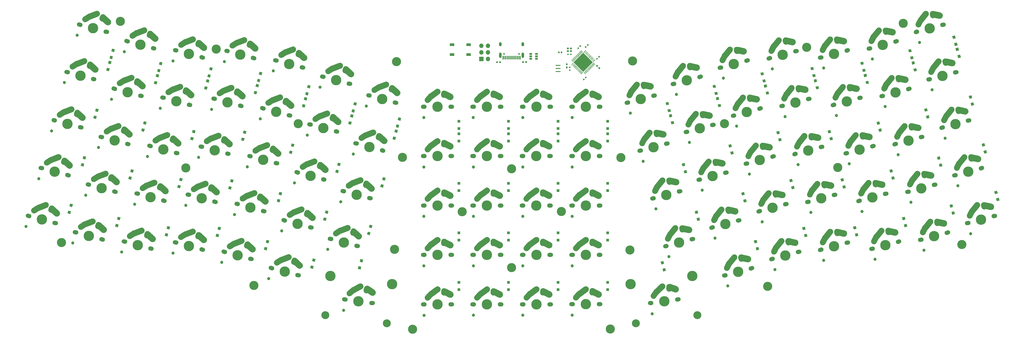
<source format=gts>
G04 #@! TF.GenerationSoftware,KiCad,Pcbnew,(5.1.10)-1*
G04 #@! TF.CreationDate,2021-09-20T10:21:43+01:00*
G04 #@! TF.ProjectId,superlyra,73757065-726c-4797-9261-2e6b69636164,0.1*
G04 #@! TF.SameCoordinates,Original*
G04 #@! TF.FileFunction,Soldermask,Top*
G04 #@! TF.FilePolarity,Negative*
%FSLAX46Y46*%
G04 Gerber Fmt 4.6, Leading zero omitted, Abs format (unit mm)*
G04 Created by KiCad (PCBNEW (5.1.10)-1) date 2021-09-20 10:21:43*
%MOMM*%
%LPD*%
G01*
G04 APERTURE LIST*
%ADD10C,2.250000*%
%ADD11C,3.987800*%
%ADD12C,1.750000*%
%ADD13C,2.000000*%
%ADD14C,1.700000*%
%ADD15C,1.200000*%
%ADD16R,1.060000X0.650000*%
%ADD17C,3.048000*%
%ADD18C,0.100000*%
%ADD19R,0.600000X0.500000*%
%ADD20R,1.700000X1.700000*%
%ADD21O,1.700000X1.700000*%
%ADD22O,1.000000X1.600000*%
%ADD23C,0.650000*%
%ADD24O,1.000000X2.100000*%
%ADD25R,0.300000X1.450000*%
%ADD26R,0.600000X1.450000*%
%ADD27R,1.700000X1.000000*%
%ADD28R,1.100000X1.100000*%
%ADD29C,3.500000*%
%ADD30R,0.500000X0.600000*%
%ADD31R,1.900000X0.400000*%
G04 APERTURE END LIST*
G04 #@! TO.C,R3*
G36*
G01*
X230980000Y-85024000D02*
X231300000Y-85024000D01*
G75*
G02*
X231460000Y-85184000I0J-160000D01*
G01*
X231460000Y-85579000D01*
G75*
G02*
X231300000Y-85739000I-160000J0D01*
G01*
X230980000Y-85739000D01*
G75*
G02*
X230820000Y-85579000I0J160000D01*
G01*
X230820000Y-85184000D01*
G75*
G02*
X230980000Y-85024000I160000J0D01*
G01*
G37*
G36*
G01*
X230980000Y-86219000D02*
X231300000Y-86219000D01*
G75*
G02*
X231460000Y-86379000I0J-160000D01*
G01*
X231460000Y-86774000D01*
G75*
G02*
X231300000Y-86934000I-160000J0D01*
G01*
X230980000Y-86934000D01*
G75*
G02*
X230820000Y-86774000I0J160000D01*
G01*
X230820000Y-86379000D01*
G75*
G02*
X230980000Y-86219000I160000J0D01*
G01*
G37*
G04 #@! TD*
G04 #@! TO.C,SW24*
G36*
G01*
X140816797Y-107247633D02*
X140816797Y-107247633D01*
G75*
G02*
X140116858Y-105818880I364407J1064346D01*
G01*
X140305176Y-105268846D01*
G75*
G02*
X141733929Y-104568907I1064346J-364407D01*
G01*
X141733929Y-104568907D01*
G75*
G02*
X142433868Y-105997660I-364407J-1064346D01*
G01*
X142245550Y-106547694D01*
G75*
G02*
X140816797Y-107247633I-1064346J364407D01*
G01*
G37*
D10*
X141369956Y-105633403D03*
G36*
G01*
X133636493Y-107057719D02*
X133636493Y-107057719D01*
G75*
G02*
X133964562Y-105500920I942434J614365D01*
G01*
X135607794Y-104429710D01*
G75*
G02*
X137164593Y-104757779I614365J-942434D01*
G01*
X137164593Y-104757779D01*
G75*
G02*
X136836524Y-106314578I-942434J-614365D01*
G01*
X135193292Y-107385788D01*
G75*
G02*
X133636493Y-107057719I-614365J942434D01*
G01*
G37*
D11*
X137601704Y-109882906D03*
D10*
X136222166Y-105372155D03*
D12*
X132694801Y-108568105D03*
X142508607Y-111197707D03*
D13*
X143414846Y-107506483D03*
X139128736Y-104183944D03*
D14*
X132289112Y-108459401D03*
X142914296Y-111306411D03*
D15*
X131472531Y-112588759D03*
G36*
G01*
X140541600Y-105025313D02*
X140541600Y-105025313D01*
G75*
G02*
X142306944Y-104932795I928931J-836413D01*
G01*
X144164806Y-106605621D01*
G75*
G02*
X144257324Y-108370965I-836413J-928931D01*
G01*
X144257324Y-108370965D01*
G75*
G02*
X142491980Y-108463483I-928931J836413D01*
G01*
X140634118Y-106790657D01*
G75*
G02*
X140541600Y-105025313I836413J928931D01*
G01*
G37*
G36*
G01*
X140541600Y-105025313D02*
X140541600Y-105025313D01*
G75*
G02*
X142306944Y-104932795I928931J-836413D01*
G01*
X144164806Y-106605621D01*
G75*
G02*
X144257324Y-108370965I-836413J-928931D01*
G01*
X144257324Y-108370965D01*
G75*
G02*
X142491980Y-108463483I-928931J836413D01*
G01*
X140634118Y-106790657D01*
G75*
G02*
X140541600Y-105025313I836413J928931D01*
G01*
G37*
G36*
G01*
X135056693Y-105878160D02*
X135056693Y-105878160D01*
G75*
G02*
X135718187Y-104392420I1073617J412123D01*
G01*
X138705645Y-103245642D01*
G75*
G02*
X140191385Y-103907136I412123J-1073617D01*
G01*
X140191385Y-103907136D01*
G75*
G02*
X139529891Y-105392876I-1073617J-412123D01*
G01*
X136542433Y-106539654D01*
G75*
G02*
X135056693Y-105878160I-412123J1073617D01*
G01*
G37*
G36*
G01*
X135056693Y-105878160D02*
X135056693Y-105878160D01*
G75*
G02*
X135718187Y-104392420I1073617J412123D01*
G01*
X138705645Y-103245642D01*
G75*
G02*
X140191385Y-103907136I412123J-1073617D01*
G01*
X140191385Y-103907136D01*
G75*
G02*
X139529891Y-105392876I-1073617J-412123D01*
G01*
X136542433Y-106539654D01*
G75*
G02*
X135056693Y-105878160I-412123J1073617D01*
G01*
G37*
G04 #@! TD*
D16*
G04 #@! TO.C,U2*
X217340000Y-81346000D03*
X217340000Y-82296000D03*
X217340000Y-83246000D03*
X219540000Y-83246000D03*
X219540000Y-81346000D03*
X219540000Y-82296000D03*
G04 #@! TD*
G04 #@! TO.C,SW26*
G36*
G01*
X177987664Y-117477468D02*
X177987664Y-117477468D01*
G75*
G02*
X178242081Y-115871145I930370J675953D01*
G01*
X180830935Y-113990233D01*
G75*
G02*
X182437258Y-114244650I675953J-930370D01*
G01*
X182437258Y-114244650D01*
G75*
G02*
X182182841Y-115850973I-930370J-675953D01*
G01*
X179593987Y-117731885D01*
G75*
G02*
X177987664Y-117477468I-675953J930370D01*
G01*
G37*
G36*
G01*
X177987664Y-117477468D02*
X177987664Y-117477468D01*
G75*
G02*
X178242081Y-115871145I930370J675953D01*
G01*
X180830935Y-113990233D01*
G75*
G02*
X182437258Y-114244650I675953J-930370D01*
G01*
X182437258Y-114244650D01*
G75*
G02*
X182182841Y-115850973I-930370J-675953D01*
G01*
X179593987Y-117731885D01*
G75*
G02*
X177987664Y-117477468I-675953J930370D01*
G01*
G37*
G36*
G01*
X183064945Y-115234083D02*
X183064945Y-115234083D01*
G75*
G02*
X184746191Y-114687813I1113758J-567488D01*
G01*
X186973707Y-115822789D01*
G75*
G02*
X187519977Y-117504035I-567488J-1113758D01*
G01*
X187519977Y-117504035D01*
G75*
G02*
X185838731Y-118050305I-1113758J567488D01*
G01*
X183611215Y-116915329D01*
G75*
G02*
X183064945Y-115234083I567488J1113758D01*
G01*
G37*
G36*
G01*
X183064945Y-115234083D02*
X183064945Y-115234083D01*
G75*
G02*
X184746191Y-114687813I1113758J-567488D01*
G01*
X186973707Y-115822789D01*
G75*
G02*
X187519977Y-117504035I-567488J-1113758D01*
G01*
X187519977Y-117504035D01*
G75*
G02*
X185838731Y-118050305I-1113758J567488D01*
G01*
X183611215Y-116915329D01*
G75*
G02*
X183064945Y-115234083I567488J1113758D01*
G01*
G37*
D15*
X176262461Y-124887059D03*
D14*
X186982461Y-120687059D03*
X175982461Y-120687059D03*
D13*
X181482461Y-114787059D03*
X186482461Y-116887059D03*
D12*
X186562461Y-120687059D03*
X176402461Y-120687059D03*
D10*
X178982461Y-116687059D03*
D11*
X181482461Y-120687059D03*
G36*
G01*
X176921149Y-118984409D02*
X176921149Y-118984409D01*
G75*
G02*
X176835111Y-117395747I751312J837350D01*
G01*
X178145101Y-115935739D01*
G75*
G02*
X179733763Y-115849701I837350J-751312D01*
G01*
X179733763Y-115849701D01*
G75*
G02*
X179819801Y-117438363I-751312J-837350D01*
G01*
X178509811Y-118898371D01*
G75*
G02*
X176921149Y-118984409I-837350J751312D01*
G01*
G37*
D10*
X184022461Y-115607059D03*
G36*
G01*
X183905944Y-117309454D02*
X183905944Y-117309454D01*
G75*
G02*
X182860066Y-116110542I76517J1122395D01*
G01*
X182899608Y-115530510D01*
G75*
G02*
X184098520Y-114484632I1122395J-76517D01*
G01*
X184098520Y-114484632D01*
G75*
G02*
X185144398Y-115683544I-76517J-1122395D01*
G01*
X185104856Y-116263576D01*
G75*
G02*
X183905944Y-117309454I-1122395J76517D01*
G01*
G37*
G04 #@! TD*
G04 #@! TO.C,SW13*
G36*
G01*
X273056597Y-89355307D02*
X273056597Y-89355307D01*
G75*
G02*
X272886597Y-87737871I723718J893718D01*
G01*
X274900423Y-85251003D01*
G75*
G02*
X276517859Y-85081003I893718J-723718D01*
G01*
X276517859Y-85081003D01*
G75*
G02*
X276687859Y-86698439I-723718J-893718D01*
G01*
X274674033Y-89185307D01*
G75*
G02*
X273056597Y-89355307I-893718J723718D01*
G01*
G37*
G36*
G01*
X273056597Y-89355307D02*
X273056597Y-89355307D01*
G75*
G02*
X272886597Y-87737871I723718J893718D01*
G01*
X274900423Y-85251003D01*
G75*
G02*
X276517859Y-85081003I893718J-723718D01*
G01*
X276517859Y-85081003D01*
G75*
G02*
X276687859Y-86698439I-723718J-893718D01*
G01*
X274674033Y-89185307D01*
G75*
G02*
X273056597Y-89355307I-893718J723718D01*
G01*
G37*
G36*
G01*
X277380242Y-85874265D02*
X277380242Y-85874265D01*
G75*
G02*
X278862817Y-84911470I1222685J-259890D01*
G01*
X281308187Y-85431250D01*
G75*
G02*
X282270982Y-86913825I-259890J-1222685D01*
G01*
X282270982Y-86913825D01*
G75*
G02*
X280788407Y-87876620I-1222685J259890D01*
G01*
X278343037Y-87356840D01*
G75*
G02*
X277380242Y-85874265I259890J1222685D01*
G01*
G37*
G36*
G01*
X277380242Y-85874265D02*
X277380242Y-85874265D01*
G75*
G02*
X278862817Y-84911470I1222685J-259890D01*
G01*
X281308187Y-85431250D01*
G75*
G02*
X282270982Y-86913825I-259890J-1222685D01*
G01*
X282270982Y-86913825D01*
G75*
G02*
X280788407Y-87876620I-1222685J259890D01*
G01*
X278343037Y-87356840D01*
G75*
G02*
X277380242Y-85874265I259890J1222685D01*
G01*
G37*
D15*
X273307922Y-96958937D03*
D14*
X282575607Y-90127508D03*
X271950423Y-92974518D03*
D13*
X275735983Y-85852051D03*
X281109132Y-86586400D03*
D12*
X282169918Y-90236212D03*
X272356112Y-92865814D03*
D10*
X273812924Y-88334357D03*
D11*
X277263015Y-91551013D03*
G36*
G01*
X272416448Y-91086934D02*
X272416448Y-91086934D01*
G75*
G02*
X271922165Y-89574673I508989J1003272D01*
G01*
X272809641Y-87825363D01*
G75*
G02*
X274321902Y-87331080I1003272J-508989D01*
G01*
X274321902Y-87331080D01*
G75*
G02*
X274816185Y-88843341I-508989J-1003272D01*
G01*
X273928709Y-90592651D01*
G75*
G02*
X272416448Y-91086934I-1003272J508989D01*
G01*
G37*
D10*
X278401666Y-85986709D03*
G36*
G01*
X278729731Y-87661253D02*
X278729731Y-87661253D01*
G75*
G02*
X277409190Y-86773886I-216587J1103954D01*
G01*
X277297262Y-86203384D01*
G75*
G02*
X278184629Y-84882843I1103954J216587D01*
G01*
X278184629Y-84882843D01*
G75*
G02*
X279505170Y-85770210I216587J-1103954D01*
G01*
X279617098Y-86340712D01*
G75*
G02*
X278729731Y-87661253I-1103954J-216587D01*
G01*
G37*
G04 #@! TD*
G04 #@! TO.C,SW8*
G36*
G01*
X177985230Y-98459269D02*
X177985230Y-98459269D01*
G75*
G02*
X178239647Y-96852946I930370J675953D01*
G01*
X180828501Y-94972034D01*
G75*
G02*
X182434824Y-95226451I675953J-930370D01*
G01*
X182434824Y-95226451D01*
G75*
G02*
X182180407Y-96832774I-930370J-675953D01*
G01*
X179591553Y-98713686D01*
G75*
G02*
X177985230Y-98459269I-675953J930370D01*
G01*
G37*
G36*
G01*
X177985230Y-98459269D02*
X177985230Y-98459269D01*
G75*
G02*
X178239647Y-96852946I930370J675953D01*
G01*
X180828501Y-94972034D01*
G75*
G02*
X182434824Y-95226451I675953J-930370D01*
G01*
X182434824Y-95226451D01*
G75*
G02*
X182180407Y-96832774I-930370J-675953D01*
G01*
X179591553Y-98713686D01*
G75*
G02*
X177985230Y-98459269I-675953J930370D01*
G01*
G37*
G36*
G01*
X183062511Y-96215884D02*
X183062511Y-96215884D01*
G75*
G02*
X184743757Y-95669614I1113758J-567488D01*
G01*
X186971273Y-96804590D01*
G75*
G02*
X187517543Y-98485836I-567488J-1113758D01*
G01*
X187517543Y-98485836D01*
G75*
G02*
X185836297Y-99032106I-1113758J567488D01*
G01*
X183608781Y-97897130D01*
G75*
G02*
X183062511Y-96215884I567488J1113758D01*
G01*
G37*
G36*
G01*
X183062511Y-96215884D02*
X183062511Y-96215884D01*
G75*
G02*
X184743757Y-95669614I1113758J-567488D01*
G01*
X186971273Y-96804590D01*
G75*
G02*
X187517543Y-98485836I-567488J-1113758D01*
G01*
X187517543Y-98485836D01*
G75*
G02*
X185836297Y-99032106I-1113758J567488D01*
G01*
X183608781Y-97897130D01*
G75*
G02*
X183062511Y-96215884I567488J1113758D01*
G01*
G37*
D15*
X176260027Y-105868860D03*
D14*
X186980027Y-101668860D03*
X175980027Y-101668860D03*
D13*
X181480027Y-95768860D03*
X186480027Y-97868860D03*
D12*
X186560027Y-101668860D03*
X176400027Y-101668860D03*
D10*
X178980027Y-97668860D03*
D11*
X181480027Y-101668860D03*
G36*
G01*
X176918715Y-99966210D02*
X176918715Y-99966210D01*
G75*
G02*
X176832677Y-98377548I751312J837350D01*
G01*
X178142667Y-96917540D01*
G75*
G02*
X179731329Y-96831502I837350J-751312D01*
G01*
X179731329Y-96831502D01*
G75*
G02*
X179817367Y-98420164I-751312J-837350D01*
G01*
X178507377Y-99880172D01*
G75*
G02*
X176918715Y-99966210I-837350J751312D01*
G01*
G37*
D10*
X184020027Y-96588860D03*
G36*
G01*
X183903510Y-98291255D02*
X183903510Y-98291255D01*
G75*
G02*
X182857632Y-97092343I76517J1122395D01*
G01*
X182897174Y-96512311D01*
G75*
G02*
X184096086Y-95466433I1122395J-76517D01*
G01*
X184096086Y-95466433D01*
G75*
G02*
X185141964Y-96665345I-76517J-1122395D01*
G01*
X185102422Y-97245377D01*
G75*
G02*
X183903510Y-98291255I-1122395J76517D01*
G01*
G37*
G04 #@! TD*
G04 #@! TO.C,SW9*
G36*
G01*
X202887421Y-98292017D02*
X202887421Y-98292017D01*
G75*
G02*
X201841543Y-97093105I76517J1122395D01*
G01*
X201881085Y-96513073D01*
G75*
G02*
X203079997Y-95467195I1122395J-76517D01*
G01*
X203079997Y-95467195D01*
G75*
G02*
X204125875Y-96666107I-76517J-1122395D01*
G01*
X204086333Y-97246139D01*
G75*
G02*
X202887421Y-98292017I-1122395J76517D01*
G01*
G37*
X203003938Y-96589622D03*
G36*
G01*
X195902626Y-99966972D02*
X195902626Y-99966972D01*
G75*
G02*
X195816588Y-98378310I751312J837350D01*
G01*
X197126578Y-96918302D01*
G75*
G02*
X198715240Y-96832264I837350J-751312D01*
G01*
X198715240Y-96832264D01*
G75*
G02*
X198801278Y-98420926I-751312J-837350D01*
G01*
X197491288Y-99880934D01*
G75*
G02*
X195902626Y-99966972I-837350J751312D01*
G01*
G37*
D11*
X200463938Y-101669622D03*
D10*
X197963938Y-97669622D03*
D12*
X195383938Y-101669622D03*
X205543938Y-101669622D03*
D13*
X205463938Y-97869622D03*
X200463938Y-95769622D03*
D14*
X194963938Y-101669622D03*
X205963938Y-101669622D03*
D15*
X195243938Y-105869622D03*
G36*
G01*
X202046422Y-96216646D02*
X202046422Y-96216646D01*
G75*
G02*
X203727668Y-95670376I1113758J-567488D01*
G01*
X205955184Y-96805352D01*
G75*
G02*
X206501454Y-98486598I-567488J-1113758D01*
G01*
X206501454Y-98486598D01*
G75*
G02*
X204820208Y-99032868I-1113758J567488D01*
G01*
X202592692Y-97897892D01*
G75*
G02*
X202046422Y-96216646I567488J1113758D01*
G01*
G37*
G36*
G01*
X202046422Y-96216646D02*
X202046422Y-96216646D01*
G75*
G02*
X203727668Y-95670376I1113758J-567488D01*
G01*
X205955184Y-96805352D01*
G75*
G02*
X206501454Y-98486598I-567488J-1113758D01*
G01*
X206501454Y-98486598D01*
G75*
G02*
X204820208Y-99032868I-1113758J567488D01*
G01*
X202592692Y-97897892D01*
G75*
G02*
X202046422Y-96216646I567488J1113758D01*
G01*
G37*
G36*
G01*
X196969141Y-98460031D02*
X196969141Y-98460031D01*
G75*
G02*
X197223558Y-96853708I930370J675953D01*
G01*
X199812412Y-94972796D01*
G75*
G02*
X201418735Y-95227213I675953J-930370D01*
G01*
X201418735Y-95227213D01*
G75*
G02*
X201164318Y-96833536I-930370J-675953D01*
G01*
X198575464Y-98714448D01*
G75*
G02*
X196969141Y-98460031I-675953J930370D01*
G01*
G37*
G36*
G01*
X196969141Y-98460031D02*
X196969141Y-98460031D01*
G75*
G02*
X197223558Y-96853708I930370J675953D01*
G01*
X199812412Y-94972796D01*
G75*
G02*
X201418735Y-95227213I675953J-930370D01*
G01*
X201418735Y-95227213D01*
G75*
G02*
X201164318Y-96833536I-930370J-675953D01*
G01*
X198575464Y-98714448D01*
G75*
G02*
X196969141Y-98460031I-675953J930370D01*
G01*
G37*
G04 #@! TD*
G04 #@! TO.C,SW44*
G36*
G01*
X177985185Y-136488299D02*
X177985185Y-136488299D01*
G75*
G02*
X178239602Y-134881976I930370J675953D01*
G01*
X180828456Y-133001064D01*
G75*
G02*
X182434779Y-133255481I675953J-930370D01*
G01*
X182434779Y-133255481D01*
G75*
G02*
X182180362Y-134861804I-930370J-675953D01*
G01*
X179591508Y-136742716D01*
G75*
G02*
X177985185Y-136488299I-675953J930370D01*
G01*
G37*
G36*
G01*
X177985185Y-136488299D02*
X177985185Y-136488299D01*
G75*
G02*
X178239602Y-134881976I930370J675953D01*
G01*
X180828456Y-133001064D01*
G75*
G02*
X182434779Y-133255481I675953J-930370D01*
G01*
X182434779Y-133255481D01*
G75*
G02*
X182180362Y-134861804I-930370J-675953D01*
G01*
X179591508Y-136742716D01*
G75*
G02*
X177985185Y-136488299I-675953J930370D01*
G01*
G37*
G36*
G01*
X183062466Y-134244914D02*
X183062466Y-134244914D01*
G75*
G02*
X184743712Y-133698644I1113758J-567488D01*
G01*
X186971228Y-134833620D01*
G75*
G02*
X187517498Y-136514866I-567488J-1113758D01*
G01*
X187517498Y-136514866D01*
G75*
G02*
X185836252Y-137061136I-1113758J567488D01*
G01*
X183608736Y-135926160D01*
G75*
G02*
X183062466Y-134244914I567488J1113758D01*
G01*
G37*
G36*
G01*
X183062466Y-134244914D02*
X183062466Y-134244914D01*
G75*
G02*
X184743712Y-133698644I1113758J-567488D01*
G01*
X186971228Y-134833620D01*
G75*
G02*
X187517498Y-136514866I-567488J-1113758D01*
G01*
X187517498Y-136514866D01*
G75*
G02*
X185836252Y-137061136I-1113758J567488D01*
G01*
X183608736Y-135926160D01*
G75*
G02*
X183062466Y-134244914I567488J1113758D01*
G01*
G37*
X176259982Y-143897890D03*
D14*
X186979982Y-139697890D03*
X175979982Y-139697890D03*
D13*
X181479982Y-133797890D03*
X186479982Y-135897890D03*
D12*
X186559982Y-139697890D03*
X176399982Y-139697890D03*
D10*
X178979982Y-135697890D03*
D11*
X181479982Y-139697890D03*
G36*
G01*
X176918670Y-137995240D02*
X176918670Y-137995240D01*
G75*
G02*
X176832632Y-136406578I751312J837350D01*
G01*
X178142622Y-134946570D01*
G75*
G02*
X179731284Y-134860532I837350J-751312D01*
G01*
X179731284Y-134860532D01*
G75*
G02*
X179817322Y-136449194I-751312J-837350D01*
G01*
X178507332Y-137909202D01*
G75*
G02*
X176918670Y-137995240I-837350J751312D01*
G01*
G37*
D10*
X184019982Y-134617890D03*
G36*
G01*
X183903465Y-136320285D02*
X183903465Y-136320285D01*
G75*
G02*
X182857587Y-135121373I76517J1122395D01*
G01*
X182897129Y-134541341D01*
G75*
G02*
X184096041Y-133495463I1122395J-76517D01*
G01*
X184096041Y-133495463D01*
G75*
G02*
X185141919Y-134694375I-76517J-1122395D01*
G01*
X185102377Y-135274407D01*
G75*
G02*
X183903465Y-136320285I-1122395J76517D01*
G01*
G37*
G04 #@! TD*
G04 #@! TO.C,SW79*
G36*
G01*
X153443855Y-171078403D02*
X153443855Y-171078403D01*
G75*
G02*
X155182021Y-170756253I1030158J-708008D01*
G01*
X157242337Y-172172269D01*
G75*
G02*
X157564487Y-173910435I-708008J-1030158D01*
G01*
X157564487Y-173910435D01*
G75*
G02*
X155826321Y-174232585I-1030158J708008D01*
G01*
X153766005Y-172816569D01*
G75*
G02*
X153443855Y-171078403I708008J1030158D01*
G01*
G37*
G36*
G01*
X153443855Y-171078403D02*
X153443855Y-171078403D01*
G75*
G02*
X155182021Y-170756253I1030158J-708008D01*
G01*
X157242337Y-172172269D01*
G75*
G02*
X157564487Y-173910435I-708008J-1030158D01*
G01*
X157564487Y-173910435D01*
G75*
G02*
X155826321Y-174232585I-1030158J708008D01*
G01*
X153766005Y-172816569D01*
G75*
G02*
X153443855Y-171078403I708008J1030158D01*
G01*
G37*
G36*
G01*
X148084037Y-172891706D02*
X148084037Y-172891706D01*
G75*
G02*
X148545944Y-171332333I1010640J548733D01*
G01*
X151358158Y-169805425D01*
G75*
G02*
X152917531Y-170267332I548733J-1010640D01*
G01*
X152917531Y-170267332D01*
G75*
G02*
X152455624Y-171826705I-1010640J-548733D01*
G01*
X149643410Y-173353613D01*
G75*
G02*
X148084037Y-172891706I-548733J1010640D01*
G01*
G37*
G36*
G01*
X148084037Y-172891706D02*
X148084037Y-172891706D01*
G75*
G02*
X148545944Y-171332333I1010640J548733D01*
G01*
X151358158Y-169805425D01*
G75*
G02*
X152917531Y-170267332I548733J-1010640D01*
G01*
X152917531Y-170267332D01*
G75*
G02*
X152455624Y-171826705I-1010640J-548733D01*
G01*
X149643410Y-173353613D01*
G75*
G02*
X148084037Y-172891706I-548733J1010640D01*
G01*
G37*
D17*
X138382406Y-181897021D03*
D11*
X140371625Y-166787401D03*
D17*
X162054143Y-185013464D03*
D11*
X164043362Y-169903844D03*
D15*
X145406448Y-180012722D03*
D14*
X156582947Y-177247894D03*
X145677053Y-175812106D03*
D13*
X151900105Y-170680475D03*
X156583224Y-173415140D03*
D12*
X156166540Y-177193073D03*
X146093460Y-175866927D03*
D10*
X149173493Y-172237905D03*
D11*
X151130000Y-176530000D03*
G36*
G01*
X146829952Y-174246546D02*
X146829952Y-174246546D01*
G75*
G02*
X146952011Y-172660245I854180J732121D01*
G01*
X148441365Y-171383715D01*
G75*
G02*
X150027666Y-171505774I732121J-854180D01*
G01*
X150027666Y-171505774D01*
G75*
G02*
X149905607Y-173092075I-854180J-732121D01*
G01*
X148416253Y-174368605D01*
G75*
G02*
X146829952Y-174246546I-732121J854180D01*
G01*
G37*
D10*
X154311343Y-171824997D03*
G36*
G01*
X153973615Y-173497619D02*
X153973615Y-173497619D01*
G75*
G02*
X153093175Y-172172449I222365J1102805D01*
G01*
X153208089Y-171602541D01*
G75*
G02*
X154533259Y-170722101I1102805J-222365D01*
G01*
X154533259Y-170722101D01*
G75*
G02*
X155413699Y-172047271I-222365J-1102805D01*
G01*
X155298785Y-172617179D01*
G75*
G02*
X153973615Y-173497619I-1102805J222365D01*
G01*
G37*
G04 #@! TD*
G04 #@! TO.C,SW84*
G36*
G01*
X269429035Y-170665291D02*
X269429035Y-170665291D01*
G75*
G02*
X271024596Y-169904248I1178302J-417259D01*
G01*
X273381200Y-170738766D01*
G75*
G02*
X274142243Y-172334327I-417259J-1178302D01*
G01*
X274142243Y-172334327D01*
G75*
G02*
X272546682Y-173095370I-1178302J417259D01*
G01*
X270190078Y-172260852D01*
G75*
G02*
X269429035Y-170665291I417259J1178302D01*
G01*
G37*
G36*
G01*
X269429035Y-170665291D02*
X269429035Y-170665291D01*
G75*
G02*
X271024596Y-169904248I1178302J-417259D01*
G01*
X273381200Y-170738766D01*
G75*
G02*
X274142243Y-172334327I-417259J-1178302D01*
G01*
X274142243Y-172334327D01*
G75*
G02*
X272546682Y-173095370I-1178302J417259D01*
G01*
X270190078Y-172260852D01*
G75*
G02*
X269429035Y-170665291I417259J1178302D01*
G01*
G37*
G36*
G01*
X264721166Y-173804030D02*
X264721166Y-173804030D01*
G75*
G02*
X264763739Y-172178241I834181J791608D01*
G01*
X267084937Y-169975507D01*
G75*
G02*
X268710726Y-170018080I791608J-834181D01*
G01*
X268710726Y-170018080D01*
G75*
G02*
X268668153Y-171643869I-834181J-791608D01*
G01*
X266346955Y-173846603D01*
G75*
G02*
X264721166Y-173804030I-791608J834181D01*
G01*
G37*
G36*
G01*
X264721166Y-173804030D02*
X264721166Y-173804030D01*
G75*
G02*
X264763739Y-172178241I834181J791608D01*
G01*
X267084937Y-169975507D01*
G75*
G02*
X268710726Y-170018080I791608J-834181D01*
G01*
X268710726Y-170018080D01*
G75*
G02*
X268668153Y-171643869I-834181J-791608D01*
G01*
X266346955Y-173846603D01*
G75*
G02*
X264721166Y-173804030I-791608J834181D01*
G01*
G37*
D17*
X257680857Y-185013464D03*
D11*
X255691638Y-169903844D03*
D17*
X281352594Y-181897021D03*
D11*
X279363375Y-166787401D03*
D15*
X263977868Y-181375415D03*
D14*
X274057947Y-175812106D03*
X263152053Y-177247894D03*
D13*
X267834895Y-170680475D03*
X273066225Y-172109879D03*
D12*
X273641540Y-175866927D03*
X263568460Y-177193073D03*
D10*
X265604283Y-172890536D03*
D11*
X268605000Y-176530000D03*
G36*
G01*
X263860471Y-175437288D02*
X263860471Y-175437288D01*
G75*
G02*
X263567806Y-173873447I635588J928253D01*
G01*
X264676020Y-172254941D01*
G75*
G02*
X266239861Y-171962276I928253J-635588D01*
G01*
X266239861Y-171962276D01*
G75*
G02*
X266532526Y-173526117I-635588J-928253D01*
G01*
X265424312Y-175144623D01*
G75*
G02*
X263860471Y-175437288I-928253J635588D01*
G01*
G37*
D10*
X270460197Y-171161924D03*
G36*
G01*
X270566883Y-172864963D02*
X270566883Y-172864963D01*
G75*
G02*
X269373464Y-171812822I-70639J1122780D01*
G01*
X269336958Y-171232592D01*
G75*
G02*
X270389099Y-170039173I1122780J70639D01*
G01*
X270389099Y-170039173D01*
G75*
G02*
X271582518Y-171091314I70639J-1122780D01*
G01*
X271619024Y-171671544D01*
G75*
G02*
X270566883Y-172864963I-1122780J-70639D01*
G01*
G37*
G04 #@! TD*
D18*
G04 #@! TO.C,C2*
G36*
X238345736Y-79077818D02*
G01*
X237992182Y-78724264D01*
X238416446Y-78300000D01*
X238770000Y-78653554D01*
X238345736Y-79077818D01*
G37*
G36*
X239123554Y-78300000D02*
G01*
X238770000Y-77946446D01*
X239194264Y-77522182D01*
X239547818Y-77875736D01*
X239123554Y-78300000D01*
G37*
G04 #@! TD*
G04 #@! TO.C,C3*
G36*
X243513554Y-82830000D02*
G01*
X243160000Y-82476446D01*
X243584264Y-82052182D01*
X243937818Y-82405736D01*
X243513554Y-82830000D01*
G37*
G36*
X242735736Y-83607818D02*
G01*
X242382182Y-83254264D01*
X242806446Y-82830000D01*
X243160000Y-83183554D01*
X242735736Y-83607818D01*
G37*
G04 #@! TD*
G04 #@! TO.C,C4*
G36*
X238454264Y-89982182D02*
G01*
X238807818Y-90335736D01*
X238383554Y-90760000D01*
X238030000Y-90406446D01*
X238454264Y-89982182D01*
G37*
G36*
X237676446Y-90760000D02*
G01*
X238030000Y-91113554D01*
X237605736Y-91537818D01*
X237252182Y-91184264D01*
X237676446Y-90760000D01*
G37*
G04 #@! TD*
D19*
G04 #@! TO.C,C5*
X231606000Y-81534000D03*
X232706000Y-81534000D03*
G04 #@! TD*
D20*
G04 #@! TO.C,J2*
X198374000Y-83312000D03*
D21*
X200914000Y-83312000D03*
X198374000Y-80772000D03*
X200914000Y-80772000D03*
X198374000Y-78232000D03*
X200914000Y-78232000D03*
G04 #@! TD*
G04 #@! TO.C,R1*
G36*
G01*
X233111000Y-80104000D02*
X233111000Y-80424000D01*
G75*
G02*
X232951000Y-80584000I-160000J0D01*
G01*
X232556000Y-80584000D01*
G75*
G02*
X232396000Y-80424000I0J160000D01*
G01*
X232396000Y-80104000D01*
G75*
G02*
X232556000Y-79944000I160000J0D01*
G01*
X232951000Y-79944000D01*
G75*
G02*
X233111000Y-80104000I0J-160000D01*
G01*
G37*
G36*
G01*
X231916000Y-80104000D02*
X231916000Y-80424000D01*
G75*
G02*
X231756000Y-80584000I-160000J0D01*
G01*
X231361000Y-80584000D01*
G75*
G02*
X231201000Y-80424000I0J160000D01*
G01*
X231201000Y-80104000D01*
G75*
G02*
X231361000Y-79944000I160000J0D01*
G01*
X231756000Y-79944000D01*
G75*
G02*
X231916000Y-80104000I0J-160000D01*
G01*
G37*
G04 #@! TD*
G04 #@! TO.C,R2*
G36*
G01*
X233111000Y-79088000D02*
X233111000Y-79408000D01*
G75*
G02*
X232951000Y-79568000I-160000J0D01*
G01*
X232556000Y-79568000D01*
G75*
G02*
X232396000Y-79408000I0J160000D01*
G01*
X232396000Y-79088000D01*
G75*
G02*
X232556000Y-78928000I160000J0D01*
G01*
X232951000Y-78928000D01*
G75*
G02*
X233111000Y-79088000I0J-160000D01*
G01*
G37*
G36*
G01*
X231916000Y-79088000D02*
X231916000Y-79408000D01*
G75*
G02*
X231756000Y-79568000I-160000J0D01*
G01*
X231361000Y-79568000D01*
G75*
G02*
X231201000Y-79408000I0J160000D01*
G01*
X231201000Y-79088000D01*
G75*
G02*
X231361000Y-78928000I160000J0D01*
G01*
X231756000Y-78928000D01*
G75*
G02*
X231916000Y-79088000I0J-160000D01*
G01*
G37*
G04 #@! TD*
G04 #@! TO.C,R4*
G36*
G01*
X243978424Y-86962150D02*
X243752150Y-87188424D01*
G75*
G02*
X243525876Y-87188424I-113137J113137D01*
G01*
X243246568Y-86909116D01*
G75*
G02*
X243246568Y-86682842I113137J113137D01*
G01*
X243472842Y-86456568D01*
G75*
G02*
X243699116Y-86456568I113137J-113137D01*
G01*
X243978424Y-86735876D01*
G75*
G02*
X243978424Y-86962150I-113137J-113137D01*
G01*
G37*
G36*
G01*
X243133432Y-86117158D02*
X242907158Y-86343432D01*
G75*
G02*
X242680884Y-86343432I-113137J113137D01*
G01*
X242401576Y-86064124D01*
G75*
G02*
X242401576Y-85837850I113137J113137D01*
G01*
X242627850Y-85611576D01*
G75*
G02*
X242854124Y-85611576I113137J-113137D01*
G01*
X243133432Y-85890884D01*
G75*
G02*
X243133432Y-86117158I-113137J-113137D01*
G01*
G37*
G04 #@! TD*
G04 #@! TO.C,R5*
G36*
G01*
X215895000Y-84370000D02*
X215895000Y-84690000D01*
G75*
G02*
X215735000Y-84850000I-160000J0D01*
G01*
X215340000Y-84850000D01*
G75*
G02*
X215180000Y-84690000I0J160000D01*
G01*
X215180000Y-84370000D01*
G75*
G02*
X215340000Y-84210000I160000J0D01*
G01*
X215735000Y-84210000D01*
G75*
G02*
X215895000Y-84370000I0J-160000D01*
G01*
G37*
G36*
G01*
X214700000Y-84370000D02*
X214700000Y-84690000D01*
G75*
G02*
X214540000Y-84850000I-160000J0D01*
G01*
X214145000Y-84850000D01*
G75*
G02*
X213985000Y-84690000I0J160000D01*
G01*
X213985000Y-84370000D01*
G75*
G02*
X214145000Y-84210000I160000J0D01*
G01*
X214540000Y-84210000D01*
G75*
G02*
X214700000Y-84370000I0J-160000D01*
G01*
G37*
G04 #@! TD*
G04 #@! TO.C,R6*
G36*
G01*
X205190000Y-84700000D02*
X205190000Y-84380000D01*
G75*
G02*
X205350000Y-84220000I160000J0D01*
G01*
X205745000Y-84220000D01*
G75*
G02*
X205905000Y-84380000I0J-160000D01*
G01*
X205905000Y-84700000D01*
G75*
G02*
X205745000Y-84860000I-160000J0D01*
G01*
X205350000Y-84860000D01*
G75*
G02*
X205190000Y-84700000I0J160000D01*
G01*
G37*
G36*
G01*
X203995000Y-84700000D02*
X203995000Y-84380000D01*
G75*
G02*
X204155000Y-84220000I160000J0D01*
G01*
X204550000Y-84220000D01*
G75*
G02*
X204710000Y-84380000I0J-160000D01*
G01*
X204710000Y-84700000D01*
G75*
G02*
X204550000Y-84860000I-160000J0D01*
G01*
X204155000Y-84860000D01*
G75*
G02*
X203995000Y-84700000I0J160000D01*
G01*
G37*
G04 #@! TD*
D18*
G04 #@! TO.C,U1*
G36*
X233813045Y-84582000D02*
G01*
X237490000Y-80905045D01*
X241166955Y-84582000D01*
X237490000Y-88258955D01*
X233813045Y-84582000D01*
G37*
G36*
G01*
X237657938Y-80701752D02*
X238329690Y-80030000D01*
G75*
G02*
X238418078Y-80030000I44194J-44194D01*
G01*
X238506466Y-80118388D01*
G75*
G02*
X238506466Y-80206776I-44194J-44194D01*
G01*
X237834714Y-80878528D01*
G75*
G02*
X237746326Y-80878528I-44194J44194D01*
G01*
X237657938Y-80790140D01*
G75*
G02*
X237657938Y-80701752I44194J44194D01*
G01*
G37*
G36*
G01*
X238011491Y-81055306D02*
X238683243Y-80383554D01*
G75*
G02*
X238771631Y-80383554I44194J-44194D01*
G01*
X238860019Y-80471942D01*
G75*
G02*
X238860019Y-80560330I-44194J-44194D01*
G01*
X238188267Y-81232082D01*
G75*
G02*
X238099879Y-81232082I-44194J44194D01*
G01*
X238011491Y-81143694D01*
G75*
G02*
X238011491Y-81055306I44194J44194D01*
G01*
G37*
G36*
G01*
X238365045Y-81408859D02*
X239036797Y-80737107D01*
G75*
G02*
X239125185Y-80737107I44194J-44194D01*
G01*
X239213573Y-80825495D01*
G75*
G02*
X239213573Y-80913883I-44194J-44194D01*
G01*
X238541821Y-81585635D01*
G75*
G02*
X238453433Y-81585635I-44194J44194D01*
G01*
X238365045Y-81497247D01*
G75*
G02*
X238365045Y-81408859I44194J44194D01*
G01*
G37*
G36*
G01*
X238718598Y-81762412D02*
X239390350Y-81090660D01*
G75*
G02*
X239478738Y-81090660I44194J-44194D01*
G01*
X239567126Y-81179048D01*
G75*
G02*
X239567126Y-81267436I-44194J-44194D01*
G01*
X238895374Y-81939188D01*
G75*
G02*
X238806986Y-81939188I-44194J44194D01*
G01*
X238718598Y-81850800D01*
G75*
G02*
X238718598Y-81762412I44194J44194D01*
G01*
G37*
G36*
G01*
X239072151Y-82115966D02*
X239743903Y-81444214D01*
G75*
G02*
X239832291Y-81444214I44194J-44194D01*
G01*
X239920679Y-81532602D01*
G75*
G02*
X239920679Y-81620990I-44194J-44194D01*
G01*
X239248927Y-82292742D01*
G75*
G02*
X239160539Y-82292742I-44194J44194D01*
G01*
X239072151Y-82204354D01*
G75*
G02*
X239072151Y-82115966I44194J44194D01*
G01*
G37*
G36*
G01*
X239425705Y-82469519D02*
X240097457Y-81797767D01*
G75*
G02*
X240185845Y-81797767I44194J-44194D01*
G01*
X240274233Y-81886155D01*
G75*
G02*
X240274233Y-81974543I-44194J-44194D01*
G01*
X239602481Y-82646295D01*
G75*
G02*
X239514093Y-82646295I-44194J44194D01*
G01*
X239425705Y-82557907D01*
G75*
G02*
X239425705Y-82469519I44194J44194D01*
G01*
G37*
G36*
G01*
X239779258Y-82823073D02*
X240451010Y-82151321D01*
G75*
G02*
X240539398Y-82151321I44194J-44194D01*
G01*
X240627786Y-82239709D01*
G75*
G02*
X240627786Y-82328097I-44194J-44194D01*
G01*
X239956034Y-82999849D01*
G75*
G02*
X239867646Y-82999849I-44194J44194D01*
G01*
X239779258Y-82911461D01*
G75*
G02*
X239779258Y-82823073I44194J44194D01*
G01*
G37*
G36*
G01*
X240132812Y-83176626D02*
X240804564Y-82504874D01*
G75*
G02*
X240892952Y-82504874I44194J-44194D01*
G01*
X240981340Y-82593262D01*
G75*
G02*
X240981340Y-82681650I-44194J-44194D01*
G01*
X240309588Y-83353402D01*
G75*
G02*
X240221200Y-83353402I-44194J44194D01*
G01*
X240132812Y-83265014D01*
G75*
G02*
X240132812Y-83176626I44194J44194D01*
G01*
G37*
G36*
G01*
X240486365Y-83530179D02*
X241158117Y-82858427D01*
G75*
G02*
X241246505Y-82858427I44194J-44194D01*
G01*
X241334893Y-82946815D01*
G75*
G02*
X241334893Y-83035203I-44194J-44194D01*
G01*
X240663141Y-83706955D01*
G75*
G02*
X240574753Y-83706955I-44194J44194D01*
G01*
X240486365Y-83618567D01*
G75*
G02*
X240486365Y-83530179I44194J44194D01*
G01*
G37*
G36*
G01*
X240839918Y-83883733D02*
X241511670Y-83211981D01*
G75*
G02*
X241600058Y-83211981I44194J-44194D01*
G01*
X241688446Y-83300369D01*
G75*
G02*
X241688446Y-83388757I-44194J-44194D01*
G01*
X241016694Y-84060509D01*
G75*
G02*
X240928306Y-84060509I-44194J44194D01*
G01*
X240839918Y-83972121D01*
G75*
G02*
X240839918Y-83883733I44194J44194D01*
G01*
G37*
G36*
G01*
X241193472Y-84237286D02*
X241865224Y-83565534D01*
G75*
G02*
X241953612Y-83565534I44194J-44194D01*
G01*
X242042000Y-83653922D01*
G75*
G02*
X242042000Y-83742310I-44194J-44194D01*
G01*
X241370248Y-84414062D01*
G75*
G02*
X241281860Y-84414062I-44194J44194D01*
G01*
X241193472Y-84325674D01*
G75*
G02*
X241193472Y-84237286I44194J44194D01*
G01*
G37*
G36*
G01*
X241193472Y-84838326D02*
X241281860Y-84749938D01*
G75*
G02*
X241370248Y-84749938I44194J-44194D01*
G01*
X242042000Y-85421690D01*
G75*
G02*
X242042000Y-85510078I-44194J-44194D01*
G01*
X241953612Y-85598466D01*
G75*
G02*
X241865224Y-85598466I-44194J44194D01*
G01*
X241193472Y-84926714D01*
G75*
G02*
X241193472Y-84838326I44194J44194D01*
G01*
G37*
G36*
G01*
X240839918Y-85191879D02*
X240928306Y-85103491D01*
G75*
G02*
X241016694Y-85103491I44194J-44194D01*
G01*
X241688446Y-85775243D01*
G75*
G02*
X241688446Y-85863631I-44194J-44194D01*
G01*
X241600058Y-85952019D01*
G75*
G02*
X241511670Y-85952019I-44194J44194D01*
G01*
X240839918Y-85280267D01*
G75*
G02*
X240839918Y-85191879I44194J44194D01*
G01*
G37*
G36*
G01*
X240486365Y-85545433D02*
X240574753Y-85457045D01*
G75*
G02*
X240663141Y-85457045I44194J-44194D01*
G01*
X241334893Y-86128797D01*
G75*
G02*
X241334893Y-86217185I-44194J-44194D01*
G01*
X241246505Y-86305573D01*
G75*
G02*
X241158117Y-86305573I-44194J44194D01*
G01*
X240486365Y-85633821D01*
G75*
G02*
X240486365Y-85545433I44194J44194D01*
G01*
G37*
G36*
G01*
X240132812Y-85898986D02*
X240221200Y-85810598D01*
G75*
G02*
X240309588Y-85810598I44194J-44194D01*
G01*
X240981340Y-86482350D01*
G75*
G02*
X240981340Y-86570738I-44194J-44194D01*
G01*
X240892952Y-86659126D01*
G75*
G02*
X240804564Y-86659126I-44194J44194D01*
G01*
X240132812Y-85987374D01*
G75*
G02*
X240132812Y-85898986I44194J44194D01*
G01*
G37*
G36*
G01*
X239779258Y-86252539D02*
X239867646Y-86164151D01*
G75*
G02*
X239956034Y-86164151I44194J-44194D01*
G01*
X240627786Y-86835903D01*
G75*
G02*
X240627786Y-86924291I-44194J-44194D01*
G01*
X240539398Y-87012679D01*
G75*
G02*
X240451010Y-87012679I-44194J44194D01*
G01*
X239779258Y-86340927D01*
G75*
G02*
X239779258Y-86252539I44194J44194D01*
G01*
G37*
G36*
G01*
X239425705Y-86606093D02*
X239514093Y-86517705D01*
G75*
G02*
X239602481Y-86517705I44194J-44194D01*
G01*
X240274233Y-87189457D01*
G75*
G02*
X240274233Y-87277845I-44194J-44194D01*
G01*
X240185845Y-87366233D01*
G75*
G02*
X240097457Y-87366233I-44194J44194D01*
G01*
X239425705Y-86694481D01*
G75*
G02*
X239425705Y-86606093I44194J44194D01*
G01*
G37*
G36*
G01*
X239072151Y-86959646D02*
X239160539Y-86871258D01*
G75*
G02*
X239248927Y-86871258I44194J-44194D01*
G01*
X239920679Y-87543010D01*
G75*
G02*
X239920679Y-87631398I-44194J-44194D01*
G01*
X239832291Y-87719786D01*
G75*
G02*
X239743903Y-87719786I-44194J44194D01*
G01*
X239072151Y-87048034D01*
G75*
G02*
X239072151Y-86959646I44194J44194D01*
G01*
G37*
G36*
G01*
X238718598Y-87313200D02*
X238806986Y-87224812D01*
G75*
G02*
X238895374Y-87224812I44194J-44194D01*
G01*
X239567126Y-87896564D01*
G75*
G02*
X239567126Y-87984952I-44194J-44194D01*
G01*
X239478738Y-88073340D01*
G75*
G02*
X239390350Y-88073340I-44194J44194D01*
G01*
X238718598Y-87401588D01*
G75*
G02*
X238718598Y-87313200I44194J44194D01*
G01*
G37*
G36*
G01*
X238365045Y-87666753D02*
X238453433Y-87578365D01*
G75*
G02*
X238541821Y-87578365I44194J-44194D01*
G01*
X239213573Y-88250117D01*
G75*
G02*
X239213573Y-88338505I-44194J-44194D01*
G01*
X239125185Y-88426893D01*
G75*
G02*
X239036797Y-88426893I-44194J44194D01*
G01*
X238365045Y-87755141D01*
G75*
G02*
X238365045Y-87666753I44194J44194D01*
G01*
G37*
G36*
G01*
X238011491Y-88020306D02*
X238099879Y-87931918D01*
G75*
G02*
X238188267Y-87931918I44194J-44194D01*
G01*
X238860019Y-88603670D01*
G75*
G02*
X238860019Y-88692058I-44194J-44194D01*
G01*
X238771631Y-88780446D01*
G75*
G02*
X238683243Y-88780446I-44194J44194D01*
G01*
X238011491Y-88108694D01*
G75*
G02*
X238011491Y-88020306I44194J44194D01*
G01*
G37*
G36*
G01*
X237657938Y-88373860D02*
X237746326Y-88285472D01*
G75*
G02*
X237834714Y-88285472I44194J-44194D01*
G01*
X238506466Y-88957224D01*
G75*
G02*
X238506466Y-89045612I-44194J-44194D01*
G01*
X238418078Y-89134000D01*
G75*
G02*
X238329690Y-89134000I-44194J44194D01*
G01*
X237657938Y-88462248D01*
G75*
G02*
X237657938Y-88373860I44194J44194D01*
G01*
G37*
G36*
G01*
X236473534Y-88957224D02*
X237145286Y-88285472D01*
G75*
G02*
X237233674Y-88285472I44194J-44194D01*
G01*
X237322062Y-88373860D01*
G75*
G02*
X237322062Y-88462248I-44194J-44194D01*
G01*
X236650310Y-89134000D01*
G75*
G02*
X236561922Y-89134000I-44194J44194D01*
G01*
X236473534Y-89045612D01*
G75*
G02*
X236473534Y-88957224I44194J44194D01*
G01*
G37*
G36*
G01*
X236119981Y-88603670D02*
X236791733Y-87931918D01*
G75*
G02*
X236880121Y-87931918I44194J-44194D01*
G01*
X236968509Y-88020306D01*
G75*
G02*
X236968509Y-88108694I-44194J-44194D01*
G01*
X236296757Y-88780446D01*
G75*
G02*
X236208369Y-88780446I-44194J44194D01*
G01*
X236119981Y-88692058D01*
G75*
G02*
X236119981Y-88603670I44194J44194D01*
G01*
G37*
G36*
G01*
X235766427Y-88250117D02*
X236438179Y-87578365D01*
G75*
G02*
X236526567Y-87578365I44194J-44194D01*
G01*
X236614955Y-87666753D01*
G75*
G02*
X236614955Y-87755141I-44194J-44194D01*
G01*
X235943203Y-88426893D01*
G75*
G02*
X235854815Y-88426893I-44194J44194D01*
G01*
X235766427Y-88338505D01*
G75*
G02*
X235766427Y-88250117I44194J44194D01*
G01*
G37*
G36*
G01*
X235412874Y-87896564D02*
X236084626Y-87224812D01*
G75*
G02*
X236173014Y-87224812I44194J-44194D01*
G01*
X236261402Y-87313200D01*
G75*
G02*
X236261402Y-87401588I-44194J-44194D01*
G01*
X235589650Y-88073340D01*
G75*
G02*
X235501262Y-88073340I-44194J44194D01*
G01*
X235412874Y-87984952D01*
G75*
G02*
X235412874Y-87896564I44194J44194D01*
G01*
G37*
G36*
G01*
X235059321Y-87543010D02*
X235731073Y-86871258D01*
G75*
G02*
X235819461Y-86871258I44194J-44194D01*
G01*
X235907849Y-86959646D01*
G75*
G02*
X235907849Y-87048034I-44194J-44194D01*
G01*
X235236097Y-87719786D01*
G75*
G02*
X235147709Y-87719786I-44194J44194D01*
G01*
X235059321Y-87631398D01*
G75*
G02*
X235059321Y-87543010I44194J44194D01*
G01*
G37*
G36*
G01*
X234705767Y-87189457D02*
X235377519Y-86517705D01*
G75*
G02*
X235465907Y-86517705I44194J-44194D01*
G01*
X235554295Y-86606093D01*
G75*
G02*
X235554295Y-86694481I-44194J-44194D01*
G01*
X234882543Y-87366233D01*
G75*
G02*
X234794155Y-87366233I-44194J44194D01*
G01*
X234705767Y-87277845D01*
G75*
G02*
X234705767Y-87189457I44194J44194D01*
G01*
G37*
G36*
G01*
X234352214Y-86835903D02*
X235023966Y-86164151D01*
G75*
G02*
X235112354Y-86164151I44194J-44194D01*
G01*
X235200742Y-86252539D01*
G75*
G02*
X235200742Y-86340927I-44194J-44194D01*
G01*
X234528990Y-87012679D01*
G75*
G02*
X234440602Y-87012679I-44194J44194D01*
G01*
X234352214Y-86924291D01*
G75*
G02*
X234352214Y-86835903I44194J44194D01*
G01*
G37*
G36*
G01*
X233998660Y-86482350D02*
X234670412Y-85810598D01*
G75*
G02*
X234758800Y-85810598I44194J-44194D01*
G01*
X234847188Y-85898986D01*
G75*
G02*
X234847188Y-85987374I-44194J-44194D01*
G01*
X234175436Y-86659126D01*
G75*
G02*
X234087048Y-86659126I-44194J44194D01*
G01*
X233998660Y-86570738D01*
G75*
G02*
X233998660Y-86482350I44194J44194D01*
G01*
G37*
G36*
G01*
X233645107Y-86128797D02*
X234316859Y-85457045D01*
G75*
G02*
X234405247Y-85457045I44194J-44194D01*
G01*
X234493635Y-85545433D01*
G75*
G02*
X234493635Y-85633821I-44194J-44194D01*
G01*
X233821883Y-86305573D01*
G75*
G02*
X233733495Y-86305573I-44194J44194D01*
G01*
X233645107Y-86217185D01*
G75*
G02*
X233645107Y-86128797I44194J44194D01*
G01*
G37*
G36*
G01*
X233291554Y-85775243D02*
X233963306Y-85103491D01*
G75*
G02*
X234051694Y-85103491I44194J-44194D01*
G01*
X234140082Y-85191879D01*
G75*
G02*
X234140082Y-85280267I-44194J-44194D01*
G01*
X233468330Y-85952019D01*
G75*
G02*
X233379942Y-85952019I-44194J44194D01*
G01*
X233291554Y-85863631D01*
G75*
G02*
X233291554Y-85775243I44194J44194D01*
G01*
G37*
G36*
G01*
X232938000Y-85421690D02*
X233609752Y-84749938D01*
G75*
G02*
X233698140Y-84749938I44194J-44194D01*
G01*
X233786528Y-84838326D01*
G75*
G02*
X233786528Y-84926714I-44194J-44194D01*
G01*
X233114776Y-85598466D01*
G75*
G02*
X233026388Y-85598466I-44194J44194D01*
G01*
X232938000Y-85510078D01*
G75*
G02*
X232938000Y-85421690I44194J44194D01*
G01*
G37*
G36*
G01*
X232938000Y-83653922D02*
X233026388Y-83565534D01*
G75*
G02*
X233114776Y-83565534I44194J-44194D01*
G01*
X233786528Y-84237286D01*
G75*
G02*
X233786528Y-84325674I-44194J-44194D01*
G01*
X233698140Y-84414062D01*
G75*
G02*
X233609752Y-84414062I-44194J44194D01*
G01*
X232938000Y-83742310D01*
G75*
G02*
X232938000Y-83653922I44194J44194D01*
G01*
G37*
G36*
G01*
X233291554Y-83300369D02*
X233379942Y-83211981D01*
G75*
G02*
X233468330Y-83211981I44194J-44194D01*
G01*
X234140082Y-83883733D01*
G75*
G02*
X234140082Y-83972121I-44194J-44194D01*
G01*
X234051694Y-84060509D01*
G75*
G02*
X233963306Y-84060509I-44194J44194D01*
G01*
X233291554Y-83388757D01*
G75*
G02*
X233291554Y-83300369I44194J44194D01*
G01*
G37*
G36*
G01*
X233645107Y-82946815D02*
X233733495Y-82858427D01*
G75*
G02*
X233821883Y-82858427I44194J-44194D01*
G01*
X234493635Y-83530179D01*
G75*
G02*
X234493635Y-83618567I-44194J-44194D01*
G01*
X234405247Y-83706955D01*
G75*
G02*
X234316859Y-83706955I-44194J44194D01*
G01*
X233645107Y-83035203D01*
G75*
G02*
X233645107Y-82946815I44194J44194D01*
G01*
G37*
G36*
G01*
X233998660Y-82593262D02*
X234087048Y-82504874D01*
G75*
G02*
X234175436Y-82504874I44194J-44194D01*
G01*
X234847188Y-83176626D01*
G75*
G02*
X234847188Y-83265014I-44194J-44194D01*
G01*
X234758800Y-83353402D01*
G75*
G02*
X234670412Y-83353402I-44194J44194D01*
G01*
X233998660Y-82681650D01*
G75*
G02*
X233998660Y-82593262I44194J44194D01*
G01*
G37*
G36*
G01*
X234352214Y-82239709D02*
X234440602Y-82151321D01*
G75*
G02*
X234528990Y-82151321I44194J-44194D01*
G01*
X235200742Y-82823073D01*
G75*
G02*
X235200742Y-82911461I-44194J-44194D01*
G01*
X235112354Y-82999849D01*
G75*
G02*
X235023966Y-82999849I-44194J44194D01*
G01*
X234352214Y-82328097D01*
G75*
G02*
X234352214Y-82239709I44194J44194D01*
G01*
G37*
G36*
G01*
X234705767Y-81886155D02*
X234794155Y-81797767D01*
G75*
G02*
X234882543Y-81797767I44194J-44194D01*
G01*
X235554295Y-82469519D01*
G75*
G02*
X235554295Y-82557907I-44194J-44194D01*
G01*
X235465907Y-82646295D01*
G75*
G02*
X235377519Y-82646295I-44194J44194D01*
G01*
X234705767Y-81974543D01*
G75*
G02*
X234705767Y-81886155I44194J44194D01*
G01*
G37*
G36*
G01*
X235059321Y-81532602D02*
X235147709Y-81444214D01*
G75*
G02*
X235236097Y-81444214I44194J-44194D01*
G01*
X235907849Y-82115966D01*
G75*
G02*
X235907849Y-82204354I-44194J-44194D01*
G01*
X235819461Y-82292742D01*
G75*
G02*
X235731073Y-82292742I-44194J44194D01*
G01*
X235059321Y-81620990D01*
G75*
G02*
X235059321Y-81532602I44194J44194D01*
G01*
G37*
G36*
G01*
X235412874Y-81179048D02*
X235501262Y-81090660D01*
G75*
G02*
X235589650Y-81090660I44194J-44194D01*
G01*
X236261402Y-81762412D01*
G75*
G02*
X236261402Y-81850800I-44194J-44194D01*
G01*
X236173014Y-81939188D01*
G75*
G02*
X236084626Y-81939188I-44194J44194D01*
G01*
X235412874Y-81267436D01*
G75*
G02*
X235412874Y-81179048I44194J44194D01*
G01*
G37*
G36*
G01*
X235766427Y-80825495D02*
X235854815Y-80737107D01*
G75*
G02*
X235943203Y-80737107I44194J-44194D01*
G01*
X236614955Y-81408859D01*
G75*
G02*
X236614955Y-81497247I-44194J-44194D01*
G01*
X236526567Y-81585635D01*
G75*
G02*
X236438179Y-81585635I-44194J44194D01*
G01*
X235766427Y-80913883D01*
G75*
G02*
X235766427Y-80825495I44194J44194D01*
G01*
G37*
G36*
G01*
X236119981Y-80471942D02*
X236208369Y-80383554D01*
G75*
G02*
X236296757Y-80383554I44194J-44194D01*
G01*
X236968509Y-81055306D01*
G75*
G02*
X236968509Y-81143694I-44194J-44194D01*
G01*
X236880121Y-81232082D01*
G75*
G02*
X236791733Y-81232082I-44194J44194D01*
G01*
X236119981Y-80560330D01*
G75*
G02*
X236119981Y-80471942I44194J44194D01*
G01*
G37*
G36*
G01*
X236473534Y-80118388D02*
X236561922Y-80030000D01*
G75*
G02*
X236650310Y-80030000I44194J-44194D01*
G01*
X237322062Y-80701752D01*
G75*
G02*
X237322062Y-80790140I-44194J-44194D01*
G01*
X237233674Y-80878528D01*
G75*
G02*
X237145286Y-80878528I-44194J44194D01*
G01*
X236473534Y-80206776D01*
G75*
G02*
X236473534Y-80118388I44194J44194D01*
G01*
G37*
G04 #@! TD*
G04 #@! TO.C,SW1*
G36*
G01*
X46624019Y-67488717D02*
X46624019Y-67488717D01*
G75*
G02*
X47285513Y-66002977I1073617J412123D01*
G01*
X50272971Y-64856199D01*
G75*
G02*
X51758711Y-65517693I412123J-1073617D01*
G01*
X51758711Y-65517693D01*
G75*
G02*
X51097217Y-67003433I-1073617J-412123D01*
G01*
X48109759Y-68150211D01*
G75*
G02*
X46624019Y-67488717I-412123J1073617D01*
G01*
G37*
G36*
G01*
X46624019Y-67488717D02*
X46624019Y-67488717D01*
G75*
G02*
X47285513Y-66002977I1073617J412123D01*
G01*
X50272971Y-64856199D01*
G75*
G02*
X51758711Y-65517693I412123J-1073617D01*
G01*
X51758711Y-65517693D01*
G75*
G02*
X51097217Y-67003433I-1073617J-412123D01*
G01*
X48109759Y-68150211D01*
G75*
G02*
X46624019Y-67488717I-412123J1073617D01*
G01*
G37*
G36*
G01*
X52108926Y-66635870D02*
X52108926Y-66635870D01*
G75*
G02*
X53874270Y-66543352I928931J-836413D01*
G01*
X55732132Y-68216178D01*
G75*
G02*
X55824650Y-69981522I-836413J-928931D01*
G01*
X55824650Y-69981522D01*
G75*
G02*
X54059306Y-70074040I-928931J836413D01*
G01*
X52201444Y-68401214D01*
G75*
G02*
X52108926Y-66635870I836413J928931D01*
G01*
G37*
G36*
G01*
X52108926Y-66635870D02*
X52108926Y-66635870D01*
G75*
G02*
X53874270Y-66543352I928931J-836413D01*
G01*
X55732132Y-68216178D01*
G75*
G02*
X55824650Y-69981522I-836413J-928931D01*
G01*
X55824650Y-69981522D01*
G75*
G02*
X54059306Y-70074040I-928931J836413D01*
G01*
X52201444Y-68401214D01*
G75*
G02*
X52108926Y-66635870I836413J928931D01*
G01*
G37*
D15*
X43039857Y-74199316D03*
D14*
X54481622Y-72916968D03*
X43856438Y-70069958D03*
D13*
X50696062Y-65794501D03*
X54982172Y-69117040D03*
D12*
X54075933Y-72808264D03*
X44262127Y-70178662D03*
D10*
X47789492Y-66982712D03*
D11*
X49169030Y-71493463D03*
G36*
G01*
X45203819Y-68668276D02*
X45203819Y-68668276D01*
G75*
G02*
X45531888Y-67111477I942434J614365D01*
G01*
X47175120Y-66040267D01*
G75*
G02*
X48731919Y-66368336I614365J-942434D01*
G01*
X48731919Y-66368336D01*
G75*
G02*
X48403850Y-67925135I-942434J-614365D01*
G01*
X46760618Y-68996345D01*
G75*
G02*
X45203819Y-68668276I-614365J942434D01*
G01*
G37*
D10*
X52937282Y-67243960D03*
G36*
G01*
X52384123Y-68858190D02*
X52384123Y-68858190D01*
G75*
G02*
X51684184Y-67429437I364407J1064346D01*
G01*
X51872502Y-66879403D01*
G75*
G02*
X53301255Y-66179464I1064346J-364407D01*
G01*
X53301255Y-66179464D01*
G75*
G02*
X54001194Y-67608217I-364407J-1064346D01*
G01*
X53812876Y-68158251D01*
G75*
G02*
X52384123Y-68858190I-1064346J364407D01*
G01*
G37*
G04 #@! TD*
G04 #@! TO.C,SW2*
G36*
G01*
X70542122Y-75213761D02*
X70542122Y-75213761D01*
G75*
G02*
X69842183Y-73785008I364407J1064346D01*
G01*
X70030501Y-73234974D01*
G75*
G02*
X71459254Y-72535035I1064346J-364407D01*
G01*
X71459254Y-72535035D01*
G75*
G02*
X72159193Y-73963788I-364407J-1064346D01*
G01*
X71970875Y-74513822D01*
G75*
G02*
X70542122Y-75213761I-1064346J364407D01*
G01*
G37*
X71095281Y-73599531D03*
G36*
G01*
X63361818Y-75023847D02*
X63361818Y-75023847D01*
G75*
G02*
X63689887Y-73467048I942434J614365D01*
G01*
X65333119Y-72395838D01*
G75*
G02*
X66889918Y-72723907I614365J-942434D01*
G01*
X66889918Y-72723907D01*
G75*
G02*
X66561849Y-74280706I-942434J-614365D01*
G01*
X64918617Y-75351916D01*
G75*
G02*
X63361818Y-75023847I-614365J942434D01*
G01*
G37*
D11*
X67327029Y-77849034D03*
D10*
X65947491Y-73338283D03*
D12*
X62420126Y-76534233D03*
X72233932Y-79163835D03*
D13*
X73140171Y-75472611D03*
X68854061Y-72150072D03*
D14*
X62014437Y-76425529D03*
X72639621Y-79272539D03*
D15*
X61197856Y-80554887D03*
G36*
G01*
X70266925Y-72991441D02*
X70266925Y-72991441D01*
G75*
G02*
X72032269Y-72898923I928931J-836413D01*
G01*
X73890131Y-74571749D01*
G75*
G02*
X73982649Y-76337093I-836413J-928931D01*
G01*
X73982649Y-76337093D01*
G75*
G02*
X72217305Y-76429611I-928931J836413D01*
G01*
X70359443Y-74756785D01*
G75*
G02*
X70266925Y-72991441I836413J928931D01*
G01*
G37*
G36*
G01*
X70266925Y-72991441D02*
X70266925Y-72991441D01*
G75*
G02*
X72032269Y-72898923I928931J-836413D01*
G01*
X73890131Y-74571749D01*
G75*
G02*
X73982649Y-76337093I-836413J-928931D01*
G01*
X73982649Y-76337093D01*
G75*
G02*
X72217305Y-76429611I-928931J836413D01*
G01*
X70359443Y-74756785D01*
G75*
G02*
X70266925Y-72991441I836413J928931D01*
G01*
G37*
G36*
G01*
X64782018Y-73844288D02*
X64782018Y-73844288D01*
G75*
G02*
X65443512Y-72358548I1073617J412123D01*
G01*
X68430970Y-71211770D01*
G75*
G02*
X69916710Y-71873264I412123J-1073617D01*
G01*
X69916710Y-71873264D01*
G75*
G02*
X69255216Y-73359004I-1073617J-412123D01*
G01*
X66267758Y-74505782D01*
G75*
G02*
X64782018Y-73844288I-412123J1073617D01*
G01*
G37*
G36*
G01*
X64782018Y-73844288D02*
X64782018Y-73844288D01*
G75*
G02*
X65443512Y-72358548I1073617J412123D01*
G01*
X68430970Y-71211770D01*
G75*
G02*
X69916710Y-71873264I412123J-1073617D01*
G01*
X69916710Y-71873264D01*
G75*
G02*
X69255216Y-73359004I-1073617J-412123D01*
G01*
X66267758Y-74505782D01*
G75*
G02*
X64782018Y-73844288I-412123J1073617D01*
G01*
G37*
G04 #@! TD*
G04 #@! TO.C,SW3*
G36*
G01*
X89238646Y-78723019D02*
X89238646Y-78723019D01*
G75*
G02*
X88538707Y-77294266I364407J1064346D01*
G01*
X88727025Y-76744232D01*
G75*
G02*
X90155778Y-76044293I1064346J-364407D01*
G01*
X90155778Y-76044293D01*
G75*
G02*
X90855717Y-77473046I-364407J-1064346D01*
G01*
X90667399Y-78023080D01*
G75*
G02*
X89238646Y-78723019I-1064346J364407D01*
G01*
G37*
D10*
X89791805Y-77108789D03*
G36*
G01*
X82058342Y-78533105D02*
X82058342Y-78533105D01*
G75*
G02*
X82386411Y-76976306I942434J614365D01*
G01*
X84029643Y-75905096D01*
G75*
G02*
X85586442Y-76233165I614365J-942434D01*
G01*
X85586442Y-76233165D01*
G75*
G02*
X85258373Y-77789964I-942434J-614365D01*
G01*
X83615141Y-78861174D01*
G75*
G02*
X82058342Y-78533105I-614365J942434D01*
G01*
G37*
D11*
X86023553Y-81358292D03*
D10*
X84644015Y-76847541D03*
D12*
X81116650Y-80043491D03*
X90930456Y-82673093D03*
D13*
X91836695Y-78981869D03*
X87550585Y-75659330D03*
D14*
X80710961Y-79934787D03*
X91336145Y-82781797D03*
D15*
X79894380Y-84064145D03*
G36*
G01*
X88963449Y-76500699D02*
X88963449Y-76500699D01*
G75*
G02*
X90728793Y-76408181I928931J-836413D01*
G01*
X92586655Y-78081007D01*
G75*
G02*
X92679173Y-79846351I-836413J-928931D01*
G01*
X92679173Y-79846351D01*
G75*
G02*
X90913829Y-79938869I-928931J836413D01*
G01*
X89055967Y-78266043D01*
G75*
G02*
X88963449Y-76500699I836413J928931D01*
G01*
G37*
G36*
G01*
X88963449Y-76500699D02*
X88963449Y-76500699D01*
G75*
G02*
X90728793Y-76408181I928931J-836413D01*
G01*
X92586655Y-78081007D01*
G75*
G02*
X92679173Y-79846351I-836413J-928931D01*
G01*
X92679173Y-79846351D01*
G75*
G02*
X90913829Y-79938869I-928931J836413D01*
G01*
X89055967Y-78266043D01*
G75*
G02*
X88963449Y-76500699I836413J928931D01*
G01*
G37*
G36*
G01*
X83478542Y-77353546D02*
X83478542Y-77353546D01*
G75*
G02*
X84140036Y-75867806I1073617J412123D01*
G01*
X87127494Y-74721028D01*
G75*
G02*
X88613234Y-75382522I412123J-1073617D01*
G01*
X88613234Y-75382522D01*
G75*
G02*
X87951740Y-76868262I-1073617J-412123D01*
G01*
X84964282Y-78015040D01*
G75*
G02*
X83478542Y-77353546I-412123J1073617D01*
G01*
G37*
G36*
G01*
X83478542Y-77353546D02*
X83478542Y-77353546D01*
G75*
G02*
X84140036Y-75867806I1073617J412123D01*
G01*
X87127494Y-74721028D01*
G75*
G02*
X88613234Y-75382522I412123J-1073617D01*
G01*
X88613234Y-75382522D01*
G75*
G02*
X87951740Y-76868262I-1073617J-412123D01*
G01*
X84964282Y-78015040D01*
G75*
G02*
X83478542Y-77353546I-412123J1073617D01*
G01*
G37*
G04 #@! TD*
G04 #@! TO.C,SW4*
G36*
G01*
X103189705Y-77622755D02*
X103189705Y-77622755D01*
G75*
G02*
X103851199Y-76137015I1073617J412123D01*
G01*
X106838657Y-74990237D01*
G75*
G02*
X108324397Y-75651731I412123J-1073617D01*
G01*
X108324397Y-75651731D01*
G75*
G02*
X107662903Y-77137471I-1073617J-412123D01*
G01*
X104675445Y-78284249D01*
G75*
G02*
X103189705Y-77622755I-412123J1073617D01*
G01*
G37*
G36*
G01*
X103189705Y-77622755D02*
X103189705Y-77622755D01*
G75*
G02*
X103851199Y-76137015I1073617J412123D01*
G01*
X106838657Y-74990237D01*
G75*
G02*
X108324397Y-75651731I412123J-1073617D01*
G01*
X108324397Y-75651731D01*
G75*
G02*
X107662903Y-77137471I-1073617J-412123D01*
G01*
X104675445Y-78284249D01*
G75*
G02*
X103189705Y-77622755I-412123J1073617D01*
G01*
G37*
G36*
G01*
X108674612Y-76769908D02*
X108674612Y-76769908D01*
G75*
G02*
X110439956Y-76677390I928931J-836413D01*
G01*
X112297818Y-78350216D01*
G75*
G02*
X112390336Y-80115560I-836413J-928931D01*
G01*
X112390336Y-80115560D01*
G75*
G02*
X110624992Y-80208078I-928931J836413D01*
G01*
X108767130Y-78535252D01*
G75*
G02*
X108674612Y-76769908I836413J928931D01*
G01*
G37*
G36*
G01*
X108674612Y-76769908D02*
X108674612Y-76769908D01*
G75*
G02*
X110439956Y-76677390I928931J-836413D01*
G01*
X112297818Y-78350216D01*
G75*
G02*
X112390336Y-80115560I-836413J-928931D01*
G01*
X112390336Y-80115560D01*
G75*
G02*
X110624992Y-80208078I-928931J836413D01*
G01*
X108767130Y-78535252D01*
G75*
G02*
X108674612Y-76769908I836413J928931D01*
G01*
G37*
X99605543Y-84333354D03*
D14*
X111047308Y-83051006D03*
X100422124Y-80203996D03*
D13*
X107261748Y-75928539D03*
X111547858Y-79251078D03*
D12*
X110641619Y-82942302D03*
X100827813Y-80312700D03*
D10*
X104355178Y-77116750D03*
D11*
X105734716Y-81627501D03*
G36*
G01*
X101769505Y-78802314D02*
X101769505Y-78802314D01*
G75*
G02*
X102097574Y-77245515I942434J614365D01*
G01*
X103740806Y-76174305D01*
G75*
G02*
X105297605Y-76502374I614365J-942434D01*
G01*
X105297605Y-76502374D01*
G75*
G02*
X104969536Y-78059173I-942434J-614365D01*
G01*
X103326304Y-79130383D01*
G75*
G02*
X101769505Y-78802314I-614365J942434D01*
G01*
G37*
D10*
X109502968Y-77377998D03*
G36*
G01*
X108949809Y-78992228D02*
X108949809Y-78992228D01*
G75*
G02*
X108249870Y-77563475I364407J1064346D01*
G01*
X108438188Y-77013441D01*
G75*
G02*
X109866941Y-76313502I1064346J-364407D01*
G01*
X109866941Y-76313502D01*
G75*
G02*
X110566880Y-77742255I-364407J-1064346D01*
G01*
X110378562Y-78292289D01*
G75*
G02*
X108949809Y-78992228I-1064346J364407D01*
G01*
G37*
G04 #@! TD*
G04 #@! TO.C,SW5*
G36*
G01*
X127722353Y-82597927D02*
X127722353Y-82597927D01*
G75*
G02*
X127022414Y-81169174I364407J1064346D01*
G01*
X127210732Y-80619140D01*
G75*
G02*
X128639485Y-79919201I1064346J-364407D01*
G01*
X128639485Y-79919201D01*
G75*
G02*
X129339424Y-81347954I-364407J-1064346D01*
G01*
X129151106Y-81897988D01*
G75*
G02*
X127722353Y-82597927I-1064346J364407D01*
G01*
G37*
X128275512Y-80983697D03*
G36*
G01*
X120542049Y-82408013D02*
X120542049Y-82408013D01*
G75*
G02*
X120870118Y-80851214I942434J614365D01*
G01*
X122513350Y-79780004D01*
G75*
G02*
X124070149Y-80108073I614365J-942434D01*
G01*
X124070149Y-80108073D01*
G75*
G02*
X123742080Y-81664872I-942434J-614365D01*
G01*
X122098848Y-82736082D01*
G75*
G02*
X120542049Y-82408013I-614365J942434D01*
G01*
G37*
D11*
X124507260Y-85233200D03*
D10*
X123127722Y-80722449D03*
D12*
X119600357Y-83918399D03*
X129414163Y-86548001D03*
D13*
X130320402Y-82856777D03*
X126034292Y-79534238D03*
D14*
X119194668Y-83809695D03*
X129819852Y-86656705D03*
D15*
X118378087Y-87939053D03*
G36*
G01*
X127447156Y-80375607D02*
X127447156Y-80375607D01*
G75*
G02*
X129212500Y-80283089I928931J-836413D01*
G01*
X131070362Y-81955915D01*
G75*
G02*
X131162880Y-83721259I-836413J-928931D01*
G01*
X131162880Y-83721259D01*
G75*
G02*
X129397536Y-83813777I-928931J836413D01*
G01*
X127539674Y-82140951D01*
G75*
G02*
X127447156Y-80375607I836413J928931D01*
G01*
G37*
G36*
G01*
X127447156Y-80375607D02*
X127447156Y-80375607D01*
G75*
G02*
X129212500Y-80283089I928931J-836413D01*
G01*
X131070362Y-81955915D01*
G75*
G02*
X131162880Y-83721259I-836413J-928931D01*
G01*
X131162880Y-83721259D01*
G75*
G02*
X129397536Y-83813777I-928931J836413D01*
G01*
X127539674Y-82140951D01*
G75*
G02*
X127447156Y-80375607I836413J928931D01*
G01*
G37*
G36*
G01*
X121962249Y-81228454D02*
X121962249Y-81228454D01*
G75*
G02*
X122623743Y-79742714I1073617J412123D01*
G01*
X125611201Y-78595936D01*
G75*
G02*
X127096941Y-79257430I412123J-1073617D01*
G01*
X127096941Y-79257430D01*
G75*
G02*
X126435447Y-80743170I-1073617J-412123D01*
G01*
X123447989Y-81889948D01*
G75*
G02*
X121962249Y-81228454I-412123J1073617D01*
G01*
G37*
G36*
G01*
X121962249Y-81228454D02*
X121962249Y-81228454D01*
G75*
G02*
X122623743Y-79742714I1073617J412123D01*
G01*
X125611201Y-78595936D01*
G75*
G02*
X127096941Y-79257430I412123J-1073617D01*
G01*
X127096941Y-79257430D01*
G75*
G02*
X126435447Y-80743170I-1073617J-412123D01*
G01*
X123447989Y-81889948D01*
G75*
G02*
X121962249Y-81228454I-412123J1073617D01*
G01*
G37*
G04 #@! TD*
G04 #@! TO.C,SW6*
G36*
G01*
X139986791Y-87481873D02*
X139986791Y-87481873D01*
G75*
G02*
X140648285Y-85996133I1073617J412123D01*
G01*
X143635743Y-84849355D01*
G75*
G02*
X145121483Y-85510849I412123J-1073617D01*
G01*
X145121483Y-85510849D01*
G75*
G02*
X144459989Y-86996589I-1073617J-412123D01*
G01*
X141472531Y-88143367D01*
G75*
G02*
X139986791Y-87481873I-412123J1073617D01*
G01*
G37*
G36*
G01*
X139986791Y-87481873D02*
X139986791Y-87481873D01*
G75*
G02*
X140648285Y-85996133I1073617J412123D01*
G01*
X143635743Y-84849355D01*
G75*
G02*
X145121483Y-85510849I412123J-1073617D01*
G01*
X145121483Y-85510849D01*
G75*
G02*
X144459989Y-86996589I-1073617J-412123D01*
G01*
X141472531Y-88143367D01*
G75*
G02*
X139986791Y-87481873I-412123J1073617D01*
G01*
G37*
G36*
G01*
X145471698Y-86629026D02*
X145471698Y-86629026D01*
G75*
G02*
X147237042Y-86536508I928931J-836413D01*
G01*
X149094904Y-88209334D01*
G75*
G02*
X149187422Y-89974678I-836413J-928931D01*
G01*
X149187422Y-89974678D01*
G75*
G02*
X147422078Y-90067196I-928931J836413D01*
G01*
X145564216Y-88394370D01*
G75*
G02*
X145471698Y-86629026I836413J928931D01*
G01*
G37*
G36*
G01*
X145471698Y-86629026D02*
X145471698Y-86629026D01*
G75*
G02*
X147237042Y-86536508I928931J-836413D01*
G01*
X149094904Y-88209334D01*
G75*
G02*
X149187422Y-89974678I-836413J-928931D01*
G01*
X149187422Y-89974678D01*
G75*
G02*
X147422078Y-90067196I-928931J836413D01*
G01*
X145564216Y-88394370D01*
G75*
G02*
X145471698Y-86629026I836413J928931D01*
G01*
G37*
X136402629Y-94192472D03*
D14*
X147844394Y-92910124D03*
X137219210Y-90063114D03*
D13*
X144058834Y-85787657D03*
X148344944Y-89110196D03*
D12*
X147438705Y-92801420D03*
X137624899Y-90171818D03*
D10*
X141152264Y-86975868D03*
D11*
X142531802Y-91486619D03*
G36*
G01*
X138566591Y-88661432D02*
X138566591Y-88661432D01*
G75*
G02*
X138894660Y-87104633I942434J614365D01*
G01*
X140537892Y-86033423D01*
G75*
G02*
X142094691Y-86361492I614365J-942434D01*
G01*
X142094691Y-86361492D01*
G75*
G02*
X141766622Y-87918291I-942434J-614365D01*
G01*
X140123390Y-88989501D01*
G75*
G02*
X138566591Y-88661432I-614365J942434D01*
G01*
G37*
D10*
X146300054Y-87237116D03*
G36*
G01*
X145746895Y-88851346D02*
X145746895Y-88851346D01*
G75*
G02*
X145046956Y-87422593I364407J1064346D01*
G01*
X145235274Y-86872559D01*
G75*
G02*
X146664027Y-86172620I1064346J-364407D01*
G01*
X146664027Y-86172620D01*
G75*
G02*
X147363966Y-87601373I-364407J-1064346D01*
G01*
X147175648Y-88151407D01*
G75*
G02*
X145746895Y-88851346I-1064346J364407D01*
G01*
G37*
G04 #@! TD*
G04 #@! TO.C,SW7*
G36*
G01*
X163487200Y-96100165D02*
X163487200Y-96100165D01*
G75*
G02*
X162787261Y-94671412I364407J1064346D01*
G01*
X162975579Y-94121378D01*
G75*
G02*
X164404332Y-93421439I1064346J-364407D01*
G01*
X164404332Y-93421439D01*
G75*
G02*
X165104271Y-94850192I-364407J-1064346D01*
G01*
X164915953Y-95400226D01*
G75*
G02*
X163487200Y-96100165I-1064346J364407D01*
G01*
G37*
X164040359Y-94485935D03*
G36*
G01*
X156306896Y-95910251D02*
X156306896Y-95910251D01*
G75*
G02*
X156634965Y-94353452I942434J614365D01*
G01*
X158278197Y-93282242D01*
G75*
G02*
X159834996Y-93610311I614365J-942434D01*
G01*
X159834996Y-93610311D01*
G75*
G02*
X159506927Y-95167110I-942434J-614365D01*
G01*
X157863695Y-96238320D01*
G75*
G02*
X156306896Y-95910251I-614365J942434D01*
G01*
G37*
D11*
X160272107Y-98735438D03*
D10*
X158892569Y-94224687D03*
D12*
X155365204Y-97420637D03*
X165179010Y-100050239D03*
D13*
X166085249Y-96359015D03*
X161799139Y-93036476D03*
D14*
X154959515Y-97311933D03*
X165584699Y-100158943D03*
D15*
X154142934Y-101441291D03*
G36*
G01*
X163212003Y-93877845D02*
X163212003Y-93877845D01*
G75*
G02*
X164977347Y-93785327I928931J-836413D01*
G01*
X166835209Y-95458153D01*
G75*
G02*
X166927727Y-97223497I-836413J-928931D01*
G01*
X166927727Y-97223497D01*
G75*
G02*
X165162383Y-97316015I-928931J836413D01*
G01*
X163304521Y-95643189D01*
G75*
G02*
X163212003Y-93877845I836413J928931D01*
G01*
G37*
G36*
G01*
X163212003Y-93877845D02*
X163212003Y-93877845D01*
G75*
G02*
X164977347Y-93785327I928931J-836413D01*
G01*
X166835209Y-95458153D01*
G75*
G02*
X166927727Y-97223497I-836413J-928931D01*
G01*
X166927727Y-97223497D01*
G75*
G02*
X165162383Y-97316015I-928931J836413D01*
G01*
X163304521Y-95643189D01*
G75*
G02*
X163212003Y-93877845I836413J928931D01*
G01*
G37*
G36*
G01*
X157727096Y-94730692D02*
X157727096Y-94730692D01*
G75*
G02*
X158388590Y-93244952I1073617J412123D01*
G01*
X161376048Y-92098174D01*
G75*
G02*
X162861788Y-92759668I412123J-1073617D01*
G01*
X162861788Y-92759668D01*
G75*
G02*
X162200294Y-94245408I-1073617J-412123D01*
G01*
X159212836Y-95392186D01*
G75*
G02*
X157727096Y-94730692I-412123J1073617D01*
G01*
G37*
G36*
G01*
X157727096Y-94730692D02*
X157727096Y-94730692D01*
G75*
G02*
X158388590Y-93244952I1073617J412123D01*
G01*
X161376048Y-92098174D01*
G75*
G02*
X162861788Y-92759668I412123J-1073617D01*
G01*
X162861788Y-92759668D01*
G75*
G02*
X162200294Y-94245408I-1073617J-412123D01*
G01*
X159212836Y-95392186D01*
G75*
G02*
X157727096Y-94730692I-412123J1073617D01*
G01*
G37*
G04 #@! TD*
G04 #@! TO.C,SW10*
G36*
G01*
X215973302Y-98460259D02*
X215973302Y-98460259D01*
G75*
G02*
X216227719Y-96853936I930370J675953D01*
G01*
X218816573Y-94973024D01*
G75*
G02*
X220422896Y-95227441I675953J-930370D01*
G01*
X220422896Y-95227441D01*
G75*
G02*
X220168479Y-96833764I-930370J-675953D01*
G01*
X217579625Y-98714676D01*
G75*
G02*
X215973302Y-98460259I-675953J930370D01*
G01*
G37*
G36*
G01*
X215973302Y-98460259D02*
X215973302Y-98460259D01*
G75*
G02*
X216227719Y-96853936I930370J675953D01*
G01*
X218816573Y-94973024D01*
G75*
G02*
X220422896Y-95227441I675953J-930370D01*
G01*
X220422896Y-95227441D01*
G75*
G02*
X220168479Y-96833764I-930370J-675953D01*
G01*
X217579625Y-98714676D01*
G75*
G02*
X215973302Y-98460259I-675953J930370D01*
G01*
G37*
G36*
G01*
X221050583Y-96216874D02*
X221050583Y-96216874D01*
G75*
G02*
X222731829Y-95670604I1113758J-567488D01*
G01*
X224959345Y-96805580D01*
G75*
G02*
X225505615Y-98486826I-567488J-1113758D01*
G01*
X225505615Y-98486826D01*
G75*
G02*
X223824369Y-99033096I-1113758J567488D01*
G01*
X221596853Y-97898120D01*
G75*
G02*
X221050583Y-96216874I567488J1113758D01*
G01*
G37*
G36*
G01*
X221050583Y-96216874D02*
X221050583Y-96216874D01*
G75*
G02*
X222731829Y-95670604I1113758J-567488D01*
G01*
X224959345Y-96805580D01*
G75*
G02*
X225505615Y-98486826I-567488J-1113758D01*
G01*
X225505615Y-98486826D01*
G75*
G02*
X223824369Y-99033096I-1113758J567488D01*
G01*
X221596853Y-97898120D01*
G75*
G02*
X221050583Y-96216874I567488J1113758D01*
G01*
G37*
X214248099Y-105869850D03*
D14*
X224968099Y-101669850D03*
X213968099Y-101669850D03*
D13*
X219468099Y-95769850D03*
X224468099Y-97869850D03*
D12*
X224548099Y-101669850D03*
X214388099Y-101669850D03*
D10*
X216968099Y-97669850D03*
D11*
X219468099Y-101669850D03*
G36*
G01*
X214906787Y-99967200D02*
X214906787Y-99967200D01*
G75*
G02*
X214820749Y-98378538I751312J837350D01*
G01*
X216130739Y-96918530D01*
G75*
G02*
X217719401Y-96832492I837350J-751312D01*
G01*
X217719401Y-96832492D01*
G75*
G02*
X217805439Y-98421154I-751312J-837350D01*
G01*
X216495449Y-99881162D01*
G75*
G02*
X214906787Y-99967200I-837350J751312D01*
G01*
G37*
D10*
X222008099Y-96589850D03*
G36*
G01*
X221891582Y-98292245D02*
X221891582Y-98292245D01*
G75*
G02*
X220845704Y-97093333I76517J1122395D01*
G01*
X220885246Y-96513301D01*
G75*
G02*
X222084158Y-95467423I1122395J-76517D01*
G01*
X222084158Y-95467423D01*
G75*
G02*
X223130036Y-96666335I-76517J-1122395D01*
G01*
X223090494Y-97246367D01*
G75*
G02*
X221891582Y-98292245I-1122395J76517D01*
G01*
G37*
G04 #@! TD*
G04 #@! TO.C,SW11*
G36*
G01*
X240880429Y-98292097D02*
X240880429Y-98292097D01*
G75*
G02*
X239834551Y-97093185I76517J1122395D01*
G01*
X239874093Y-96513153D01*
G75*
G02*
X241073005Y-95467275I1122395J-76517D01*
G01*
X241073005Y-95467275D01*
G75*
G02*
X242118883Y-96666187I-76517J-1122395D01*
G01*
X242079341Y-97246219D01*
G75*
G02*
X240880429Y-98292097I-1122395J76517D01*
G01*
G37*
X240996946Y-96589702D03*
G36*
G01*
X233895634Y-99967052D02*
X233895634Y-99967052D01*
G75*
G02*
X233809596Y-98378390I751312J837350D01*
G01*
X235119586Y-96918382D01*
G75*
G02*
X236708248Y-96832344I837350J-751312D01*
G01*
X236708248Y-96832344D01*
G75*
G02*
X236794286Y-98421006I-751312J-837350D01*
G01*
X235484296Y-99881014D01*
G75*
G02*
X233895634Y-99967052I-837350J751312D01*
G01*
G37*
D11*
X238456946Y-101669702D03*
D10*
X235956946Y-97669702D03*
D12*
X233376946Y-101669702D03*
X243536946Y-101669702D03*
D13*
X243456946Y-97869702D03*
X238456946Y-95769702D03*
D14*
X232956946Y-101669702D03*
X243956946Y-101669702D03*
D15*
X233236946Y-105869702D03*
G36*
G01*
X240039430Y-96216726D02*
X240039430Y-96216726D01*
G75*
G02*
X241720676Y-95670456I1113758J-567488D01*
G01*
X243948192Y-96805432D01*
G75*
G02*
X244494462Y-98486678I-567488J-1113758D01*
G01*
X244494462Y-98486678D01*
G75*
G02*
X242813216Y-99032948I-1113758J567488D01*
G01*
X240585700Y-97897972D01*
G75*
G02*
X240039430Y-96216726I567488J1113758D01*
G01*
G37*
G36*
G01*
X240039430Y-96216726D02*
X240039430Y-96216726D01*
G75*
G02*
X241720676Y-95670456I1113758J-567488D01*
G01*
X243948192Y-96805432D01*
G75*
G02*
X244494462Y-98486678I-567488J-1113758D01*
G01*
X244494462Y-98486678D01*
G75*
G02*
X242813216Y-99032948I-1113758J567488D01*
G01*
X240585700Y-97897972D01*
G75*
G02*
X240039430Y-96216726I567488J1113758D01*
G01*
G37*
G36*
G01*
X234962149Y-98460111D02*
X234962149Y-98460111D01*
G75*
G02*
X235216566Y-96853788I930370J675953D01*
G01*
X237805420Y-94972876D01*
G75*
G02*
X239411743Y-95227293I675953J-930370D01*
G01*
X239411743Y-95227293D01*
G75*
G02*
X239157326Y-96833616I-930370J-675953D01*
G01*
X236568472Y-98714528D01*
G75*
G02*
X234962149Y-98460111I-675953J930370D01*
G01*
G37*
G36*
G01*
X234962149Y-98460111D02*
X234962149Y-98460111D01*
G75*
G02*
X235216566Y-96853788I930370J675953D01*
G01*
X237805420Y-94972876D01*
G75*
G02*
X239411743Y-95227293I675953J-930370D01*
G01*
X239411743Y-95227293D01*
G75*
G02*
X239157326Y-96833616I-930370J-675953D01*
G01*
X236568472Y-98714528D01*
G75*
G02*
X234962149Y-98460111I-675953J930370D01*
G01*
G37*
G04 #@! TD*
G04 #@! TO.C,SW12*
G36*
G01*
X255336505Y-96582909D02*
X255336505Y-96582909D01*
G75*
G02*
X255166505Y-94965473I723718J893718D01*
G01*
X257180331Y-92478605D01*
G75*
G02*
X258797767Y-92308605I893718J-723718D01*
G01*
X258797767Y-92308605D01*
G75*
G02*
X258967767Y-93926041I-723718J-893718D01*
G01*
X256953941Y-96412909D01*
G75*
G02*
X255336505Y-96582909I-893718J723718D01*
G01*
G37*
G36*
G01*
X255336505Y-96582909D02*
X255336505Y-96582909D01*
G75*
G02*
X255166505Y-94965473I723718J893718D01*
G01*
X257180331Y-92478605D01*
G75*
G02*
X258797767Y-92308605I893718J-723718D01*
G01*
X258797767Y-92308605D01*
G75*
G02*
X258967767Y-93926041I-723718J-893718D01*
G01*
X256953941Y-96412909D01*
G75*
G02*
X255336505Y-96582909I-893718J723718D01*
G01*
G37*
G36*
G01*
X259660150Y-93101867D02*
X259660150Y-93101867D01*
G75*
G02*
X261142725Y-92139072I1222685J-259890D01*
G01*
X263588095Y-92658852D01*
G75*
G02*
X264550890Y-94141427I-259890J-1222685D01*
G01*
X264550890Y-94141427D01*
G75*
G02*
X263068315Y-95104222I-1222685J259890D01*
G01*
X260622945Y-94584442D01*
G75*
G02*
X259660150Y-93101867I259890J1222685D01*
G01*
G37*
G36*
G01*
X259660150Y-93101867D02*
X259660150Y-93101867D01*
G75*
G02*
X261142725Y-92139072I1222685J-259890D01*
G01*
X263588095Y-92658852D01*
G75*
G02*
X264550890Y-94141427I-259890J-1222685D01*
G01*
X264550890Y-94141427D01*
G75*
G02*
X263068315Y-95104222I-1222685J259890D01*
G01*
X260622945Y-94584442D01*
G75*
G02*
X259660150Y-93101867I259890J1222685D01*
G01*
G37*
X255587830Y-104186539D03*
D14*
X264855515Y-97355110D03*
X254230331Y-100202120D03*
D13*
X258015891Y-93079653D03*
X263389040Y-93814002D03*
D12*
X264449826Y-97463814D03*
X254636020Y-100093416D03*
D10*
X256092832Y-95561959D03*
D11*
X259542923Y-98778615D03*
G36*
G01*
X254696356Y-98314536D02*
X254696356Y-98314536D01*
G75*
G02*
X254202073Y-96802275I508989J1003272D01*
G01*
X255089549Y-95052965D01*
G75*
G02*
X256601810Y-94558682I1003272J-508989D01*
G01*
X256601810Y-94558682D01*
G75*
G02*
X257096093Y-96070943I-508989J-1003272D01*
G01*
X256208617Y-97820253D01*
G75*
G02*
X254696356Y-98314536I-1003272J508989D01*
G01*
G37*
D10*
X260681574Y-93214311D03*
G36*
G01*
X261009639Y-94888855D02*
X261009639Y-94888855D01*
G75*
G02*
X259689098Y-94001488I-216587J1103954D01*
G01*
X259577170Y-93430986D01*
G75*
G02*
X260464537Y-92110445I1103954J216587D01*
G01*
X260464537Y-92110445D01*
G75*
G02*
X261785078Y-92997812I216587J-1103954D01*
G01*
X261897006Y-93568314D01*
G75*
G02*
X261009639Y-94888855I-1103954J-216587D01*
G01*
G37*
G04 #@! TD*
G04 #@! TO.C,SW14*
G36*
G01*
X291092605Y-83102692D02*
X291092605Y-83102692D01*
G75*
G02*
X290922605Y-81485256I723718J893718D01*
G01*
X292936431Y-78998388D01*
G75*
G02*
X294553867Y-78828388I893718J-723718D01*
G01*
X294553867Y-78828388D01*
G75*
G02*
X294723867Y-80445824I-723718J-893718D01*
G01*
X292710041Y-82932692D01*
G75*
G02*
X291092605Y-83102692I-893718J723718D01*
G01*
G37*
G36*
G01*
X291092605Y-83102692D02*
X291092605Y-83102692D01*
G75*
G02*
X290922605Y-81485256I723718J893718D01*
G01*
X292936431Y-78998388D01*
G75*
G02*
X294553867Y-78828388I893718J-723718D01*
G01*
X294553867Y-78828388D01*
G75*
G02*
X294723867Y-80445824I-723718J-893718D01*
G01*
X292710041Y-82932692D01*
G75*
G02*
X291092605Y-83102692I-893718J723718D01*
G01*
G37*
G36*
G01*
X295416250Y-79621650D02*
X295416250Y-79621650D01*
G75*
G02*
X296898825Y-78658855I1222685J-259890D01*
G01*
X299344195Y-79178635D01*
G75*
G02*
X300306990Y-80661210I-259890J-1222685D01*
G01*
X300306990Y-80661210D01*
G75*
G02*
X298824415Y-81624005I-1222685J259890D01*
G01*
X296379045Y-81104225D01*
G75*
G02*
X295416250Y-79621650I259890J1222685D01*
G01*
G37*
G36*
G01*
X295416250Y-79621650D02*
X295416250Y-79621650D01*
G75*
G02*
X296898825Y-78658855I1222685J-259890D01*
G01*
X299344195Y-79178635D01*
G75*
G02*
X300306990Y-80661210I-259890J-1222685D01*
G01*
X300306990Y-80661210D01*
G75*
G02*
X298824415Y-81624005I-1222685J259890D01*
G01*
X296379045Y-81104225D01*
G75*
G02*
X295416250Y-79621650I259890J1222685D01*
G01*
G37*
D15*
X291343930Y-90706322D03*
D14*
X300611615Y-83874893D03*
X289986431Y-86721903D03*
D13*
X293771991Y-79599436D03*
X299145140Y-80333785D03*
D12*
X300205926Y-83983597D03*
X290392120Y-86613199D03*
D10*
X291848932Y-82081742D03*
D11*
X295299023Y-85298398D03*
G36*
G01*
X290452456Y-84834319D02*
X290452456Y-84834319D01*
G75*
G02*
X289958173Y-83322058I508989J1003272D01*
G01*
X290845649Y-81572748D01*
G75*
G02*
X292357910Y-81078465I1003272J-508989D01*
G01*
X292357910Y-81078465D01*
G75*
G02*
X292852193Y-82590726I-508989J-1003272D01*
G01*
X291964717Y-84340036D01*
G75*
G02*
X290452456Y-84834319I-1003272J508989D01*
G01*
G37*
D10*
X296437674Y-79734094D03*
G36*
G01*
X296765739Y-81408638D02*
X296765739Y-81408638D01*
G75*
G02*
X295445198Y-80521271I-216587J1103954D01*
G01*
X295333270Y-79950769D01*
G75*
G02*
X296220637Y-78630228I1103954J216587D01*
G01*
X296220637Y-78630228D01*
G75*
G02*
X297541178Y-79517595I216587J-1103954D01*
G01*
X297653106Y-80088097D01*
G75*
G02*
X296765739Y-81408638I-1103954J-216587D01*
G01*
G37*
G04 #@! TD*
G04 #@! TO.C,SW15*
G36*
G01*
X315550680Y-77826226D02*
X315550680Y-77826226D01*
G75*
G02*
X314230139Y-76938859I-216587J1103954D01*
G01*
X314118211Y-76368357D01*
G75*
G02*
X315005578Y-75047816I1103954J216587D01*
G01*
X315005578Y-75047816D01*
G75*
G02*
X316326119Y-75935183I216587J-1103954D01*
G01*
X316438047Y-76505685D01*
G75*
G02*
X315550680Y-77826226I-1103954J-216587D01*
G01*
G37*
X315222615Y-76151682D03*
G36*
G01*
X309237397Y-81251907D02*
X309237397Y-81251907D01*
G75*
G02*
X308743114Y-79739646I508989J1003272D01*
G01*
X309630590Y-77990336D01*
G75*
G02*
X311142851Y-77496053I1003272J-508989D01*
G01*
X311142851Y-77496053D01*
G75*
G02*
X311637134Y-79008314I-508989J-1003272D01*
G01*
X310749658Y-80757624D01*
G75*
G02*
X309237397Y-81251907I-1003272J508989D01*
G01*
G37*
D11*
X314083964Y-81715986D03*
D10*
X310633873Y-78499330D03*
D12*
X309177061Y-83030787D03*
X318990867Y-80401185D03*
D13*
X317930081Y-76751373D03*
X312556932Y-76017024D03*
D14*
X308771372Y-83139491D03*
X319396556Y-80292481D03*
D15*
X310128871Y-87123910D03*
G36*
G01*
X314201191Y-76039238D02*
X314201191Y-76039238D01*
G75*
G02*
X315683766Y-75076443I1222685J-259890D01*
G01*
X318129136Y-75596223D01*
G75*
G02*
X319091931Y-77078798I-259890J-1222685D01*
G01*
X319091931Y-77078798D01*
G75*
G02*
X317609356Y-78041593I-1222685J259890D01*
G01*
X315163986Y-77521813D01*
G75*
G02*
X314201191Y-76039238I259890J1222685D01*
G01*
G37*
G36*
G01*
X314201191Y-76039238D02*
X314201191Y-76039238D01*
G75*
G02*
X315683766Y-75076443I1222685J-259890D01*
G01*
X318129136Y-75596223D01*
G75*
G02*
X319091931Y-77078798I-259890J-1222685D01*
G01*
X319091931Y-77078798D01*
G75*
G02*
X317609356Y-78041593I-1222685J259890D01*
G01*
X315163986Y-77521813D01*
G75*
G02*
X314201191Y-76039238I259890J1222685D01*
G01*
G37*
G36*
G01*
X309877546Y-79520280D02*
X309877546Y-79520280D01*
G75*
G02*
X309707546Y-77902844I723718J893718D01*
G01*
X311721372Y-75415976D01*
G75*
G02*
X313338808Y-75245976I893718J-723718D01*
G01*
X313338808Y-75245976D01*
G75*
G02*
X313508808Y-76863412I-723718J-893718D01*
G01*
X311494982Y-79350280D01*
G75*
G02*
X309877546Y-79520280I-893718J723718D01*
G01*
G37*
G36*
G01*
X309877546Y-79520280D02*
X309877546Y-79520280D01*
G75*
G02*
X309707546Y-77902844I723718J893718D01*
G01*
X311721372Y-75415976D01*
G75*
G02*
X313338808Y-75245976I893718J-723718D01*
G01*
X313338808Y-75245976D01*
G75*
G02*
X313508808Y-76863412I-723718J-893718D01*
G01*
X311494982Y-79350280D01*
G75*
G02*
X309877546Y-79520280I-893718J723718D01*
G01*
G37*
G04 #@! TD*
G04 #@! TO.C,SW16*
G36*
G01*
X329576372Y-79188433D02*
X329576372Y-79188433D01*
G75*
G02*
X329406372Y-77570997I723718J893718D01*
G01*
X331420198Y-75084129D01*
G75*
G02*
X333037634Y-74914129I893718J-723718D01*
G01*
X333037634Y-74914129D01*
G75*
G02*
X333207634Y-76531565I-723718J-893718D01*
G01*
X331193808Y-79018433D01*
G75*
G02*
X329576372Y-79188433I-893718J723718D01*
G01*
G37*
G36*
G01*
X329576372Y-79188433D02*
X329576372Y-79188433D01*
G75*
G02*
X329406372Y-77570997I723718J893718D01*
G01*
X331420198Y-75084129D01*
G75*
G02*
X333037634Y-74914129I893718J-723718D01*
G01*
X333037634Y-74914129D01*
G75*
G02*
X333207634Y-76531565I-723718J-893718D01*
G01*
X331193808Y-79018433D01*
G75*
G02*
X329576372Y-79188433I-893718J723718D01*
G01*
G37*
G36*
G01*
X333900017Y-75707391D02*
X333900017Y-75707391D01*
G75*
G02*
X335382592Y-74744596I1222685J-259890D01*
G01*
X337827962Y-75264376D01*
G75*
G02*
X338790757Y-76746951I-259890J-1222685D01*
G01*
X338790757Y-76746951D01*
G75*
G02*
X337308182Y-77709746I-1222685J259890D01*
G01*
X334862812Y-77189966D01*
G75*
G02*
X333900017Y-75707391I259890J1222685D01*
G01*
G37*
G36*
G01*
X333900017Y-75707391D02*
X333900017Y-75707391D01*
G75*
G02*
X335382592Y-74744596I1222685J-259890D01*
G01*
X337827962Y-75264376D01*
G75*
G02*
X338790757Y-76746951I-259890J-1222685D01*
G01*
X338790757Y-76746951D01*
G75*
G02*
X337308182Y-77709746I-1222685J259890D01*
G01*
X334862812Y-77189966D01*
G75*
G02*
X333900017Y-75707391I259890J1222685D01*
G01*
G37*
X329827697Y-86792063D03*
D14*
X339095382Y-79960634D03*
X328470198Y-82807644D03*
D13*
X332255758Y-75685177D03*
X337628907Y-76419526D03*
D12*
X338689693Y-80069338D03*
X328875887Y-82698940D03*
D10*
X330332699Y-78167483D03*
D11*
X333782790Y-81384139D03*
G36*
G01*
X328936223Y-80920060D02*
X328936223Y-80920060D01*
G75*
G02*
X328441940Y-79407799I508989J1003272D01*
G01*
X329329416Y-77658489D01*
G75*
G02*
X330841677Y-77164206I1003272J-508989D01*
G01*
X330841677Y-77164206D01*
G75*
G02*
X331335960Y-78676467I-508989J-1003272D01*
G01*
X330448484Y-80425777D01*
G75*
G02*
X328936223Y-80920060I-1003272J508989D01*
G01*
G37*
D10*
X334921441Y-75819835D03*
G36*
G01*
X335249506Y-77494379D02*
X335249506Y-77494379D01*
G75*
G02*
X333928965Y-76607012I-216587J1103954D01*
G01*
X333817037Y-76036510D01*
G75*
G02*
X334704404Y-74715969I1103954J216587D01*
G01*
X334704404Y-74715969D01*
G75*
G02*
X336024945Y-75603336I216587J-1103954D01*
G01*
X336136873Y-76173838D01*
G75*
G02*
X335249506Y-77494379I-1103954J-216587D01*
G01*
G37*
G04 #@! TD*
G04 #@! TO.C,SW17*
G36*
G01*
X353984482Y-74042230D02*
X353984482Y-74042230D01*
G75*
G02*
X352663941Y-73154863I-216587J1103954D01*
G01*
X352552013Y-72584361D01*
G75*
G02*
X353439380Y-71263820I1103954J216587D01*
G01*
X353439380Y-71263820D01*
G75*
G02*
X354759921Y-72151187I216587J-1103954D01*
G01*
X354871849Y-72721689D01*
G75*
G02*
X353984482Y-74042230I-1103954J-216587D01*
G01*
G37*
X353656417Y-72367686D03*
G36*
G01*
X347671199Y-77467911D02*
X347671199Y-77467911D01*
G75*
G02*
X347176916Y-75955650I508989J1003272D01*
G01*
X348064392Y-74206340D01*
G75*
G02*
X349576653Y-73712057I1003272J-508989D01*
G01*
X349576653Y-73712057D01*
G75*
G02*
X350070936Y-75224318I-508989J-1003272D01*
G01*
X349183460Y-76973628D01*
G75*
G02*
X347671199Y-77467911I-1003272J508989D01*
G01*
G37*
D11*
X352517766Y-77931990D03*
D10*
X349067675Y-74715334D03*
D12*
X347610863Y-79246791D03*
X357424669Y-76617189D03*
D13*
X356363883Y-72967377D03*
X350990734Y-72233028D03*
D14*
X347205174Y-79355495D03*
X357830358Y-76508485D03*
D15*
X348562673Y-83339914D03*
G36*
G01*
X352634993Y-72255242D02*
X352634993Y-72255242D01*
G75*
G02*
X354117568Y-71292447I1222685J-259890D01*
G01*
X356562938Y-71812227D01*
G75*
G02*
X357525733Y-73294802I-259890J-1222685D01*
G01*
X357525733Y-73294802D01*
G75*
G02*
X356043158Y-74257597I-1222685J259890D01*
G01*
X353597788Y-73737817D01*
G75*
G02*
X352634993Y-72255242I259890J1222685D01*
G01*
G37*
G36*
G01*
X352634993Y-72255242D02*
X352634993Y-72255242D01*
G75*
G02*
X354117568Y-71292447I1222685J-259890D01*
G01*
X356562938Y-71812227D01*
G75*
G02*
X357525733Y-73294802I-259890J-1222685D01*
G01*
X357525733Y-73294802D01*
G75*
G02*
X356043158Y-74257597I-1222685J259890D01*
G01*
X353597788Y-73737817D01*
G75*
G02*
X352634993Y-72255242I259890J1222685D01*
G01*
G37*
G36*
G01*
X348311348Y-75736284D02*
X348311348Y-75736284D01*
G75*
G02*
X348141348Y-74118848I723718J893718D01*
G01*
X350155174Y-71631980D01*
G75*
G02*
X351772610Y-71461980I893718J-723718D01*
G01*
X351772610Y-71461980D01*
G75*
G02*
X351942610Y-73079416I-723718J-893718D01*
G01*
X349928784Y-75566284D01*
G75*
G02*
X348311348Y-75736284I-893718J723718D01*
G01*
G37*
G36*
G01*
X348311348Y-75736284D02*
X348311348Y-75736284D01*
G75*
G02*
X348141348Y-74118848I723718J893718D01*
G01*
X350155174Y-71631980D01*
G75*
G02*
X351772610Y-71461980I893718J-723718D01*
G01*
X351772610Y-71461980D01*
G75*
G02*
X351942610Y-73079416I-723718J-893718D01*
G01*
X349928784Y-75566284D01*
G75*
G02*
X348311348Y-75736284I-893718J723718D01*
G01*
G37*
G04 #@! TD*
G04 #@! TO.C,SW18*
G36*
G01*
X366373043Y-69343995D02*
X366373043Y-69343995D01*
G75*
G02*
X366203043Y-67726559I723718J893718D01*
G01*
X368216869Y-65239691D01*
G75*
G02*
X369834305Y-65069691I893718J-723718D01*
G01*
X369834305Y-65069691D01*
G75*
G02*
X370004305Y-66687127I-723718J-893718D01*
G01*
X367990479Y-69173995D01*
G75*
G02*
X366373043Y-69343995I-893718J723718D01*
G01*
G37*
G36*
G01*
X366373043Y-69343995D02*
X366373043Y-69343995D01*
G75*
G02*
X366203043Y-67726559I723718J893718D01*
G01*
X368216869Y-65239691D01*
G75*
G02*
X369834305Y-65069691I893718J-723718D01*
G01*
X369834305Y-65069691D01*
G75*
G02*
X370004305Y-66687127I-723718J-893718D01*
G01*
X367990479Y-69173995D01*
G75*
G02*
X366373043Y-69343995I-893718J723718D01*
G01*
G37*
G36*
G01*
X370696688Y-65862953D02*
X370696688Y-65862953D01*
G75*
G02*
X372179263Y-64900158I1222685J-259890D01*
G01*
X374624633Y-65419938D01*
G75*
G02*
X375587428Y-66902513I-259890J-1222685D01*
G01*
X375587428Y-66902513D01*
G75*
G02*
X374104853Y-67865308I-1222685J259890D01*
G01*
X371659483Y-67345528D01*
G75*
G02*
X370696688Y-65862953I259890J1222685D01*
G01*
G37*
G36*
G01*
X370696688Y-65862953D02*
X370696688Y-65862953D01*
G75*
G02*
X372179263Y-64900158I1222685J-259890D01*
G01*
X374624633Y-65419938D01*
G75*
G02*
X375587428Y-66902513I-259890J-1222685D01*
G01*
X375587428Y-66902513D01*
G75*
G02*
X374104853Y-67865308I-1222685J259890D01*
G01*
X371659483Y-67345528D01*
G75*
G02*
X370696688Y-65862953I259890J1222685D01*
G01*
G37*
X366624368Y-76947625D03*
D14*
X375892053Y-70116196D03*
X365266869Y-72963206D03*
D13*
X369052429Y-65840739D03*
X374425578Y-66575088D03*
D12*
X375486364Y-70224900D03*
X365672558Y-72854502D03*
D10*
X367129370Y-68323045D03*
D11*
X370579461Y-71539701D03*
G36*
G01*
X365732894Y-71075622D02*
X365732894Y-71075622D01*
G75*
G02*
X365238611Y-69563361I508989J1003272D01*
G01*
X366126087Y-67814051D01*
G75*
G02*
X367638348Y-67319768I1003272J-508989D01*
G01*
X367638348Y-67319768D01*
G75*
G02*
X368132631Y-68832029I-508989J-1003272D01*
G01*
X367245155Y-70581339D01*
G75*
G02*
X365732894Y-71075622I-1003272J508989D01*
G01*
G37*
D10*
X371718112Y-65975397D03*
G36*
G01*
X372046177Y-67649941D02*
X372046177Y-67649941D01*
G75*
G02*
X370725636Y-66762574I-216587J1103954D01*
G01*
X370613708Y-66192072D01*
G75*
G02*
X371501075Y-64871531I1103954J216587D01*
G01*
X371501075Y-64871531D01*
G75*
G02*
X372821616Y-65758898I216587J-1103954D01*
G01*
X372933544Y-66329400D01*
G75*
G02*
X372046177Y-67649941I-1103954J-216587D01*
G01*
G37*
G04 #@! TD*
G04 #@! TO.C,SW19*
G36*
G01*
X47515586Y-87087171D02*
X47515586Y-87087171D01*
G75*
G02*
X46815647Y-85658418I364407J1064346D01*
G01*
X47003965Y-85108384D01*
G75*
G02*
X48432718Y-84408445I1064346J-364407D01*
G01*
X48432718Y-84408445D01*
G75*
G02*
X49132657Y-85837198I-364407J-1064346D01*
G01*
X48944339Y-86387232D01*
G75*
G02*
X47515586Y-87087171I-1064346J364407D01*
G01*
G37*
X48068745Y-85472941D03*
G36*
G01*
X40335282Y-86897257D02*
X40335282Y-86897257D01*
G75*
G02*
X40663351Y-85340458I942434J614365D01*
G01*
X42306583Y-84269248D01*
G75*
G02*
X43863382Y-84597317I614365J-942434D01*
G01*
X43863382Y-84597317D01*
G75*
G02*
X43535313Y-86154116I-942434J-614365D01*
G01*
X41892081Y-87225326D01*
G75*
G02*
X40335282Y-86897257I-614365J942434D01*
G01*
G37*
D11*
X44300493Y-89722444D03*
D10*
X42920955Y-85211693D03*
D12*
X39393590Y-88407643D03*
X49207396Y-91037245D03*
D13*
X50113635Y-87346021D03*
X45827525Y-84023482D03*
D14*
X38987901Y-88298939D03*
X49613085Y-91145949D03*
D15*
X38171320Y-92428297D03*
G36*
G01*
X47240389Y-84864851D02*
X47240389Y-84864851D01*
G75*
G02*
X49005733Y-84772333I928931J-836413D01*
G01*
X50863595Y-86445159D01*
G75*
G02*
X50956113Y-88210503I-836413J-928931D01*
G01*
X50956113Y-88210503D01*
G75*
G02*
X49190769Y-88303021I-928931J836413D01*
G01*
X47332907Y-86630195D01*
G75*
G02*
X47240389Y-84864851I836413J928931D01*
G01*
G37*
G36*
G01*
X47240389Y-84864851D02*
X47240389Y-84864851D01*
G75*
G02*
X49005733Y-84772333I928931J-836413D01*
G01*
X50863595Y-86445159D01*
G75*
G02*
X50956113Y-88210503I-836413J-928931D01*
G01*
X50956113Y-88210503D01*
G75*
G02*
X49190769Y-88303021I-928931J836413D01*
G01*
X47332907Y-86630195D01*
G75*
G02*
X47240389Y-84864851I836413J928931D01*
G01*
G37*
G36*
G01*
X41755482Y-85717698D02*
X41755482Y-85717698D01*
G75*
G02*
X42416976Y-84231958I1073617J412123D01*
G01*
X45404434Y-83085180D01*
G75*
G02*
X46890174Y-83746674I412123J-1073617D01*
G01*
X46890174Y-83746674D01*
G75*
G02*
X46228680Y-85232414I-1073617J-412123D01*
G01*
X43241222Y-86379192D01*
G75*
G02*
X41755482Y-85717698I-412123J1073617D01*
G01*
G37*
G36*
G01*
X41755482Y-85717698D02*
X41755482Y-85717698D01*
G75*
G02*
X42416976Y-84231958I1073617J412123D01*
G01*
X45404434Y-83085180D01*
G75*
G02*
X46890174Y-83746674I412123J-1073617D01*
G01*
X46890174Y-83746674D01*
G75*
G02*
X46228680Y-85232414I-1073617J-412123D01*
G01*
X43241222Y-86379192D01*
G75*
G02*
X41755482Y-85717698I-412123J1073617D01*
G01*
G37*
G04 #@! TD*
G04 #@! TO.C,SW20*
G36*
G01*
X59885251Y-92110424D02*
X59885251Y-92110424D01*
G75*
G02*
X60546745Y-90624684I1073617J412123D01*
G01*
X63534203Y-89477906D01*
G75*
G02*
X65019943Y-90139400I412123J-1073617D01*
G01*
X65019943Y-90139400D01*
G75*
G02*
X64358449Y-91625140I-1073617J-412123D01*
G01*
X61370991Y-92771918D01*
G75*
G02*
X59885251Y-92110424I-412123J1073617D01*
G01*
G37*
G36*
G01*
X59885251Y-92110424D02*
X59885251Y-92110424D01*
G75*
G02*
X60546745Y-90624684I1073617J412123D01*
G01*
X63534203Y-89477906D01*
G75*
G02*
X65019943Y-90139400I412123J-1073617D01*
G01*
X65019943Y-90139400D01*
G75*
G02*
X64358449Y-91625140I-1073617J-412123D01*
G01*
X61370991Y-92771918D01*
G75*
G02*
X59885251Y-92110424I-412123J1073617D01*
G01*
G37*
G36*
G01*
X65370158Y-91257577D02*
X65370158Y-91257577D01*
G75*
G02*
X67135502Y-91165059I928931J-836413D01*
G01*
X68993364Y-92837885D01*
G75*
G02*
X69085882Y-94603229I-836413J-928931D01*
G01*
X69085882Y-94603229D01*
G75*
G02*
X67320538Y-94695747I-928931J836413D01*
G01*
X65462676Y-93022921D01*
G75*
G02*
X65370158Y-91257577I836413J928931D01*
G01*
G37*
G36*
G01*
X65370158Y-91257577D02*
X65370158Y-91257577D01*
G75*
G02*
X67135502Y-91165059I928931J-836413D01*
G01*
X68993364Y-92837885D01*
G75*
G02*
X69085882Y-94603229I-836413J-928931D01*
G01*
X69085882Y-94603229D01*
G75*
G02*
X67320538Y-94695747I-928931J836413D01*
G01*
X65462676Y-93022921D01*
G75*
G02*
X65370158Y-91257577I836413J928931D01*
G01*
G37*
X56301089Y-98821023D03*
D14*
X67742854Y-97538675D03*
X57117670Y-94691665D03*
D13*
X63957294Y-90416208D03*
X68243404Y-93738747D03*
D12*
X67337165Y-97429971D03*
X57523359Y-94800369D03*
D10*
X61050724Y-91604419D03*
D11*
X62430262Y-96115170D03*
G36*
G01*
X58465051Y-93289983D02*
X58465051Y-93289983D01*
G75*
G02*
X58793120Y-91733184I942434J614365D01*
G01*
X60436352Y-90661974D01*
G75*
G02*
X61993151Y-90990043I614365J-942434D01*
G01*
X61993151Y-90990043D01*
G75*
G02*
X61665082Y-92546842I-942434J-614365D01*
G01*
X60021850Y-93618052D01*
G75*
G02*
X58465051Y-93289983I-614365J942434D01*
G01*
G37*
D10*
X66198514Y-91865667D03*
G36*
G01*
X65645355Y-93479897D02*
X65645355Y-93479897D01*
G75*
G02*
X64945416Y-92051144I364407J1064346D01*
G01*
X65133734Y-91501110D01*
G75*
G02*
X66562487Y-90801171I1064346J-364407D01*
G01*
X66562487Y-90801171D01*
G75*
G02*
X67262426Y-92229924I-364407J-1064346D01*
G01*
X67074108Y-92779958D01*
G75*
G02*
X65645355Y-93479897I-1064346J364407D01*
G01*
G37*
G04 #@! TD*
G04 #@! TO.C,SW21*
G36*
G01*
X84346264Y-96949902D02*
X84346264Y-96949902D01*
G75*
G02*
X83646325Y-95521149I364407J1064346D01*
G01*
X83834643Y-94971115D01*
G75*
G02*
X85263396Y-94271176I1064346J-364407D01*
G01*
X85263396Y-94271176D01*
G75*
G02*
X85963335Y-95699929I-364407J-1064346D01*
G01*
X85775017Y-96249963D01*
G75*
G02*
X84346264Y-96949902I-1064346J364407D01*
G01*
G37*
X84899423Y-95335672D03*
G36*
G01*
X77165960Y-96759988D02*
X77165960Y-96759988D01*
G75*
G02*
X77494029Y-95203189I942434J614365D01*
G01*
X79137261Y-94131979D01*
G75*
G02*
X80694060Y-94460048I614365J-942434D01*
G01*
X80694060Y-94460048D01*
G75*
G02*
X80365991Y-96016847I-942434J-614365D01*
G01*
X78722759Y-97088057D01*
G75*
G02*
X77165960Y-96759988I-614365J942434D01*
G01*
G37*
D11*
X81131171Y-99585175D03*
D10*
X79751633Y-95074424D03*
D12*
X76224268Y-98270374D03*
X86038074Y-100899976D03*
D13*
X86944313Y-97208752D03*
X82658203Y-93886213D03*
D14*
X75818579Y-98161670D03*
X86443763Y-101008680D03*
D15*
X75001998Y-102291028D03*
G36*
G01*
X84071067Y-94727582D02*
X84071067Y-94727582D01*
G75*
G02*
X85836411Y-94635064I928931J-836413D01*
G01*
X87694273Y-96307890D01*
G75*
G02*
X87786791Y-98073234I-836413J-928931D01*
G01*
X87786791Y-98073234D01*
G75*
G02*
X86021447Y-98165752I-928931J836413D01*
G01*
X84163585Y-96492926D01*
G75*
G02*
X84071067Y-94727582I836413J928931D01*
G01*
G37*
G36*
G01*
X84071067Y-94727582D02*
X84071067Y-94727582D01*
G75*
G02*
X85836411Y-94635064I928931J-836413D01*
G01*
X87694273Y-96307890D01*
G75*
G02*
X87786791Y-98073234I-836413J-928931D01*
G01*
X87786791Y-98073234D01*
G75*
G02*
X86021447Y-98165752I-928931J836413D01*
G01*
X84163585Y-96492926D01*
G75*
G02*
X84071067Y-94727582I836413J928931D01*
G01*
G37*
G36*
G01*
X78586160Y-95580429D02*
X78586160Y-95580429D01*
G75*
G02*
X79247654Y-94094689I1073617J412123D01*
G01*
X82235112Y-92947911D01*
G75*
G02*
X83720852Y-93609405I412123J-1073617D01*
G01*
X83720852Y-93609405D01*
G75*
G02*
X83059358Y-95095145I-1073617J-412123D01*
G01*
X80071900Y-96241923D01*
G75*
G02*
X78586160Y-95580429I-412123J1073617D01*
G01*
G37*
G36*
G01*
X78586160Y-95580429D02*
X78586160Y-95580429D01*
G75*
G02*
X79247654Y-94094689I1073617J412123D01*
G01*
X82235112Y-92947911D01*
G75*
G02*
X83720852Y-93609405I412123J-1073617D01*
G01*
X83720852Y-93609405D01*
G75*
G02*
X83059358Y-95095145I-1073617J-412123D01*
G01*
X80071900Y-96241923D01*
G75*
G02*
X78586160Y-95580429I-412123J1073617D01*
G01*
G37*
G04 #@! TD*
G04 #@! TO.C,SW22*
G36*
G01*
X98276373Y-95991804D02*
X98276373Y-95991804D01*
G75*
G02*
X98937867Y-94506064I1073617J412123D01*
G01*
X101925325Y-93359286D01*
G75*
G02*
X103411065Y-94020780I412123J-1073617D01*
G01*
X103411065Y-94020780D01*
G75*
G02*
X102749571Y-95506520I-1073617J-412123D01*
G01*
X99762113Y-96653298D01*
G75*
G02*
X98276373Y-95991804I-412123J1073617D01*
G01*
G37*
G36*
G01*
X98276373Y-95991804D02*
X98276373Y-95991804D01*
G75*
G02*
X98937867Y-94506064I1073617J412123D01*
G01*
X101925325Y-93359286D01*
G75*
G02*
X103411065Y-94020780I412123J-1073617D01*
G01*
X103411065Y-94020780D01*
G75*
G02*
X102749571Y-95506520I-1073617J-412123D01*
G01*
X99762113Y-96653298D01*
G75*
G02*
X98276373Y-95991804I-412123J1073617D01*
G01*
G37*
G36*
G01*
X103761280Y-95138957D02*
X103761280Y-95138957D01*
G75*
G02*
X105526624Y-95046439I928931J-836413D01*
G01*
X107384486Y-96719265D01*
G75*
G02*
X107477004Y-98484609I-836413J-928931D01*
G01*
X107477004Y-98484609D01*
G75*
G02*
X105711660Y-98577127I-928931J836413D01*
G01*
X103853798Y-96904301D01*
G75*
G02*
X103761280Y-95138957I836413J928931D01*
G01*
G37*
G36*
G01*
X103761280Y-95138957D02*
X103761280Y-95138957D01*
G75*
G02*
X105526624Y-95046439I928931J-836413D01*
G01*
X107384486Y-96719265D01*
G75*
G02*
X107477004Y-98484609I-836413J-928931D01*
G01*
X107477004Y-98484609D01*
G75*
G02*
X105711660Y-98577127I-928931J836413D01*
G01*
X103853798Y-96904301D01*
G75*
G02*
X103761280Y-95138957I836413J928931D01*
G01*
G37*
X94692211Y-102702403D03*
D14*
X106133976Y-101420055D03*
X95508792Y-98573045D03*
D13*
X102348416Y-94297588D03*
X106634526Y-97620127D03*
D12*
X105728287Y-101311351D03*
X95914481Y-98681749D03*
D10*
X99441846Y-95485799D03*
D11*
X100821384Y-99996550D03*
G36*
G01*
X96856173Y-97171363D02*
X96856173Y-97171363D01*
G75*
G02*
X97184242Y-95614564I942434J614365D01*
G01*
X98827474Y-94543354D01*
G75*
G02*
X100384273Y-94871423I614365J-942434D01*
G01*
X100384273Y-94871423D01*
G75*
G02*
X100056204Y-96428222I-942434J-614365D01*
G01*
X98412972Y-97499432D01*
G75*
G02*
X96856173Y-97171363I-614365J942434D01*
G01*
G37*
D10*
X104589636Y-95747047D03*
G36*
G01*
X104036477Y-97361277D02*
X104036477Y-97361277D01*
G75*
G02*
X103336538Y-95932524I364407J1064346D01*
G01*
X103524856Y-95382490D01*
G75*
G02*
X104953609Y-94682551I1064346J-364407D01*
G01*
X104953609Y-94682551D01*
G75*
G02*
X105653548Y-96111304I-364407J-1064346D01*
G01*
X105465230Y-96661338D01*
G75*
G02*
X104036477Y-97361277I-1064346J364407D01*
G01*
G37*
G04 #@! TD*
G04 #@! TO.C,SW23*
G36*
G01*
X122740646Y-101015138D02*
X122740646Y-101015138D01*
G75*
G02*
X122040707Y-99586385I364407J1064346D01*
G01*
X122229025Y-99036351D01*
G75*
G02*
X123657778Y-98336412I1064346J-364407D01*
G01*
X123657778Y-98336412D01*
G75*
G02*
X124357717Y-99765165I-364407J-1064346D01*
G01*
X124169399Y-100315199D01*
G75*
G02*
X122740646Y-101015138I-1064346J364407D01*
G01*
G37*
X123293805Y-99400908D03*
G36*
G01*
X115560342Y-100825224D02*
X115560342Y-100825224D01*
G75*
G02*
X115888411Y-99268425I942434J614365D01*
G01*
X117531643Y-98197215D01*
G75*
G02*
X119088442Y-98525284I614365J-942434D01*
G01*
X119088442Y-98525284D01*
G75*
G02*
X118760373Y-100082083I-942434J-614365D01*
G01*
X117117141Y-101153293D01*
G75*
G02*
X115560342Y-100825224I-614365J942434D01*
G01*
G37*
D11*
X119525553Y-103650411D03*
D10*
X118146015Y-99139660D03*
D12*
X114618650Y-102335610D03*
X124432456Y-104965212D03*
D13*
X125338695Y-101273988D03*
X121052585Y-97951449D03*
D14*
X114212961Y-102226906D03*
X124838145Y-105073916D03*
D15*
X113396380Y-106356264D03*
G36*
G01*
X122465449Y-98792818D02*
X122465449Y-98792818D01*
G75*
G02*
X124230793Y-98700300I928931J-836413D01*
G01*
X126088655Y-100373126D01*
G75*
G02*
X126181173Y-102138470I-836413J-928931D01*
G01*
X126181173Y-102138470D01*
G75*
G02*
X124415829Y-102230988I-928931J836413D01*
G01*
X122557967Y-100558162D01*
G75*
G02*
X122465449Y-98792818I836413J928931D01*
G01*
G37*
G36*
G01*
X122465449Y-98792818D02*
X122465449Y-98792818D01*
G75*
G02*
X124230793Y-98700300I928931J-836413D01*
G01*
X126088655Y-100373126D01*
G75*
G02*
X126181173Y-102138470I-836413J-928931D01*
G01*
X126181173Y-102138470D01*
G75*
G02*
X124415829Y-102230988I-928931J836413D01*
G01*
X122557967Y-100558162D01*
G75*
G02*
X122465449Y-98792818I836413J928931D01*
G01*
G37*
G36*
G01*
X116980542Y-99645665D02*
X116980542Y-99645665D01*
G75*
G02*
X117642036Y-98159925I1073617J412123D01*
G01*
X120629494Y-97013147D01*
G75*
G02*
X122115234Y-97674641I412123J-1073617D01*
G01*
X122115234Y-97674641D01*
G75*
G02*
X121453740Y-99160381I-1073617J-412123D01*
G01*
X118466282Y-100307159D01*
G75*
G02*
X116980542Y-99645665I-412123J1073617D01*
G01*
G37*
G36*
G01*
X116980542Y-99645665D02*
X116980542Y-99645665D01*
G75*
G02*
X117642036Y-98159925I1073617J412123D01*
G01*
X120629494Y-97013147D01*
G75*
G02*
X122115234Y-97674641I412123J-1073617D01*
G01*
X122115234Y-97674641D01*
G75*
G02*
X121453740Y-99160381I-1073617J-412123D01*
G01*
X118466282Y-100307159D01*
G75*
G02*
X116980542Y-99645665I-412123J1073617D01*
G01*
G37*
G04 #@! TD*
G04 #@! TO.C,SW25*
G36*
G01*
X158510047Y-114545507D02*
X158510047Y-114545507D01*
G75*
G02*
X157810108Y-113116754I364407J1064346D01*
G01*
X157998426Y-112566720D01*
G75*
G02*
X159427179Y-111866781I1064346J-364407D01*
G01*
X159427179Y-111866781D01*
G75*
G02*
X160127118Y-113295534I-364407J-1064346D01*
G01*
X159938800Y-113845568D01*
G75*
G02*
X158510047Y-114545507I-1064346J364407D01*
G01*
G37*
D10*
X159063206Y-112931277D03*
G36*
G01*
X151329743Y-114355593D02*
X151329743Y-114355593D01*
G75*
G02*
X151657812Y-112798794I942434J614365D01*
G01*
X153301044Y-111727584D01*
G75*
G02*
X154857843Y-112055653I614365J-942434D01*
G01*
X154857843Y-112055653D01*
G75*
G02*
X154529774Y-113612452I-942434J-614365D01*
G01*
X152886542Y-114683662D01*
G75*
G02*
X151329743Y-114355593I-614365J942434D01*
G01*
G37*
D11*
X155294954Y-117180780D03*
D10*
X153915416Y-112670029D03*
D12*
X150388051Y-115865979D03*
X160201857Y-118495581D03*
D13*
X161108096Y-114804357D03*
X156821986Y-111481818D03*
D14*
X149982362Y-115757275D03*
X160607546Y-118604285D03*
D15*
X149165781Y-119886633D03*
G36*
G01*
X158234850Y-112323187D02*
X158234850Y-112323187D01*
G75*
G02*
X160000194Y-112230669I928931J-836413D01*
G01*
X161858056Y-113903495D01*
G75*
G02*
X161950574Y-115668839I-836413J-928931D01*
G01*
X161950574Y-115668839D01*
G75*
G02*
X160185230Y-115761357I-928931J836413D01*
G01*
X158327368Y-114088531D01*
G75*
G02*
X158234850Y-112323187I836413J928931D01*
G01*
G37*
G36*
G01*
X158234850Y-112323187D02*
X158234850Y-112323187D01*
G75*
G02*
X160000194Y-112230669I928931J-836413D01*
G01*
X161858056Y-113903495D01*
G75*
G02*
X161950574Y-115668839I-836413J-928931D01*
G01*
X161950574Y-115668839D01*
G75*
G02*
X160185230Y-115761357I-928931J836413D01*
G01*
X158327368Y-114088531D01*
G75*
G02*
X158234850Y-112323187I836413J928931D01*
G01*
G37*
G36*
G01*
X152749943Y-113176034D02*
X152749943Y-113176034D01*
G75*
G02*
X153411437Y-111690294I1073617J412123D01*
G01*
X156398895Y-110543516D01*
G75*
G02*
X157884635Y-111205010I412123J-1073617D01*
G01*
X157884635Y-111205010D01*
G75*
G02*
X157223141Y-112690750I-1073617J-412123D01*
G01*
X154235683Y-113837528D01*
G75*
G02*
X152749943Y-113176034I-412123J1073617D01*
G01*
G37*
G36*
G01*
X152749943Y-113176034D02*
X152749943Y-113176034D01*
G75*
G02*
X153411437Y-111690294I1073617J412123D01*
G01*
X156398895Y-110543516D01*
G75*
G02*
X157884635Y-111205010I412123J-1073617D01*
G01*
X157884635Y-111205010D01*
G75*
G02*
X157223141Y-112690750I-1073617J-412123D01*
G01*
X154235683Y-113837528D01*
G75*
G02*
X152749943Y-113176034I-412123J1073617D01*
G01*
G37*
G04 #@! TD*
G04 #@! TO.C,SW27*
G36*
G01*
X202892717Y-117310551D02*
X202892717Y-117310551D01*
G75*
G02*
X201846839Y-116111639I76517J1122395D01*
G01*
X201886381Y-115531607D01*
G75*
G02*
X203085293Y-114485729I1122395J-76517D01*
G01*
X203085293Y-114485729D01*
G75*
G02*
X204131171Y-115684641I-76517J-1122395D01*
G01*
X204091629Y-116264673D01*
G75*
G02*
X202892717Y-117310551I-1122395J76517D01*
G01*
G37*
D10*
X203009234Y-115608156D03*
G36*
G01*
X195907922Y-118985506D02*
X195907922Y-118985506D01*
G75*
G02*
X195821884Y-117396844I751312J837350D01*
G01*
X197131874Y-115936836D01*
G75*
G02*
X198720536Y-115850798I837350J-751312D01*
G01*
X198720536Y-115850798D01*
G75*
G02*
X198806574Y-117439460I-751312J-837350D01*
G01*
X197496584Y-118899468D01*
G75*
G02*
X195907922Y-118985506I-837350J751312D01*
G01*
G37*
D11*
X200469234Y-120688156D03*
D10*
X197969234Y-116688156D03*
D12*
X195389234Y-120688156D03*
X205549234Y-120688156D03*
D13*
X205469234Y-116888156D03*
X200469234Y-114788156D03*
D14*
X194969234Y-120688156D03*
X205969234Y-120688156D03*
D15*
X195249234Y-124888156D03*
G36*
G01*
X202051718Y-115235180D02*
X202051718Y-115235180D01*
G75*
G02*
X203732964Y-114688910I1113758J-567488D01*
G01*
X205960480Y-115823886D01*
G75*
G02*
X206506750Y-117505132I-567488J-1113758D01*
G01*
X206506750Y-117505132D01*
G75*
G02*
X204825504Y-118051402I-1113758J567488D01*
G01*
X202597988Y-116916426D01*
G75*
G02*
X202051718Y-115235180I567488J1113758D01*
G01*
G37*
G36*
G01*
X202051718Y-115235180D02*
X202051718Y-115235180D01*
G75*
G02*
X203732964Y-114688910I1113758J-567488D01*
G01*
X205960480Y-115823886D01*
G75*
G02*
X206506750Y-117505132I-567488J-1113758D01*
G01*
X206506750Y-117505132D01*
G75*
G02*
X204825504Y-118051402I-1113758J567488D01*
G01*
X202597988Y-116916426D01*
G75*
G02*
X202051718Y-115235180I567488J1113758D01*
G01*
G37*
G36*
G01*
X196974437Y-117478565D02*
X196974437Y-117478565D01*
G75*
G02*
X197228854Y-115872242I930370J675953D01*
G01*
X199817708Y-113991330D01*
G75*
G02*
X201424031Y-114245747I675953J-930370D01*
G01*
X201424031Y-114245747D01*
G75*
G02*
X201169614Y-115852070I-930370J-675953D01*
G01*
X198580760Y-117732982D01*
G75*
G02*
X196974437Y-117478565I-675953J930370D01*
G01*
G37*
G36*
G01*
X196974437Y-117478565D02*
X196974437Y-117478565D01*
G75*
G02*
X197228854Y-115872242I930370J675953D01*
G01*
X199817708Y-113991330D01*
G75*
G02*
X201424031Y-114245747I675953J-930370D01*
G01*
X201424031Y-114245747D01*
G75*
G02*
X201169614Y-115852070I-930370J-675953D01*
G01*
X198580760Y-117732982D01*
G75*
G02*
X196974437Y-117478565I-675953J930370D01*
G01*
G37*
G04 #@! TD*
G04 #@! TO.C,SW28*
G36*
G01*
X215964447Y-117478548D02*
X215964447Y-117478548D01*
G75*
G02*
X216218864Y-115872225I930370J675953D01*
G01*
X218807718Y-113991313D01*
G75*
G02*
X220414041Y-114245730I675953J-930370D01*
G01*
X220414041Y-114245730D01*
G75*
G02*
X220159624Y-115852053I-930370J-675953D01*
G01*
X217570770Y-117732965D01*
G75*
G02*
X215964447Y-117478548I-675953J930370D01*
G01*
G37*
G36*
G01*
X215964447Y-117478548D02*
X215964447Y-117478548D01*
G75*
G02*
X216218864Y-115872225I930370J675953D01*
G01*
X218807718Y-113991313D01*
G75*
G02*
X220414041Y-114245730I675953J-930370D01*
G01*
X220414041Y-114245730D01*
G75*
G02*
X220159624Y-115852053I-930370J-675953D01*
G01*
X217570770Y-117732965D01*
G75*
G02*
X215964447Y-117478548I-675953J930370D01*
G01*
G37*
G36*
G01*
X221041728Y-115235163D02*
X221041728Y-115235163D01*
G75*
G02*
X222722974Y-114688893I1113758J-567488D01*
G01*
X224950490Y-115823869D01*
G75*
G02*
X225496760Y-117505115I-567488J-1113758D01*
G01*
X225496760Y-117505115D01*
G75*
G02*
X223815514Y-118051385I-1113758J567488D01*
G01*
X221587998Y-116916409D01*
G75*
G02*
X221041728Y-115235163I567488J1113758D01*
G01*
G37*
G36*
G01*
X221041728Y-115235163D02*
X221041728Y-115235163D01*
G75*
G02*
X222722974Y-114688893I1113758J-567488D01*
G01*
X224950490Y-115823869D01*
G75*
G02*
X225496760Y-117505115I-567488J-1113758D01*
G01*
X225496760Y-117505115D01*
G75*
G02*
X223815514Y-118051385I-1113758J567488D01*
G01*
X221587998Y-116916409D01*
G75*
G02*
X221041728Y-115235163I567488J1113758D01*
G01*
G37*
X214239244Y-124888139D03*
D14*
X224959244Y-120688139D03*
X213959244Y-120688139D03*
D13*
X219459244Y-114788139D03*
X224459244Y-116888139D03*
D12*
X224539244Y-120688139D03*
X214379244Y-120688139D03*
D10*
X216959244Y-116688139D03*
D11*
X219459244Y-120688139D03*
G36*
G01*
X214897932Y-118985489D02*
X214897932Y-118985489D01*
G75*
G02*
X214811894Y-117396827I751312J837350D01*
G01*
X216121884Y-115936819D01*
G75*
G02*
X217710546Y-115850781I837350J-751312D01*
G01*
X217710546Y-115850781D01*
G75*
G02*
X217796584Y-117439443I-751312J-837350D01*
G01*
X216486594Y-118899451D01*
G75*
G02*
X214897932Y-118985489I-837350J751312D01*
G01*
G37*
D10*
X221999244Y-115608139D03*
G36*
G01*
X221882727Y-117310534D02*
X221882727Y-117310534D01*
G75*
G02*
X220836849Y-116111622I76517J1122395D01*
G01*
X220876391Y-115531590D01*
G75*
G02*
X222075303Y-114485712I1122395J-76517D01*
G01*
X222075303Y-114485712D01*
G75*
G02*
X223121181Y-115684624I-76517J-1122395D01*
G01*
X223081639Y-116264656D01*
G75*
G02*
X221882727Y-117310534I-1122395J76517D01*
G01*
G37*
G04 #@! TD*
G04 #@! TO.C,SW29*
G36*
G01*
X240863786Y-117310740D02*
X240863786Y-117310740D01*
G75*
G02*
X239817908Y-116111828I76517J1122395D01*
G01*
X239857450Y-115531796D01*
G75*
G02*
X241056362Y-114485918I1122395J-76517D01*
G01*
X241056362Y-114485918D01*
G75*
G02*
X242102240Y-115684830I-76517J-1122395D01*
G01*
X242062698Y-116264862D01*
G75*
G02*
X240863786Y-117310740I-1122395J76517D01*
G01*
G37*
X240980303Y-115608345D03*
G36*
G01*
X233878991Y-118985695D02*
X233878991Y-118985695D01*
G75*
G02*
X233792953Y-117397033I751312J837350D01*
G01*
X235102943Y-115937025D01*
G75*
G02*
X236691605Y-115850987I837350J-751312D01*
G01*
X236691605Y-115850987D01*
G75*
G02*
X236777643Y-117439649I-751312J-837350D01*
G01*
X235467653Y-118899657D01*
G75*
G02*
X233878991Y-118985695I-837350J751312D01*
G01*
G37*
D11*
X238440303Y-120688345D03*
D10*
X235940303Y-116688345D03*
D12*
X233360303Y-120688345D03*
X243520303Y-120688345D03*
D13*
X243440303Y-116888345D03*
X238440303Y-114788345D03*
D14*
X232940303Y-120688345D03*
X243940303Y-120688345D03*
D15*
X233220303Y-124888345D03*
G36*
G01*
X240022787Y-115235369D02*
X240022787Y-115235369D01*
G75*
G02*
X241704033Y-114689099I1113758J-567488D01*
G01*
X243931549Y-115824075D01*
G75*
G02*
X244477819Y-117505321I-567488J-1113758D01*
G01*
X244477819Y-117505321D01*
G75*
G02*
X242796573Y-118051591I-1113758J567488D01*
G01*
X240569057Y-116916615D01*
G75*
G02*
X240022787Y-115235369I567488J1113758D01*
G01*
G37*
G36*
G01*
X240022787Y-115235369D02*
X240022787Y-115235369D01*
G75*
G02*
X241704033Y-114689099I1113758J-567488D01*
G01*
X243931549Y-115824075D01*
G75*
G02*
X244477819Y-117505321I-567488J-1113758D01*
G01*
X244477819Y-117505321D01*
G75*
G02*
X242796573Y-118051591I-1113758J567488D01*
G01*
X240569057Y-116916615D01*
G75*
G02*
X240022787Y-115235369I567488J1113758D01*
G01*
G37*
G36*
G01*
X234945506Y-117478754D02*
X234945506Y-117478754D01*
G75*
G02*
X235199923Y-115872431I930370J675953D01*
G01*
X237788777Y-113991519D01*
G75*
G02*
X239395100Y-114245936I675953J-930370D01*
G01*
X239395100Y-114245936D01*
G75*
G02*
X239140683Y-115852259I-930370J-675953D01*
G01*
X236551829Y-117733171D01*
G75*
G02*
X234945506Y-117478754I-675953J930370D01*
G01*
G37*
G36*
G01*
X234945506Y-117478754D02*
X234945506Y-117478754D01*
G75*
G02*
X235199923Y-115872431I930370J675953D01*
G01*
X237788777Y-113991519D01*
G75*
G02*
X239395100Y-114245936I675953J-930370D01*
G01*
X239395100Y-114245936D01*
G75*
G02*
X239140683Y-115852259I-930370J-675953D01*
G01*
X236551829Y-117733171D01*
G75*
G02*
X234945506Y-117478754I-675953J930370D01*
G01*
G37*
G04 #@! TD*
G04 #@! TO.C,SW30*
G36*
G01*
X260245878Y-115053827D02*
X260245878Y-115053827D01*
G75*
G02*
X260075878Y-113436391I723718J893718D01*
G01*
X262089704Y-110949523D01*
G75*
G02*
X263707140Y-110779523I893718J-723718D01*
G01*
X263707140Y-110779523D01*
G75*
G02*
X263877140Y-112396959I-723718J-893718D01*
G01*
X261863314Y-114883827D01*
G75*
G02*
X260245878Y-115053827I-893718J723718D01*
G01*
G37*
G36*
G01*
X260245878Y-115053827D02*
X260245878Y-115053827D01*
G75*
G02*
X260075878Y-113436391I723718J893718D01*
G01*
X262089704Y-110949523D01*
G75*
G02*
X263707140Y-110779523I893718J-723718D01*
G01*
X263707140Y-110779523D01*
G75*
G02*
X263877140Y-112396959I-723718J-893718D01*
G01*
X261863314Y-114883827D01*
G75*
G02*
X260245878Y-115053827I-893718J723718D01*
G01*
G37*
G36*
G01*
X264569523Y-111572785D02*
X264569523Y-111572785D01*
G75*
G02*
X266052098Y-110609990I1222685J-259890D01*
G01*
X268497468Y-111129770D01*
G75*
G02*
X269460263Y-112612345I-259890J-1222685D01*
G01*
X269460263Y-112612345D01*
G75*
G02*
X267977688Y-113575140I-1222685J259890D01*
G01*
X265532318Y-113055360D01*
G75*
G02*
X264569523Y-111572785I259890J1222685D01*
G01*
G37*
G36*
G01*
X264569523Y-111572785D02*
X264569523Y-111572785D01*
G75*
G02*
X266052098Y-110609990I1222685J-259890D01*
G01*
X268497468Y-111129770D01*
G75*
G02*
X269460263Y-112612345I-259890J-1222685D01*
G01*
X269460263Y-112612345D01*
G75*
G02*
X267977688Y-113575140I-1222685J259890D01*
G01*
X265532318Y-113055360D01*
G75*
G02*
X264569523Y-111572785I259890J1222685D01*
G01*
G37*
X260497203Y-122657457D03*
D14*
X269764888Y-115826028D03*
X259139704Y-118673038D03*
D13*
X262925264Y-111550571D03*
X268298413Y-112284920D03*
D12*
X269359199Y-115934732D03*
X259545393Y-118564334D03*
D10*
X261002205Y-114032877D03*
D11*
X264452296Y-117249533D03*
G36*
G01*
X259605729Y-116785454D02*
X259605729Y-116785454D01*
G75*
G02*
X259111446Y-115273193I508989J1003272D01*
G01*
X259998922Y-113523883D01*
G75*
G02*
X261511183Y-113029600I1003272J-508989D01*
G01*
X261511183Y-113029600D01*
G75*
G02*
X262005466Y-114541861I-508989J-1003272D01*
G01*
X261117990Y-116291171D01*
G75*
G02*
X259605729Y-116785454I-1003272J508989D01*
G01*
G37*
D10*
X265590947Y-111685229D03*
G36*
G01*
X265919012Y-113359773D02*
X265919012Y-113359773D01*
G75*
G02*
X264598471Y-112472406I-216587J1103954D01*
G01*
X264486543Y-111901904D01*
G75*
G02*
X265373910Y-110581363I1103954J216587D01*
G01*
X265373910Y-110581363D01*
G75*
G02*
X266694451Y-111468730I216587J-1103954D01*
G01*
X266806379Y-112039232D01*
G75*
G02*
X265919012Y-113359773I-1103954J-216587D01*
G01*
G37*
G04 #@! TD*
G04 #@! TO.C,SW31*
G36*
G01*
X283671125Y-106144476D02*
X283671125Y-106144476D01*
G75*
G02*
X282350584Y-105257109I-216587J1103954D01*
G01*
X282238656Y-104686607D01*
G75*
G02*
X283126023Y-103366066I1103954J216587D01*
G01*
X283126023Y-103366066D01*
G75*
G02*
X284446564Y-104253433I216587J-1103954D01*
G01*
X284558492Y-104823935D01*
G75*
G02*
X283671125Y-106144476I-1103954J-216587D01*
G01*
G37*
X283343060Y-104469932D03*
G36*
G01*
X277357842Y-109570157D02*
X277357842Y-109570157D01*
G75*
G02*
X276863559Y-108057896I508989J1003272D01*
G01*
X277751035Y-106308586D01*
G75*
G02*
X279263296Y-105814303I1003272J-508989D01*
G01*
X279263296Y-105814303D01*
G75*
G02*
X279757579Y-107326564I-508989J-1003272D01*
G01*
X278870103Y-109075874D01*
G75*
G02*
X277357842Y-109570157I-1003272J508989D01*
G01*
G37*
D11*
X282204409Y-110034236D03*
D10*
X278754318Y-106817580D03*
D12*
X277297506Y-111349037D03*
X287111312Y-108719435D03*
D13*
X286050526Y-105069623D03*
X280677377Y-104335274D03*
D14*
X276891817Y-111457741D03*
X287517001Y-108610731D03*
D15*
X278249316Y-115442160D03*
G36*
G01*
X282321636Y-104357488D02*
X282321636Y-104357488D01*
G75*
G02*
X283804211Y-103394693I1222685J-259890D01*
G01*
X286249581Y-103914473D01*
G75*
G02*
X287212376Y-105397048I-259890J-1222685D01*
G01*
X287212376Y-105397048D01*
G75*
G02*
X285729801Y-106359843I-1222685J259890D01*
G01*
X283284431Y-105840063D01*
G75*
G02*
X282321636Y-104357488I259890J1222685D01*
G01*
G37*
G36*
G01*
X282321636Y-104357488D02*
X282321636Y-104357488D01*
G75*
G02*
X283804211Y-103394693I1222685J-259890D01*
G01*
X286249581Y-103914473D01*
G75*
G02*
X287212376Y-105397048I-259890J-1222685D01*
G01*
X287212376Y-105397048D01*
G75*
G02*
X285729801Y-106359843I-1222685J259890D01*
G01*
X283284431Y-105840063D01*
G75*
G02*
X282321636Y-104357488I259890J1222685D01*
G01*
G37*
G36*
G01*
X277997991Y-107838530D02*
X277997991Y-107838530D01*
G75*
G02*
X277827991Y-106221094I723718J893718D01*
G01*
X279841817Y-103734226D01*
G75*
G02*
X281459253Y-103564226I893718J-723718D01*
G01*
X281459253Y-103564226D01*
G75*
G02*
X281629253Y-105181662I-723718J-893718D01*
G01*
X279615427Y-107668530D01*
G75*
G02*
X277997991Y-107838530I-893718J723718D01*
G01*
G37*
G36*
G01*
X277997991Y-107838530D02*
X277997991Y-107838530D01*
G75*
G02*
X277827991Y-106221094I723718J893718D01*
G01*
X279841817Y-103734226D01*
G75*
G02*
X281459253Y-103564226I893718J-723718D01*
G01*
X281459253Y-103564226D01*
G75*
G02*
X281629253Y-105181662I-723718J-893718D01*
G01*
X279615427Y-107668530D01*
G75*
G02*
X277997991Y-107838530I-893718J723718D01*
G01*
G37*
G04 #@! TD*
G04 #@! TO.C,SW32*
G36*
G01*
X296105497Y-101540506D02*
X296105497Y-101540506D01*
G75*
G02*
X295935497Y-99923070I723718J893718D01*
G01*
X297949323Y-97436202D01*
G75*
G02*
X299566759Y-97266202I893718J-723718D01*
G01*
X299566759Y-97266202D01*
G75*
G02*
X299736759Y-98883638I-723718J-893718D01*
G01*
X297722933Y-101370506D01*
G75*
G02*
X296105497Y-101540506I-893718J723718D01*
G01*
G37*
G36*
G01*
X296105497Y-101540506D02*
X296105497Y-101540506D01*
G75*
G02*
X295935497Y-99923070I723718J893718D01*
G01*
X297949323Y-97436202D01*
G75*
G02*
X299566759Y-97266202I893718J-723718D01*
G01*
X299566759Y-97266202D01*
G75*
G02*
X299736759Y-98883638I-723718J-893718D01*
G01*
X297722933Y-101370506D01*
G75*
G02*
X296105497Y-101540506I-893718J723718D01*
G01*
G37*
G36*
G01*
X300429142Y-98059464D02*
X300429142Y-98059464D01*
G75*
G02*
X301911717Y-97096669I1222685J-259890D01*
G01*
X304357087Y-97616449D01*
G75*
G02*
X305319882Y-99099024I-259890J-1222685D01*
G01*
X305319882Y-99099024D01*
G75*
G02*
X303837307Y-100061819I-1222685J259890D01*
G01*
X301391937Y-99542039D01*
G75*
G02*
X300429142Y-98059464I259890J1222685D01*
G01*
G37*
G36*
G01*
X300429142Y-98059464D02*
X300429142Y-98059464D01*
G75*
G02*
X301911717Y-97096669I1222685J-259890D01*
G01*
X304357087Y-97616449D01*
G75*
G02*
X305319882Y-99099024I-259890J-1222685D01*
G01*
X305319882Y-99099024D01*
G75*
G02*
X303837307Y-100061819I-1222685J259890D01*
G01*
X301391937Y-99542039D01*
G75*
G02*
X300429142Y-98059464I259890J1222685D01*
G01*
G37*
X296356822Y-109144136D03*
D14*
X305624507Y-102312707D03*
X294999323Y-105159717D03*
D13*
X298784883Y-98037250D03*
X304158032Y-98771599D03*
D12*
X305218818Y-102421411D03*
X295405012Y-105051013D03*
D10*
X296861824Y-100519556D03*
D11*
X300311915Y-103736212D03*
G36*
G01*
X295465348Y-103272133D02*
X295465348Y-103272133D01*
G75*
G02*
X294971065Y-101759872I508989J1003272D01*
G01*
X295858541Y-100010562D01*
G75*
G02*
X297370802Y-99516279I1003272J-508989D01*
G01*
X297370802Y-99516279D01*
G75*
G02*
X297865085Y-101028540I-508989J-1003272D01*
G01*
X296977609Y-102777850D01*
G75*
G02*
X295465348Y-103272133I-1003272J508989D01*
G01*
G37*
D10*
X301450566Y-98171908D03*
G36*
G01*
X301778631Y-99846452D02*
X301778631Y-99846452D01*
G75*
G02*
X300458090Y-98959085I-216587J1103954D01*
G01*
X300346162Y-98388583D01*
G75*
G02*
X301233529Y-97068042I1103954J216587D01*
G01*
X301233529Y-97068042D01*
G75*
G02*
X302554070Y-97955409I216587J-1103954D01*
G01*
X302665998Y-98525911D01*
G75*
G02*
X301778631Y-99846452I-1103954J-216587D01*
G01*
G37*
G04 #@! TD*
G04 #@! TO.C,SW33*
G36*
G01*
X320471439Y-96171018D02*
X320471439Y-96171018D01*
G75*
G02*
X319150898Y-95283651I-216587J1103954D01*
G01*
X319038970Y-94713149D01*
G75*
G02*
X319926337Y-93392608I1103954J216587D01*
G01*
X319926337Y-93392608D01*
G75*
G02*
X321246878Y-94279975I216587J-1103954D01*
G01*
X321358806Y-94850477D01*
G75*
G02*
X320471439Y-96171018I-1103954J-216587D01*
G01*
G37*
X320143374Y-94496474D03*
G36*
G01*
X314158156Y-99596699D02*
X314158156Y-99596699D01*
G75*
G02*
X313663873Y-98084438I508989J1003272D01*
G01*
X314551349Y-96335128D01*
G75*
G02*
X316063610Y-95840845I1003272J-508989D01*
G01*
X316063610Y-95840845D01*
G75*
G02*
X316557893Y-97353106I-508989J-1003272D01*
G01*
X315670417Y-99102416D01*
G75*
G02*
X314158156Y-99596699I-1003272J508989D01*
G01*
G37*
D11*
X319004723Y-100060778D03*
D10*
X315554632Y-96844122D03*
D12*
X314097820Y-101375579D03*
X323911626Y-98745977D03*
D13*
X322850840Y-95096165D03*
X317477691Y-94361816D03*
D14*
X313692131Y-101484283D03*
X324317315Y-98637273D03*
D15*
X315049630Y-105468702D03*
G36*
G01*
X319121950Y-94384030D02*
X319121950Y-94384030D01*
G75*
G02*
X320604525Y-93421235I1222685J-259890D01*
G01*
X323049895Y-93941015D01*
G75*
G02*
X324012690Y-95423590I-259890J-1222685D01*
G01*
X324012690Y-95423590D01*
G75*
G02*
X322530115Y-96386385I-1222685J259890D01*
G01*
X320084745Y-95866605D01*
G75*
G02*
X319121950Y-94384030I259890J1222685D01*
G01*
G37*
G36*
G01*
X319121950Y-94384030D02*
X319121950Y-94384030D01*
G75*
G02*
X320604525Y-93421235I1222685J-259890D01*
G01*
X323049895Y-93941015D01*
G75*
G02*
X324012690Y-95423590I-259890J-1222685D01*
G01*
X324012690Y-95423590D01*
G75*
G02*
X322530115Y-96386385I-1222685J259890D01*
G01*
X320084745Y-95866605D01*
G75*
G02*
X319121950Y-94384030I259890J1222685D01*
G01*
G37*
G36*
G01*
X314798305Y-97865072D02*
X314798305Y-97865072D01*
G75*
G02*
X314628305Y-96247636I723718J893718D01*
G01*
X316642131Y-93760768D01*
G75*
G02*
X318259567Y-93590768I893718J-723718D01*
G01*
X318259567Y-93590768D01*
G75*
G02*
X318429567Y-95208204I-723718J-893718D01*
G01*
X316415741Y-97695072D01*
G75*
G02*
X314798305Y-97865072I-893718J723718D01*
G01*
G37*
G36*
G01*
X314798305Y-97865072D02*
X314798305Y-97865072D01*
G75*
G02*
X314628305Y-96247636I723718J893718D01*
G01*
X316642131Y-93760768D01*
G75*
G02*
X318259567Y-93590768I893718J-723718D01*
G01*
X318259567Y-93590768D01*
G75*
G02*
X318429567Y-95208204I-723718J-893718D01*
G01*
X316415741Y-97695072D01*
G75*
G02*
X314798305Y-97865072I-893718J723718D01*
G01*
G37*
G04 #@! TD*
G04 #@! TO.C,SW34*
G36*
G01*
X334471009Y-97469865D02*
X334471009Y-97469865D01*
G75*
G02*
X334301009Y-95852429I723718J893718D01*
G01*
X336314835Y-93365561D01*
G75*
G02*
X337932271Y-93195561I893718J-723718D01*
G01*
X337932271Y-93195561D01*
G75*
G02*
X338102271Y-94812997I-723718J-893718D01*
G01*
X336088445Y-97299865D01*
G75*
G02*
X334471009Y-97469865I-893718J723718D01*
G01*
G37*
G36*
G01*
X334471009Y-97469865D02*
X334471009Y-97469865D01*
G75*
G02*
X334301009Y-95852429I723718J893718D01*
G01*
X336314835Y-93365561D01*
G75*
G02*
X337932271Y-93195561I893718J-723718D01*
G01*
X337932271Y-93195561D01*
G75*
G02*
X338102271Y-94812997I-723718J-893718D01*
G01*
X336088445Y-97299865D01*
G75*
G02*
X334471009Y-97469865I-893718J723718D01*
G01*
G37*
G36*
G01*
X338794654Y-93988823D02*
X338794654Y-93988823D01*
G75*
G02*
X340277229Y-93026028I1222685J-259890D01*
G01*
X342722599Y-93545808D01*
G75*
G02*
X343685394Y-95028383I-259890J-1222685D01*
G01*
X343685394Y-95028383D01*
G75*
G02*
X342202819Y-95991178I-1222685J259890D01*
G01*
X339757449Y-95471398D01*
G75*
G02*
X338794654Y-93988823I259890J1222685D01*
G01*
G37*
G36*
G01*
X338794654Y-93988823D02*
X338794654Y-93988823D01*
G75*
G02*
X340277229Y-93026028I1222685J-259890D01*
G01*
X342722599Y-93545808D01*
G75*
G02*
X343685394Y-95028383I-259890J-1222685D01*
G01*
X343685394Y-95028383D01*
G75*
G02*
X342202819Y-95991178I-1222685J259890D01*
G01*
X339757449Y-95471398D01*
G75*
G02*
X338794654Y-93988823I259890J1222685D01*
G01*
G37*
X334722334Y-105073495D03*
D14*
X343990019Y-98242066D03*
X333364835Y-101089076D03*
D13*
X337150395Y-93966609D03*
X342523544Y-94700958D03*
D12*
X343584330Y-98350770D03*
X333770524Y-100980372D03*
D10*
X335227336Y-96448915D03*
D11*
X338677427Y-99665571D03*
G36*
G01*
X333830860Y-99201492D02*
X333830860Y-99201492D01*
G75*
G02*
X333336577Y-97689231I508989J1003272D01*
G01*
X334224053Y-95939921D01*
G75*
G02*
X335736314Y-95445638I1003272J-508989D01*
G01*
X335736314Y-95445638D01*
G75*
G02*
X336230597Y-96957899I-508989J-1003272D01*
G01*
X335343121Y-98707209D01*
G75*
G02*
X333830860Y-99201492I-1003272J508989D01*
G01*
G37*
D10*
X339816078Y-94101267D03*
G36*
G01*
X340144143Y-95775811D02*
X340144143Y-95775811D01*
G75*
G02*
X338823602Y-94888444I-216587J1103954D01*
G01*
X338711674Y-94317942D01*
G75*
G02*
X339599041Y-92997401I1103954J216587D01*
G01*
X339599041Y-92997401D01*
G75*
G02*
X340919582Y-93884768I216587J-1103954D01*
G01*
X341031510Y-94455270D01*
G75*
G02*
X340144143Y-95775811I-1103954J-216587D01*
G01*
G37*
G04 #@! TD*
G04 #@! TO.C,SW35*
G36*
G01*
X353219389Y-94005541D02*
X353219389Y-94005541D01*
G75*
G02*
X353049389Y-92388105I723718J893718D01*
G01*
X355063215Y-89901237D01*
G75*
G02*
X356680651Y-89731237I893718J-723718D01*
G01*
X356680651Y-89731237D01*
G75*
G02*
X356850651Y-91348673I-723718J-893718D01*
G01*
X354836825Y-93835541D01*
G75*
G02*
X353219389Y-94005541I-893718J723718D01*
G01*
G37*
G36*
G01*
X353219389Y-94005541D02*
X353219389Y-94005541D01*
G75*
G02*
X353049389Y-92388105I723718J893718D01*
G01*
X355063215Y-89901237D01*
G75*
G02*
X356680651Y-89731237I893718J-723718D01*
G01*
X356680651Y-89731237D01*
G75*
G02*
X356850651Y-91348673I-723718J-893718D01*
G01*
X354836825Y-93835541D01*
G75*
G02*
X353219389Y-94005541I-893718J723718D01*
G01*
G37*
G36*
G01*
X357543034Y-90524499D02*
X357543034Y-90524499D01*
G75*
G02*
X359025609Y-89561704I1222685J-259890D01*
G01*
X361470979Y-90081484D01*
G75*
G02*
X362433774Y-91564059I-259890J-1222685D01*
G01*
X362433774Y-91564059D01*
G75*
G02*
X360951199Y-92526854I-1222685J259890D01*
G01*
X358505829Y-92007074D01*
G75*
G02*
X357543034Y-90524499I259890J1222685D01*
G01*
G37*
G36*
G01*
X357543034Y-90524499D02*
X357543034Y-90524499D01*
G75*
G02*
X359025609Y-89561704I1222685J-259890D01*
G01*
X361470979Y-90081484D01*
G75*
G02*
X362433774Y-91564059I-259890J-1222685D01*
G01*
X362433774Y-91564059D01*
G75*
G02*
X360951199Y-92526854I-1222685J259890D01*
G01*
X358505829Y-92007074D01*
G75*
G02*
X357543034Y-90524499I259890J1222685D01*
G01*
G37*
D15*
X353470714Y-101609171D03*
D14*
X362738399Y-94777742D03*
X352113215Y-97624752D03*
D13*
X355898775Y-90502285D03*
X361271924Y-91236634D03*
D12*
X362332710Y-94886446D03*
X352518904Y-97516048D03*
D10*
X353975716Y-92984591D03*
D11*
X357425807Y-96201247D03*
G36*
G01*
X352579240Y-95737168D02*
X352579240Y-95737168D01*
G75*
G02*
X352084957Y-94224907I508989J1003272D01*
G01*
X352972433Y-92475597D01*
G75*
G02*
X354484694Y-91981314I1003272J-508989D01*
G01*
X354484694Y-91981314D01*
G75*
G02*
X354978977Y-93493575I-508989J-1003272D01*
G01*
X354091501Y-95242885D01*
G75*
G02*
X352579240Y-95737168I-1003272J508989D01*
G01*
G37*
D10*
X358564458Y-90636943D03*
G36*
G01*
X358892523Y-92311487D02*
X358892523Y-92311487D01*
G75*
G02*
X357571982Y-91424120I-216587J1103954D01*
G01*
X357460054Y-90853618D01*
G75*
G02*
X358347421Y-89533077I1103954J216587D01*
G01*
X358347421Y-89533077D01*
G75*
G02*
X359667962Y-90420444I216587J-1103954D01*
G01*
X359779890Y-90990946D01*
G75*
G02*
X358892523Y-92311487I-1103954J-216587D01*
G01*
G37*
G04 #@! TD*
G04 #@! TO.C,SW36*
G36*
G01*
X371251205Y-87614866D02*
X371251205Y-87614866D01*
G75*
G02*
X371081205Y-85997430I723718J893718D01*
G01*
X373095031Y-83510562D01*
G75*
G02*
X374712467Y-83340562I893718J-723718D01*
G01*
X374712467Y-83340562D01*
G75*
G02*
X374882467Y-84957998I-723718J-893718D01*
G01*
X372868641Y-87444866D01*
G75*
G02*
X371251205Y-87614866I-893718J723718D01*
G01*
G37*
G36*
G01*
X371251205Y-87614866D02*
X371251205Y-87614866D01*
G75*
G02*
X371081205Y-85997430I723718J893718D01*
G01*
X373095031Y-83510562D01*
G75*
G02*
X374712467Y-83340562I893718J-723718D01*
G01*
X374712467Y-83340562D01*
G75*
G02*
X374882467Y-84957998I-723718J-893718D01*
G01*
X372868641Y-87444866D01*
G75*
G02*
X371251205Y-87614866I-893718J723718D01*
G01*
G37*
G36*
G01*
X375574850Y-84133824D02*
X375574850Y-84133824D01*
G75*
G02*
X377057425Y-83171029I1222685J-259890D01*
G01*
X379502795Y-83690809D01*
G75*
G02*
X380465590Y-85173384I-259890J-1222685D01*
G01*
X380465590Y-85173384D01*
G75*
G02*
X378983015Y-86136179I-1222685J259890D01*
G01*
X376537645Y-85616399D01*
G75*
G02*
X375574850Y-84133824I259890J1222685D01*
G01*
G37*
G36*
G01*
X375574850Y-84133824D02*
X375574850Y-84133824D01*
G75*
G02*
X377057425Y-83171029I1222685J-259890D01*
G01*
X379502795Y-83690809D01*
G75*
G02*
X380465590Y-85173384I-259890J-1222685D01*
G01*
X380465590Y-85173384D01*
G75*
G02*
X378983015Y-86136179I-1222685J259890D01*
G01*
X376537645Y-85616399D01*
G75*
G02*
X375574850Y-84133824I259890J1222685D01*
G01*
G37*
D15*
X371502530Y-95218496D03*
D14*
X380770215Y-88387067D03*
X370145031Y-91234077D03*
D13*
X373930591Y-84111610D03*
X379303740Y-84845959D03*
D12*
X380364526Y-88495771D03*
X370550720Y-91125373D03*
D10*
X372007532Y-86593916D03*
D11*
X375457623Y-89810572D03*
G36*
G01*
X370611056Y-89346493D02*
X370611056Y-89346493D01*
G75*
G02*
X370116773Y-87834232I508989J1003272D01*
G01*
X371004249Y-86084922D01*
G75*
G02*
X372516510Y-85590639I1003272J-508989D01*
G01*
X372516510Y-85590639D01*
G75*
G02*
X373010793Y-87102900I-508989J-1003272D01*
G01*
X372123317Y-88852210D01*
G75*
G02*
X370611056Y-89346493I-1003272J508989D01*
G01*
G37*
D10*
X376596274Y-84246268D03*
G36*
G01*
X376924339Y-85920812D02*
X376924339Y-85920812D01*
G75*
G02*
X375603798Y-85033445I-216587J1103954D01*
G01*
X375491870Y-84462943D01*
G75*
G02*
X376379237Y-83142402I1103954J216587D01*
G01*
X376379237Y-83142402D01*
G75*
G02*
X377699778Y-84029769I216587J-1103954D01*
G01*
X377811706Y-84600271D01*
G75*
G02*
X376924339Y-85920812I-1103954J-216587D01*
G01*
G37*
G04 #@! TD*
G04 #@! TO.C,SW37*
G36*
G01*
X42584080Y-105634535D02*
X42584080Y-105634535D01*
G75*
G02*
X41884141Y-104205782I364407J1064346D01*
G01*
X42072459Y-103655748D01*
G75*
G02*
X43501212Y-102955809I1064346J-364407D01*
G01*
X43501212Y-102955809D01*
G75*
G02*
X44201151Y-104384562I-364407J-1064346D01*
G01*
X44012833Y-104934596D01*
G75*
G02*
X42584080Y-105634535I-1064346J364407D01*
G01*
G37*
X43137239Y-104020305D03*
G36*
G01*
X35403776Y-105444621D02*
X35403776Y-105444621D01*
G75*
G02*
X35731845Y-103887822I942434J614365D01*
G01*
X37375077Y-102816612D01*
G75*
G02*
X38931876Y-103144681I614365J-942434D01*
G01*
X38931876Y-103144681D01*
G75*
G02*
X38603807Y-104701480I-942434J-614365D01*
G01*
X36960575Y-105772690D01*
G75*
G02*
X35403776Y-105444621I-614365J942434D01*
G01*
G37*
D11*
X39368987Y-108269808D03*
D10*
X37989449Y-103759057D03*
D12*
X34462084Y-106955007D03*
X44275890Y-109584609D03*
D13*
X45182129Y-105893385D03*
X40896019Y-102570846D03*
D14*
X34056395Y-106846303D03*
X44681579Y-109693313D03*
D15*
X33239814Y-110975661D03*
G36*
G01*
X42308883Y-103412215D02*
X42308883Y-103412215D01*
G75*
G02*
X44074227Y-103319697I928931J-836413D01*
G01*
X45932089Y-104992523D01*
G75*
G02*
X46024607Y-106757867I-836413J-928931D01*
G01*
X46024607Y-106757867D01*
G75*
G02*
X44259263Y-106850385I-928931J836413D01*
G01*
X42401401Y-105177559D01*
G75*
G02*
X42308883Y-103412215I836413J928931D01*
G01*
G37*
G36*
G01*
X42308883Y-103412215D02*
X42308883Y-103412215D01*
G75*
G02*
X44074227Y-103319697I928931J-836413D01*
G01*
X45932089Y-104992523D01*
G75*
G02*
X46024607Y-106757867I-836413J-928931D01*
G01*
X46024607Y-106757867D01*
G75*
G02*
X44259263Y-106850385I-928931J836413D01*
G01*
X42401401Y-105177559D01*
G75*
G02*
X42308883Y-103412215I836413J928931D01*
G01*
G37*
G36*
G01*
X36823976Y-104265062D02*
X36823976Y-104265062D01*
G75*
G02*
X37485470Y-102779322I1073617J412123D01*
G01*
X40472928Y-101632544D01*
G75*
G02*
X41958668Y-102294038I412123J-1073617D01*
G01*
X41958668Y-102294038D01*
G75*
G02*
X41297174Y-103779778I-1073617J-412123D01*
G01*
X38309716Y-104926556D01*
G75*
G02*
X36823976Y-104265062I-412123J1073617D01*
G01*
G37*
G36*
G01*
X36823976Y-104265062D02*
X36823976Y-104265062D01*
G75*
G02*
X37485470Y-102779322I1073617J412123D01*
G01*
X40472928Y-101632544D01*
G75*
G02*
X41958668Y-102294038I412123J-1073617D01*
G01*
X41958668Y-102294038D01*
G75*
G02*
X41297174Y-103779778I-1073617J-412123D01*
G01*
X38309716Y-104926556D01*
G75*
G02*
X36823976Y-104265062I-412123J1073617D01*
G01*
G37*
G04 #@! TD*
G04 #@! TO.C,SW38*
G36*
G01*
X54874556Y-110682809D02*
X54874556Y-110682809D01*
G75*
G02*
X55536050Y-109197069I1073617J412123D01*
G01*
X58523508Y-108050291D01*
G75*
G02*
X60009248Y-108711785I412123J-1073617D01*
G01*
X60009248Y-108711785D01*
G75*
G02*
X59347754Y-110197525I-1073617J-412123D01*
G01*
X56360296Y-111344303D01*
G75*
G02*
X54874556Y-110682809I-412123J1073617D01*
G01*
G37*
G36*
G01*
X54874556Y-110682809D02*
X54874556Y-110682809D01*
G75*
G02*
X55536050Y-109197069I1073617J412123D01*
G01*
X58523508Y-108050291D01*
G75*
G02*
X60009248Y-108711785I412123J-1073617D01*
G01*
X60009248Y-108711785D01*
G75*
G02*
X59347754Y-110197525I-1073617J-412123D01*
G01*
X56360296Y-111344303D01*
G75*
G02*
X54874556Y-110682809I-412123J1073617D01*
G01*
G37*
G36*
G01*
X60359463Y-109829962D02*
X60359463Y-109829962D01*
G75*
G02*
X62124807Y-109737444I928931J-836413D01*
G01*
X63982669Y-111410270D01*
G75*
G02*
X64075187Y-113175614I-836413J-928931D01*
G01*
X64075187Y-113175614D01*
G75*
G02*
X62309843Y-113268132I-928931J836413D01*
G01*
X60451981Y-111595306D01*
G75*
G02*
X60359463Y-109829962I836413J928931D01*
G01*
G37*
G36*
G01*
X60359463Y-109829962D02*
X60359463Y-109829962D01*
G75*
G02*
X62124807Y-109737444I928931J-836413D01*
G01*
X63982669Y-111410270D01*
G75*
G02*
X64075187Y-113175614I-836413J-928931D01*
G01*
X64075187Y-113175614D01*
G75*
G02*
X62309843Y-113268132I-928931J836413D01*
G01*
X60451981Y-111595306D01*
G75*
G02*
X60359463Y-109829962I836413J928931D01*
G01*
G37*
X51290394Y-117393408D03*
D14*
X62732159Y-116111060D03*
X52106975Y-113264050D03*
D13*
X58946599Y-108988593D03*
X63232709Y-112311132D03*
D12*
X62326470Y-116002356D03*
X52512664Y-113372754D03*
D10*
X56040029Y-110176804D03*
D11*
X57419567Y-114687555D03*
G36*
G01*
X53454356Y-111862368D02*
X53454356Y-111862368D01*
G75*
G02*
X53782425Y-110305569I942434J614365D01*
G01*
X55425657Y-109234359D01*
G75*
G02*
X56982456Y-109562428I614365J-942434D01*
G01*
X56982456Y-109562428D01*
G75*
G02*
X56654387Y-111119227I-942434J-614365D01*
G01*
X55011155Y-112190437D01*
G75*
G02*
X53454356Y-111862368I-614365J942434D01*
G01*
G37*
D10*
X61187819Y-110438052D03*
G36*
G01*
X60634660Y-112052282D02*
X60634660Y-112052282D01*
G75*
G02*
X59934721Y-110623529I364407J1064346D01*
G01*
X60123039Y-110073495D01*
G75*
G02*
X61551792Y-109373556I1064346J-364407D01*
G01*
X61551792Y-109373556D01*
G75*
G02*
X62251731Y-110802309I-364407J-1064346D01*
G01*
X62063413Y-111352343D01*
G75*
G02*
X60634660Y-112052282I-1064346J364407D01*
G01*
G37*
G04 #@! TD*
G04 #@! TO.C,SW39*
G36*
G01*
X79384375Y-115510537D02*
X79384375Y-115510537D01*
G75*
G02*
X78684436Y-114081784I364407J1064346D01*
G01*
X78872754Y-113531750D01*
G75*
G02*
X80301507Y-112831811I1064346J-364407D01*
G01*
X80301507Y-112831811D01*
G75*
G02*
X81001446Y-114260564I-364407J-1064346D01*
G01*
X80813128Y-114810598D01*
G75*
G02*
X79384375Y-115510537I-1064346J364407D01*
G01*
G37*
X79937534Y-113896307D03*
G36*
G01*
X72204071Y-115320623D02*
X72204071Y-115320623D01*
G75*
G02*
X72532140Y-113763824I942434J614365D01*
G01*
X74175372Y-112692614D01*
G75*
G02*
X75732171Y-113020683I614365J-942434D01*
G01*
X75732171Y-113020683D01*
G75*
G02*
X75404102Y-114577482I-942434J-614365D01*
G01*
X73760870Y-115648692D01*
G75*
G02*
X72204071Y-115320623I-614365J942434D01*
G01*
G37*
D11*
X76169282Y-118145810D03*
D10*
X74789744Y-113635059D03*
D12*
X71262379Y-116831009D03*
X81076185Y-119460611D03*
D13*
X81982424Y-115769387D03*
X77696314Y-112446848D03*
D14*
X70856690Y-116722305D03*
X81481874Y-119569315D03*
D15*
X70040109Y-120851663D03*
G36*
G01*
X79109178Y-113288217D02*
X79109178Y-113288217D01*
G75*
G02*
X80874522Y-113195699I928931J-836413D01*
G01*
X82732384Y-114868525D01*
G75*
G02*
X82824902Y-116633869I-836413J-928931D01*
G01*
X82824902Y-116633869D01*
G75*
G02*
X81059558Y-116726387I-928931J836413D01*
G01*
X79201696Y-115053561D01*
G75*
G02*
X79109178Y-113288217I836413J928931D01*
G01*
G37*
G36*
G01*
X79109178Y-113288217D02*
X79109178Y-113288217D01*
G75*
G02*
X80874522Y-113195699I928931J-836413D01*
G01*
X82732384Y-114868525D01*
G75*
G02*
X82824902Y-116633869I-836413J-928931D01*
G01*
X82824902Y-116633869D01*
G75*
G02*
X81059558Y-116726387I-928931J836413D01*
G01*
X79201696Y-115053561D01*
G75*
G02*
X79109178Y-113288217I836413J928931D01*
G01*
G37*
G36*
G01*
X73624271Y-114141064D02*
X73624271Y-114141064D01*
G75*
G02*
X74285765Y-112655324I1073617J412123D01*
G01*
X77273223Y-111508546D01*
G75*
G02*
X78758963Y-112170040I412123J-1073617D01*
G01*
X78758963Y-112170040D01*
G75*
G02*
X78097469Y-113655780I-1073617J-412123D01*
G01*
X75110011Y-114802558D01*
G75*
G02*
X73624271Y-114141064I-412123J1073617D01*
G01*
G37*
G36*
G01*
X73624271Y-114141064D02*
X73624271Y-114141064D01*
G75*
G02*
X74285765Y-112655324I1073617J412123D01*
G01*
X77273223Y-111508546D01*
G75*
G02*
X78758963Y-112170040I412123J-1073617D01*
G01*
X78758963Y-112170040D01*
G75*
G02*
X78097469Y-113655780I-1073617J-412123D01*
G01*
X75110011Y-114802558D01*
G75*
G02*
X73624271Y-114141064I-412123J1073617D01*
G01*
G37*
G04 #@! TD*
G04 #@! TO.C,SW40*
G36*
G01*
X93322571Y-114430711D02*
X93322571Y-114430711D01*
G75*
G02*
X93984065Y-112944971I1073617J412123D01*
G01*
X96971523Y-111798193D01*
G75*
G02*
X98457263Y-112459687I412123J-1073617D01*
G01*
X98457263Y-112459687D01*
G75*
G02*
X97795769Y-113945427I-1073617J-412123D01*
G01*
X94808311Y-115092205D01*
G75*
G02*
X93322571Y-114430711I-412123J1073617D01*
G01*
G37*
G36*
G01*
X93322571Y-114430711D02*
X93322571Y-114430711D01*
G75*
G02*
X93984065Y-112944971I1073617J412123D01*
G01*
X96971523Y-111798193D01*
G75*
G02*
X98457263Y-112459687I412123J-1073617D01*
G01*
X98457263Y-112459687D01*
G75*
G02*
X97795769Y-113945427I-1073617J-412123D01*
G01*
X94808311Y-115092205D01*
G75*
G02*
X93322571Y-114430711I-412123J1073617D01*
G01*
G37*
G36*
G01*
X98807478Y-113577864D02*
X98807478Y-113577864D01*
G75*
G02*
X100572822Y-113485346I928931J-836413D01*
G01*
X102430684Y-115158172D01*
G75*
G02*
X102523202Y-116923516I-836413J-928931D01*
G01*
X102523202Y-116923516D01*
G75*
G02*
X100757858Y-117016034I-928931J836413D01*
G01*
X98899996Y-115343208D01*
G75*
G02*
X98807478Y-113577864I836413J928931D01*
G01*
G37*
G36*
G01*
X98807478Y-113577864D02*
X98807478Y-113577864D01*
G75*
G02*
X100572822Y-113485346I928931J-836413D01*
G01*
X102430684Y-115158172D01*
G75*
G02*
X102523202Y-116923516I-836413J-928931D01*
G01*
X102523202Y-116923516D01*
G75*
G02*
X100757858Y-117016034I-928931J836413D01*
G01*
X98899996Y-115343208D01*
G75*
G02*
X98807478Y-113577864I836413J928931D01*
G01*
G37*
X89738409Y-121141310D03*
D14*
X101180174Y-119858962D03*
X90554990Y-117011952D03*
D13*
X97394614Y-112736495D03*
X101680724Y-116059034D03*
D12*
X100774485Y-119750258D03*
X90960679Y-117120656D03*
D10*
X94488044Y-113924706D03*
D11*
X95867582Y-118435457D03*
G36*
G01*
X91902371Y-115610270D02*
X91902371Y-115610270D01*
G75*
G02*
X92230440Y-114053471I942434J614365D01*
G01*
X93873672Y-112982261D01*
G75*
G02*
X95430471Y-113310330I614365J-942434D01*
G01*
X95430471Y-113310330D01*
G75*
G02*
X95102402Y-114867129I-942434J-614365D01*
G01*
X93459170Y-115938339D01*
G75*
G02*
X91902371Y-115610270I-614365J942434D01*
G01*
G37*
D10*
X99635834Y-114185954D03*
G36*
G01*
X99082675Y-115800184D02*
X99082675Y-115800184D01*
G75*
G02*
X98382736Y-114371431I364407J1064346D01*
G01*
X98571054Y-113821397D01*
G75*
G02*
X99999807Y-113121458I1064346J-364407D01*
G01*
X99999807Y-113121458D01*
G75*
G02*
X100699746Y-114550211I-364407J-1064346D01*
G01*
X100511428Y-115100245D01*
G75*
G02*
X99082675Y-115800184I-1064346J364407D01*
G01*
G37*
G04 #@! TD*
G04 #@! TO.C,SW41*
G36*
G01*
X117763095Y-119434622D02*
X117763095Y-119434622D01*
G75*
G02*
X117063156Y-118005869I364407J1064346D01*
G01*
X117251474Y-117455835D01*
G75*
G02*
X118680227Y-116755896I1064346J-364407D01*
G01*
X118680227Y-116755896D01*
G75*
G02*
X119380166Y-118184649I-364407J-1064346D01*
G01*
X119191848Y-118734683D01*
G75*
G02*
X117763095Y-119434622I-1064346J364407D01*
G01*
G37*
X118316254Y-117820392D03*
G36*
G01*
X110582791Y-119244708D02*
X110582791Y-119244708D01*
G75*
G02*
X110910860Y-117687909I942434J614365D01*
G01*
X112554092Y-116616699D01*
G75*
G02*
X114110891Y-116944768I614365J-942434D01*
G01*
X114110891Y-116944768D01*
G75*
G02*
X113782822Y-118501567I-942434J-614365D01*
G01*
X112139590Y-119572777D01*
G75*
G02*
X110582791Y-119244708I-614365J942434D01*
G01*
G37*
D11*
X114548002Y-122069895D03*
D10*
X113168464Y-117559144D03*
D12*
X109641099Y-120755094D03*
X119454905Y-123384696D03*
D13*
X120361144Y-119693472D03*
X116075034Y-116370933D03*
D14*
X109235410Y-120646390D03*
X119860594Y-123493400D03*
D15*
X108418829Y-124775748D03*
G36*
G01*
X117487898Y-117212302D02*
X117487898Y-117212302D01*
G75*
G02*
X119253242Y-117119784I928931J-836413D01*
G01*
X121111104Y-118792610D01*
G75*
G02*
X121203622Y-120557954I-836413J-928931D01*
G01*
X121203622Y-120557954D01*
G75*
G02*
X119438278Y-120650472I-928931J836413D01*
G01*
X117580416Y-118977646D01*
G75*
G02*
X117487898Y-117212302I836413J928931D01*
G01*
G37*
G36*
G01*
X117487898Y-117212302D02*
X117487898Y-117212302D01*
G75*
G02*
X119253242Y-117119784I928931J-836413D01*
G01*
X121111104Y-118792610D01*
G75*
G02*
X121203622Y-120557954I-836413J-928931D01*
G01*
X121203622Y-120557954D01*
G75*
G02*
X119438278Y-120650472I-928931J836413D01*
G01*
X117580416Y-118977646D01*
G75*
G02*
X117487898Y-117212302I836413J928931D01*
G01*
G37*
G36*
G01*
X112002991Y-118065149D02*
X112002991Y-118065149D01*
G75*
G02*
X112664485Y-116579409I1073617J412123D01*
G01*
X115651943Y-115432631D01*
G75*
G02*
X117137683Y-116094125I412123J-1073617D01*
G01*
X117137683Y-116094125D01*
G75*
G02*
X116476189Y-117579865I-1073617J-412123D01*
G01*
X113488731Y-118726643D01*
G75*
G02*
X112002991Y-118065149I-412123J1073617D01*
G01*
G37*
G36*
G01*
X112002991Y-118065149D02*
X112002991Y-118065149D01*
G75*
G02*
X112664485Y-116579409I1073617J412123D01*
G01*
X115651943Y-115432631D01*
G75*
G02*
X117137683Y-116094125I412123J-1073617D01*
G01*
X117137683Y-116094125D01*
G75*
G02*
X116476189Y-117579865I-1073617J-412123D01*
G01*
X113488731Y-118726643D01*
G75*
G02*
X112002991Y-118065149I-412123J1073617D01*
G01*
G37*
G04 #@! TD*
G04 #@! TO.C,SW42*
G36*
G01*
X130153629Y-124295846D02*
X130153629Y-124295846D01*
G75*
G02*
X130815123Y-122810106I1073617J412123D01*
G01*
X133802581Y-121663328D01*
G75*
G02*
X135288321Y-122324822I412123J-1073617D01*
G01*
X135288321Y-122324822D01*
G75*
G02*
X134626827Y-123810562I-1073617J-412123D01*
G01*
X131639369Y-124957340D01*
G75*
G02*
X130153629Y-124295846I-412123J1073617D01*
G01*
G37*
G36*
G01*
X130153629Y-124295846D02*
X130153629Y-124295846D01*
G75*
G02*
X130815123Y-122810106I1073617J412123D01*
G01*
X133802581Y-121663328D01*
G75*
G02*
X135288321Y-122324822I412123J-1073617D01*
G01*
X135288321Y-122324822D01*
G75*
G02*
X134626827Y-123810562I-1073617J-412123D01*
G01*
X131639369Y-124957340D01*
G75*
G02*
X130153629Y-124295846I-412123J1073617D01*
G01*
G37*
G36*
G01*
X135638536Y-123442999D02*
X135638536Y-123442999D01*
G75*
G02*
X137403880Y-123350481I928931J-836413D01*
G01*
X139261742Y-125023307D01*
G75*
G02*
X139354260Y-126788651I-836413J-928931D01*
G01*
X139354260Y-126788651D01*
G75*
G02*
X137588916Y-126881169I-928931J836413D01*
G01*
X135731054Y-125208343D01*
G75*
G02*
X135638536Y-123442999I836413J928931D01*
G01*
G37*
G36*
G01*
X135638536Y-123442999D02*
X135638536Y-123442999D01*
G75*
G02*
X137403880Y-123350481I928931J-836413D01*
G01*
X139261742Y-125023307D01*
G75*
G02*
X139354260Y-126788651I-836413J-928931D01*
G01*
X139354260Y-126788651D01*
G75*
G02*
X137588916Y-126881169I-928931J836413D01*
G01*
X135731054Y-125208343D01*
G75*
G02*
X135638536Y-123442999I836413J928931D01*
G01*
G37*
X126569467Y-131006445D03*
D14*
X138011232Y-129724097D03*
X127386048Y-126877087D03*
D13*
X134225672Y-122601630D03*
X138511782Y-125924169D03*
D12*
X137605543Y-129615393D03*
X127791737Y-126985791D03*
D10*
X131319102Y-123789841D03*
D11*
X132698640Y-128300592D03*
G36*
G01*
X128733429Y-125475405D02*
X128733429Y-125475405D01*
G75*
G02*
X129061498Y-123918606I942434J614365D01*
G01*
X130704730Y-122847396D01*
G75*
G02*
X132261529Y-123175465I614365J-942434D01*
G01*
X132261529Y-123175465D01*
G75*
G02*
X131933460Y-124732264I-942434J-614365D01*
G01*
X130290228Y-125803474D01*
G75*
G02*
X128733429Y-125475405I-614365J942434D01*
G01*
G37*
D10*
X136466892Y-124051089D03*
G36*
G01*
X135913733Y-125665319D02*
X135913733Y-125665319D01*
G75*
G02*
X135213794Y-124236566I364407J1064346D01*
G01*
X135402112Y-123686532D01*
G75*
G02*
X136830865Y-122986593I1064346J-364407D01*
G01*
X136830865Y-122986593D01*
G75*
G02*
X137530804Y-124415346I-364407J-1064346D01*
G01*
X137342486Y-124965380D01*
G75*
G02*
X135913733Y-125665319I-1064346J364407D01*
G01*
G37*
G04 #@! TD*
G04 #@! TO.C,SW43*
G36*
G01*
X153628074Y-132895758D02*
X153628074Y-132895758D01*
G75*
G02*
X152928135Y-131467005I364407J1064346D01*
G01*
X153116453Y-130916971D01*
G75*
G02*
X154545206Y-130217032I1064346J-364407D01*
G01*
X154545206Y-130217032D01*
G75*
G02*
X155245145Y-131645785I-364407J-1064346D01*
G01*
X155056827Y-132195819D01*
G75*
G02*
X153628074Y-132895758I-1064346J364407D01*
G01*
G37*
X154181233Y-131281528D03*
G36*
G01*
X146447770Y-132705844D02*
X146447770Y-132705844D01*
G75*
G02*
X146775839Y-131149045I942434J614365D01*
G01*
X148419071Y-130077835D01*
G75*
G02*
X149975870Y-130405904I614365J-942434D01*
G01*
X149975870Y-130405904D01*
G75*
G02*
X149647801Y-131962703I-942434J-614365D01*
G01*
X148004569Y-133033913D01*
G75*
G02*
X146447770Y-132705844I-614365J942434D01*
G01*
G37*
D11*
X150412981Y-135531031D03*
D10*
X149033443Y-131020280D03*
D12*
X145506078Y-134216230D03*
X155319884Y-136845832D03*
D13*
X156226123Y-133154608D03*
X151940013Y-129832069D03*
D14*
X145100389Y-134107526D03*
X155725573Y-136954536D03*
D15*
X144283808Y-138236884D03*
G36*
G01*
X153352877Y-130673438D02*
X153352877Y-130673438D01*
G75*
G02*
X155118221Y-130580920I928931J-836413D01*
G01*
X156976083Y-132253746D01*
G75*
G02*
X157068601Y-134019090I-836413J-928931D01*
G01*
X157068601Y-134019090D01*
G75*
G02*
X155303257Y-134111608I-928931J836413D01*
G01*
X153445395Y-132438782D01*
G75*
G02*
X153352877Y-130673438I836413J928931D01*
G01*
G37*
G36*
G01*
X153352877Y-130673438D02*
X153352877Y-130673438D01*
G75*
G02*
X155118221Y-130580920I928931J-836413D01*
G01*
X156976083Y-132253746D01*
G75*
G02*
X157068601Y-134019090I-836413J-928931D01*
G01*
X157068601Y-134019090D01*
G75*
G02*
X155303257Y-134111608I-928931J836413D01*
G01*
X153445395Y-132438782D01*
G75*
G02*
X153352877Y-130673438I836413J928931D01*
G01*
G37*
G36*
G01*
X147867970Y-131526285D02*
X147867970Y-131526285D01*
G75*
G02*
X148529464Y-130040545I1073617J412123D01*
G01*
X151516922Y-128893767D01*
G75*
G02*
X153002662Y-129555261I412123J-1073617D01*
G01*
X153002662Y-129555261D01*
G75*
G02*
X152341168Y-131041001I-1073617J-412123D01*
G01*
X149353710Y-132187779D01*
G75*
G02*
X147867970Y-131526285I-412123J1073617D01*
G01*
G37*
G36*
G01*
X147867970Y-131526285D02*
X147867970Y-131526285D01*
G75*
G02*
X148529464Y-130040545I1073617J412123D01*
G01*
X151516922Y-128893767D01*
G75*
G02*
X153002662Y-129555261I412123J-1073617D01*
G01*
X153002662Y-129555261D01*
G75*
G02*
X152341168Y-131041001I-1073617J-412123D01*
G01*
X149353710Y-132187779D01*
G75*
G02*
X147867970Y-131526285I-412123J1073617D01*
G01*
G37*
G04 #@! TD*
G04 #@! TO.C,SW45*
G36*
G01*
X202904693Y-136311540D02*
X202904693Y-136311540D01*
G75*
G02*
X201858815Y-135112628I76517J1122395D01*
G01*
X201898357Y-134532596D01*
G75*
G02*
X203097269Y-133486718I1122395J-76517D01*
G01*
X203097269Y-133486718D01*
G75*
G02*
X204143147Y-134685630I-76517J-1122395D01*
G01*
X204103605Y-135265662D01*
G75*
G02*
X202904693Y-136311540I-1122395J76517D01*
G01*
G37*
D10*
X203021210Y-134609145D03*
G36*
G01*
X195919898Y-137986495D02*
X195919898Y-137986495D01*
G75*
G02*
X195833860Y-136397833I751312J837350D01*
G01*
X197143850Y-134937825D01*
G75*
G02*
X198732512Y-134851787I837350J-751312D01*
G01*
X198732512Y-134851787D01*
G75*
G02*
X198818550Y-136440449I-751312J-837350D01*
G01*
X197508560Y-137900457D01*
G75*
G02*
X195919898Y-137986495I-837350J751312D01*
G01*
G37*
D11*
X200481210Y-139689145D03*
D10*
X197981210Y-135689145D03*
D12*
X195401210Y-139689145D03*
X205561210Y-139689145D03*
D13*
X205481210Y-135889145D03*
X200481210Y-133789145D03*
D14*
X194981210Y-139689145D03*
X205981210Y-139689145D03*
D15*
X195261210Y-143889145D03*
G36*
G01*
X202063694Y-134236169D02*
X202063694Y-134236169D01*
G75*
G02*
X203744940Y-133689899I1113758J-567488D01*
G01*
X205972456Y-134824875D01*
G75*
G02*
X206518726Y-136506121I-567488J-1113758D01*
G01*
X206518726Y-136506121D01*
G75*
G02*
X204837480Y-137052391I-1113758J567488D01*
G01*
X202609964Y-135917415D01*
G75*
G02*
X202063694Y-134236169I567488J1113758D01*
G01*
G37*
G36*
G01*
X202063694Y-134236169D02*
X202063694Y-134236169D01*
G75*
G02*
X203744940Y-133689899I1113758J-567488D01*
G01*
X205972456Y-134824875D01*
G75*
G02*
X206518726Y-136506121I-567488J-1113758D01*
G01*
X206518726Y-136506121D01*
G75*
G02*
X204837480Y-137052391I-1113758J567488D01*
G01*
X202609964Y-135917415D01*
G75*
G02*
X202063694Y-134236169I567488J1113758D01*
G01*
G37*
G36*
G01*
X196986413Y-136479554D02*
X196986413Y-136479554D01*
G75*
G02*
X197240830Y-134873231I930370J675953D01*
G01*
X199829684Y-132992319D01*
G75*
G02*
X201436007Y-133246736I675953J-930370D01*
G01*
X201436007Y-133246736D01*
G75*
G02*
X201181590Y-134853059I-930370J-675953D01*
G01*
X198592736Y-136733971D01*
G75*
G02*
X196986413Y-136479554I-675953J930370D01*
G01*
G37*
G36*
G01*
X196986413Y-136479554D02*
X196986413Y-136479554D01*
G75*
G02*
X197240830Y-134873231I930370J675953D01*
G01*
X199829684Y-132992319D01*
G75*
G02*
X201436007Y-133246736I675953J-930370D01*
G01*
X201436007Y-133246736D01*
G75*
G02*
X201181590Y-134853059I-930370J-675953D01*
G01*
X198592736Y-136733971D01*
G75*
G02*
X196986413Y-136479554I-675953J930370D01*
G01*
G37*
G04 #@! TD*
G04 #@! TO.C,SW46*
G36*
G01*
X221881083Y-136300198D02*
X221881083Y-136300198D01*
G75*
G02*
X220835205Y-135101286I76517J1122395D01*
G01*
X220874747Y-134521254D01*
G75*
G02*
X222073659Y-133475376I1122395J-76517D01*
G01*
X222073659Y-133475376D01*
G75*
G02*
X223119537Y-134674288I-76517J-1122395D01*
G01*
X223079995Y-135254320D01*
G75*
G02*
X221881083Y-136300198I-1122395J76517D01*
G01*
G37*
D10*
X221997600Y-134597803D03*
G36*
G01*
X214896288Y-137975153D02*
X214896288Y-137975153D01*
G75*
G02*
X214810250Y-136386491I751312J837350D01*
G01*
X216120240Y-134926483D01*
G75*
G02*
X217708902Y-134840445I837350J-751312D01*
G01*
X217708902Y-134840445D01*
G75*
G02*
X217794940Y-136429107I-751312J-837350D01*
G01*
X216484950Y-137889115D01*
G75*
G02*
X214896288Y-137975153I-837350J751312D01*
G01*
G37*
D11*
X219457600Y-139677803D03*
D10*
X216957600Y-135677803D03*
D12*
X214377600Y-139677803D03*
X224537600Y-139677803D03*
D13*
X224457600Y-135877803D03*
X219457600Y-133777803D03*
D14*
X213957600Y-139677803D03*
X224957600Y-139677803D03*
D15*
X214237600Y-143877803D03*
G36*
G01*
X221040084Y-134224827D02*
X221040084Y-134224827D01*
G75*
G02*
X222721330Y-133678557I1113758J-567488D01*
G01*
X224948846Y-134813533D01*
G75*
G02*
X225495116Y-136494779I-567488J-1113758D01*
G01*
X225495116Y-136494779D01*
G75*
G02*
X223813870Y-137041049I-1113758J567488D01*
G01*
X221586354Y-135906073D01*
G75*
G02*
X221040084Y-134224827I567488J1113758D01*
G01*
G37*
G36*
G01*
X221040084Y-134224827D02*
X221040084Y-134224827D01*
G75*
G02*
X222721330Y-133678557I1113758J-567488D01*
G01*
X224948846Y-134813533D01*
G75*
G02*
X225495116Y-136494779I-567488J-1113758D01*
G01*
X225495116Y-136494779D01*
G75*
G02*
X223813870Y-137041049I-1113758J567488D01*
G01*
X221586354Y-135906073D01*
G75*
G02*
X221040084Y-134224827I567488J1113758D01*
G01*
G37*
G36*
G01*
X215962803Y-136468212D02*
X215962803Y-136468212D01*
G75*
G02*
X216217220Y-134861889I930370J675953D01*
G01*
X218806074Y-132980977D01*
G75*
G02*
X220412397Y-133235394I675953J-930370D01*
G01*
X220412397Y-133235394D01*
G75*
G02*
X220157980Y-134841717I-930370J-675953D01*
G01*
X217569126Y-136722629D01*
G75*
G02*
X215962803Y-136468212I-675953J930370D01*
G01*
G37*
G36*
G01*
X215962803Y-136468212D02*
X215962803Y-136468212D01*
G75*
G02*
X216217220Y-134861889I930370J675953D01*
G01*
X218806074Y-132980977D01*
G75*
G02*
X220412397Y-133235394I675953J-930370D01*
G01*
X220412397Y-133235394D01*
G75*
G02*
X220157980Y-134841717I-930370J-675953D01*
G01*
X217569126Y-136722629D01*
G75*
G02*
X215962803Y-136468212I-675953J930370D01*
G01*
G37*
G04 #@! TD*
G04 #@! TO.C,SW47*
G36*
G01*
X234959907Y-136475241D02*
X234959907Y-136475241D01*
G75*
G02*
X235214324Y-134868918I930370J675953D01*
G01*
X237803178Y-132988006D01*
G75*
G02*
X239409501Y-133242423I675953J-930370D01*
G01*
X239409501Y-133242423D01*
G75*
G02*
X239155084Y-134848746I-930370J-675953D01*
G01*
X236566230Y-136729658D01*
G75*
G02*
X234959907Y-136475241I-675953J930370D01*
G01*
G37*
G36*
G01*
X234959907Y-136475241D02*
X234959907Y-136475241D01*
G75*
G02*
X235214324Y-134868918I930370J675953D01*
G01*
X237803178Y-132988006D01*
G75*
G02*
X239409501Y-133242423I675953J-930370D01*
G01*
X239409501Y-133242423D01*
G75*
G02*
X239155084Y-134848746I-930370J-675953D01*
G01*
X236566230Y-136729658D01*
G75*
G02*
X234959907Y-136475241I-675953J930370D01*
G01*
G37*
G36*
G01*
X240037188Y-134231856D02*
X240037188Y-134231856D01*
G75*
G02*
X241718434Y-133685586I1113758J-567488D01*
G01*
X243945950Y-134820562D01*
G75*
G02*
X244492220Y-136501808I-567488J-1113758D01*
G01*
X244492220Y-136501808D01*
G75*
G02*
X242810974Y-137048078I-1113758J567488D01*
G01*
X240583458Y-135913102D01*
G75*
G02*
X240037188Y-134231856I567488J1113758D01*
G01*
G37*
G36*
G01*
X240037188Y-134231856D02*
X240037188Y-134231856D01*
G75*
G02*
X241718434Y-133685586I1113758J-567488D01*
G01*
X243945950Y-134820562D01*
G75*
G02*
X244492220Y-136501808I-567488J-1113758D01*
G01*
X244492220Y-136501808D01*
G75*
G02*
X242810974Y-137048078I-1113758J567488D01*
G01*
X240583458Y-135913102D01*
G75*
G02*
X240037188Y-134231856I567488J1113758D01*
G01*
G37*
X233234704Y-143884832D03*
D14*
X243954704Y-139684832D03*
X232954704Y-139684832D03*
D13*
X238454704Y-133784832D03*
X243454704Y-135884832D03*
D12*
X243534704Y-139684832D03*
X233374704Y-139684832D03*
D10*
X235954704Y-135684832D03*
D11*
X238454704Y-139684832D03*
G36*
G01*
X233893392Y-137982182D02*
X233893392Y-137982182D01*
G75*
G02*
X233807354Y-136393520I751312J837350D01*
G01*
X235117344Y-134933512D01*
G75*
G02*
X236706006Y-134847474I837350J-751312D01*
G01*
X236706006Y-134847474D01*
G75*
G02*
X236792044Y-136436136I-751312J-837350D01*
G01*
X235482054Y-137896144D01*
G75*
G02*
X233893392Y-137982182I-837350J751312D01*
G01*
G37*
D10*
X240994704Y-134604832D03*
G36*
G01*
X240878187Y-136307227D02*
X240878187Y-136307227D01*
G75*
G02*
X239832309Y-135108315I76517J1122395D01*
G01*
X239871851Y-134528283D01*
G75*
G02*
X241070763Y-133482405I1122395J-76517D01*
G01*
X241070763Y-133482405D01*
G75*
G02*
X242116641Y-134681317I-76517J-1122395D01*
G01*
X242077099Y-135261349D01*
G75*
G02*
X240878187Y-136307227I-1122395J76517D01*
G01*
G37*
G04 #@! TD*
G04 #@! TO.C,SW48*
G36*
G01*
X270846928Y-131727666D02*
X270846928Y-131727666D01*
G75*
G02*
X269526387Y-130840299I-216587J1103954D01*
G01*
X269414459Y-130269797D01*
G75*
G02*
X270301826Y-128949256I1103954J216587D01*
G01*
X270301826Y-128949256D01*
G75*
G02*
X271622367Y-129836623I216587J-1103954D01*
G01*
X271734295Y-130407125D01*
G75*
G02*
X270846928Y-131727666I-1103954J-216587D01*
G01*
G37*
X270518863Y-130053122D03*
G36*
G01*
X264533645Y-135153347D02*
X264533645Y-135153347D01*
G75*
G02*
X264039362Y-133641086I508989J1003272D01*
G01*
X264926838Y-131891776D01*
G75*
G02*
X266439099Y-131397493I1003272J-508989D01*
G01*
X266439099Y-131397493D01*
G75*
G02*
X266933382Y-132909754I-508989J-1003272D01*
G01*
X266045906Y-134659064D01*
G75*
G02*
X264533645Y-135153347I-1003272J508989D01*
G01*
G37*
D11*
X269380212Y-135617426D03*
D10*
X265930121Y-132400770D03*
D12*
X264473309Y-136932227D03*
X274287115Y-134302625D03*
D13*
X273226329Y-130652813D03*
X267853180Y-129918464D03*
D14*
X264067620Y-137040931D03*
X274692804Y-134193921D03*
D15*
X265425119Y-141025350D03*
G36*
G01*
X269497439Y-129940678D02*
X269497439Y-129940678D01*
G75*
G02*
X270980014Y-128977883I1222685J-259890D01*
G01*
X273425384Y-129497663D01*
G75*
G02*
X274388179Y-130980238I-259890J-1222685D01*
G01*
X274388179Y-130980238D01*
G75*
G02*
X272905604Y-131943033I-1222685J259890D01*
G01*
X270460234Y-131423253D01*
G75*
G02*
X269497439Y-129940678I259890J1222685D01*
G01*
G37*
G36*
G01*
X269497439Y-129940678D02*
X269497439Y-129940678D01*
G75*
G02*
X270980014Y-128977883I1222685J-259890D01*
G01*
X273425384Y-129497663D01*
G75*
G02*
X274388179Y-130980238I-259890J-1222685D01*
G01*
X274388179Y-130980238D01*
G75*
G02*
X272905604Y-131943033I-1222685J259890D01*
G01*
X270460234Y-131423253D01*
G75*
G02*
X269497439Y-129940678I259890J1222685D01*
G01*
G37*
G36*
G01*
X265173794Y-133421720D02*
X265173794Y-133421720D01*
G75*
G02*
X265003794Y-131804284I723718J893718D01*
G01*
X267017620Y-129317416D01*
G75*
G02*
X268635056Y-129147416I893718J-723718D01*
G01*
X268635056Y-129147416D01*
G75*
G02*
X268805056Y-130764852I-723718J-893718D01*
G01*
X266791230Y-133251720D01*
G75*
G02*
X265173794Y-133421720I-893718J723718D01*
G01*
G37*
G36*
G01*
X265173794Y-133421720D02*
X265173794Y-133421720D01*
G75*
G02*
X265003794Y-131804284I723718J893718D01*
G01*
X267017620Y-129317416D01*
G75*
G02*
X268635056Y-129147416I893718J-723718D01*
G01*
X268635056Y-129147416D01*
G75*
G02*
X268805056Y-130764852I-723718J-893718D01*
G01*
X266791230Y-133251720D01*
G75*
G02*
X265173794Y-133421720I-893718J723718D01*
G01*
G37*
G04 #@! TD*
G04 #@! TO.C,SW49*
G36*
G01*
X282928038Y-126208146D02*
X282928038Y-126208146D01*
G75*
G02*
X282758038Y-124590710I723718J893718D01*
G01*
X284771864Y-122103842D01*
G75*
G02*
X286389300Y-121933842I893718J-723718D01*
G01*
X286389300Y-121933842D01*
G75*
G02*
X286559300Y-123551278I-723718J-893718D01*
G01*
X284545474Y-126038146D01*
G75*
G02*
X282928038Y-126208146I-893718J723718D01*
G01*
G37*
G36*
G01*
X282928038Y-126208146D02*
X282928038Y-126208146D01*
G75*
G02*
X282758038Y-124590710I723718J893718D01*
G01*
X284771864Y-122103842D01*
G75*
G02*
X286389300Y-121933842I893718J-723718D01*
G01*
X286389300Y-121933842D01*
G75*
G02*
X286559300Y-123551278I-723718J-893718D01*
G01*
X284545474Y-126038146D01*
G75*
G02*
X282928038Y-126208146I-893718J723718D01*
G01*
G37*
G36*
G01*
X287251683Y-122727104D02*
X287251683Y-122727104D01*
G75*
G02*
X288734258Y-121764309I1222685J-259890D01*
G01*
X291179628Y-122284089D01*
G75*
G02*
X292142423Y-123766664I-259890J-1222685D01*
G01*
X292142423Y-123766664D01*
G75*
G02*
X290659848Y-124729459I-1222685J259890D01*
G01*
X288214478Y-124209679D01*
G75*
G02*
X287251683Y-122727104I259890J1222685D01*
G01*
G37*
G36*
G01*
X287251683Y-122727104D02*
X287251683Y-122727104D01*
G75*
G02*
X288734258Y-121764309I1222685J-259890D01*
G01*
X291179628Y-122284089D01*
G75*
G02*
X292142423Y-123766664I-259890J-1222685D01*
G01*
X292142423Y-123766664D01*
G75*
G02*
X290659848Y-124729459I-1222685J259890D01*
G01*
X288214478Y-124209679D01*
G75*
G02*
X287251683Y-122727104I259890J1222685D01*
G01*
G37*
X283179363Y-133811776D03*
D14*
X292447048Y-126980347D03*
X281821864Y-129827357D03*
D13*
X285607424Y-122704890D03*
X290980573Y-123439239D03*
D12*
X292041359Y-127089051D03*
X282227553Y-129718653D03*
D10*
X283684365Y-125187196D03*
D11*
X287134456Y-128403852D03*
G36*
G01*
X282287889Y-127939773D02*
X282287889Y-127939773D01*
G75*
G02*
X281793606Y-126427512I508989J1003272D01*
G01*
X282681082Y-124678202D01*
G75*
G02*
X284193343Y-124183919I1003272J-508989D01*
G01*
X284193343Y-124183919D01*
G75*
G02*
X284687626Y-125696180I-508989J-1003272D01*
G01*
X283800150Y-127445490D01*
G75*
G02*
X282287889Y-127939773I-1003272J508989D01*
G01*
G37*
D10*
X288273107Y-122839548D03*
G36*
G01*
X288601172Y-124514092D02*
X288601172Y-124514092D01*
G75*
G02*
X287280631Y-123626725I-216587J1103954D01*
G01*
X287168703Y-123056223D01*
G75*
G02*
X288056070Y-121735682I1103954J216587D01*
G01*
X288056070Y-121735682D01*
G75*
G02*
X289376611Y-122623049I216587J-1103954D01*
G01*
X289488539Y-123193551D01*
G75*
G02*
X288601172Y-124514092I-1103954J-216587D01*
G01*
G37*
G04 #@! TD*
G04 #@! TO.C,SW50*
G36*
G01*
X306721593Y-118324350D02*
X306721593Y-118324350D01*
G75*
G02*
X305401052Y-117436983I-216587J1103954D01*
G01*
X305289124Y-116866481D01*
G75*
G02*
X306176491Y-115545940I1103954J216587D01*
G01*
X306176491Y-115545940D01*
G75*
G02*
X307497032Y-116433307I216587J-1103954D01*
G01*
X307608960Y-117003809D01*
G75*
G02*
X306721593Y-118324350I-1103954J-216587D01*
G01*
G37*
X306393528Y-116649806D03*
G36*
G01*
X300408310Y-121750031D02*
X300408310Y-121750031D01*
G75*
G02*
X299914027Y-120237770I508989J1003272D01*
G01*
X300801503Y-118488460D01*
G75*
G02*
X302313764Y-117994177I1003272J-508989D01*
G01*
X302313764Y-117994177D01*
G75*
G02*
X302808047Y-119506438I-508989J-1003272D01*
G01*
X301920571Y-121255748D01*
G75*
G02*
X300408310Y-121750031I-1003272J508989D01*
G01*
G37*
D11*
X305254877Y-122214110D03*
D10*
X301804786Y-118997454D03*
D12*
X300347974Y-123528911D03*
X310161780Y-120899309D03*
D13*
X309100994Y-117249497D03*
X303727845Y-116515148D03*
D14*
X299942285Y-123637615D03*
X310567469Y-120790605D03*
D15*
X301299784Y-127622034D03*
G36*
G01*
X305372104Y-116537362D02*
X305372104Y-116537362D01*
G75*
G02*
X306854679Y-115574567I1222685J-259890D01*
G01*
X309300049Y-116094347D01*
G75*
G02*
X310262844Y-117576922I-259890J-1222685D01*
G01*
X310262844Y-117576922D01*
G75*
G02*
X308780269Y-118539717I-1222685J259890D01*
G01*
X306334899Y-118019937D01*
G75*
G02*
X305372104Y-116537362I259890J1222685D01*
G01*
G37*
G36*
G01*
X305372104Y-116537362D02*
X305372104Y-116537362D01*
G75*
G02*
X306854679Y-115574567I1222685J-259890D01*
G01*
X309300049Y-116094347D01*
G75*
G02*
X310262844Y-117576922I-259890J-1222685D01*
G01*
X310262844Y-117576922D01*
G75*
G02*
X308780269Y-118539717I-1222685J259890D01*
G01*
X306334899Y-118019937D01*
G75*
G02*
X305372104Y-116537362I259890J1222685D01*
G01*
G37*
G36*
G01*
X301048459Y-120018404D02*
X301048459Y-120018404D01*
G75*
G02*
X300878459Y-118400968I723718J893718D01*
G01*
X302892285Y-115914100D01*
G75*
G02*
X304509721Y-115744100I893718J-723718D01*
G01*
X304509721Y-115744100D01*
G75*
G02*
X304679721Y-117361536I-723718J-893718D01*
G01*
X302665895Y-119848404D01*
G75*
G02*
X301048459Y-120018404I-893718J723718D01*
G01*
G37*
G36*
G01*
X301048459Y-120018404D02*
X301048459Y-120018404D01*
G75*
G02*
X300878459Y-118400968I723718J893718D01*
G01*
X302892285Y-115914100D01*
G75*
G02*
X304509721Y-115744100I893718J-723718D01*
G01*
X304509721Y-115744100D01*
G75*
G02*
X304679721Y-117361536I-723718J-893718D01*
G01*
X302665895Y-119848404D01*
G75*
G02*
X301048459Y-120018404I-893718J723718D01*
G01*
G37*
G04 #@! TD*
G04 #@! TO.C,SW51*
G36*
G01*
X319715171Y-116329308D02*
X319715171Y-116329308D01*
G75*
G02*
X319545171Y-114711872I723718J893718D01*
G01*
X321558997Y-112225004D01*
G75*
G02*
X323176433Y-112055004I893718J-723718D01*
G01*
X323176433Y-112055004D01*
G75*
G02*
X323346433Y-113672440I-723718J-893718D01*
G01*
X321332607Y-116159308D01*
G75*
G02*
X319715171Y-116329308I-893718J723718D01*
G01*
G37*
G36*
G01*
X319715171Y-116329308D02*
X319715171Y-116329308D01*
G75*
G02*
X319545171Y-114711872I723718J893718D01*
G01*
X321558997Y-112225004D01*
G75*
G02*
X323176433Y-112055004I893718J-723718D01*
G01*
X323176433Y-112055004D01*
G75*
G02*
X323346433Y-113672440I-723718J-893718D01*
G01*
X321332607Y-116159308D01*
G75*
G02*
X319715171Y-116329308I-893718J723718D01*
G01*
G37*
G36*
G01*
X324038816Y-112848266D02*
X324038816Y-112848266D01*
G75*
G02*
X325521391Y-111885471I1222685J-259890D01*
G01*
X327966761Y-112405251D01*
G75*
G02*
X328929556Y-113887826I-259890J-1222685D01*
G01*
X328929556Y-113887826D01*
G75*
G02*
X327446981Y-114850621I-1222685J259890D01*
G01*
X325001611Y-114330841D01*
G75*
G02*
X324038816Y-112848266I259890J1222685D01*
G01*
G37*
G36*
G01*
X324038816Y-112848266D02*
X324038816Y-112848266D01*
G75*
G02*
X325521391Y-111885471I1222685J-259890D01*
G01*
X327966761Y-112405251D01*
G75*
G02*
X328929556Y-113887826I-259890J-1222685D01*
G01*
X328929556Y-113887826D01*
G75*
G02*
X327446981Y-114850621I-1222685J259890D01*
G01*
X325001611Y-114330841D01*
G75*
G02*
X324038816Y-112848266I259890J1222685D01*
G01*
G37*
X319966496Y-123932938D03*
D14*
X329234181Y-117101509D03*
X318608997Y-119948519D03*
D13*
X322394557Y-112826052D03*
X327767706Y-113560401D03*
D12*
X328828492Y-117210213D03*
X319014686Y-119839815D03*
D10*
X320471498Y-115308358D03*
D11*
X323921589Y-118525014D03*
G36*
G01*
X319075022Y-118060935D02*
X319075022Y-118060935D01*
G75*
G02*
X318580739Y-116548674I508989J1003272D01*
G01*
X319468215Y-114799364D01*
G75*
G02*
X320980476Y-114305081I1003272J-508989D01*
G01*
X320980476Y-114305081D01*
G75*
G02*
X321474759Y-115817342I-508989J-1003272D01*
G01*
X320587283Y-117566652D01*
G75*
G02*
X319075022Y-118060935I-1003272J508989D01*
G01*
G37*
D10*
X325060240Y-112960710D03*
G36*
G01*
X325388305Y-114635254D02*
X325388305Y-114635254D01*
G75*
G02*
X324067764Y-113747887I-216587J1103954D01*
G01*
X323955836Y-113177385D01*
G75*
G02*
X324843203Y-111856844I1103954J216587D01*
G01*
X324843203Y-111856844D01*
G75*
G02*
X326163744Y-112744211I216587J-1103954D01*
G01*
X326275672Y-113314713D01*
G75*
G02*
X325388305Y-114635254I-1103954J-216587D01*
G01*
G37*
G04 #@! TD*
G04 #@! TO.C,SW52*
G36*
G01*
X345095725Y-114328712D02*
X345095725Y-114328712D01*
G75*
G02*
X343775184Y-113441345I-216587J1103954D01*
G01*
X343663256Y-112870843D01*
G75*
G02*
X344550623Y-111550302I1103954J216587D01*
G01*
X344550623Y-111550302D01*
G75*
G02*
X345871164Y-112437669I216587J-1103954D01*
G01*
X345983092Y-113008171D01*
G75*
G02*
X345095725Y-114328712I-1103954J-216587D01*
G01*
G37*
X344767660Y-112654168D03*
G36*
G01*
X338782442Y-117754393D02*
X338782442Y-117754393D01*
G75*
G02*
X338288159Y-116242132I508989J1003272D01*
G01*
X339175635Y-114492822D01*
G75*
G02*
X340687896Y-113998539I1003272J-508989D01*
G01*
X340687896Y-113998539D01*
G75*
G02*
X341182179Y-115510800I-508989J-1003272D01*
G01*
X340294703Y-117260110D01*
G75*
G02*
X338782442Y-117754393I-1003272J508989D01*
G01*
G37*
D11*
X343629009Y-118218472D03*
D10*
X340178918Y-115001816D03*
D12*
X338722106Y-119533273D03*
X348535912Y-116903671D03*
D13*
X347475126Y-113253859D03*
X342101977Y-112519510D03*
D14*
X338316417Y-119641977D03*
X348941601Y-116794967D03*
D15*
X339673916Y-123626396D03*
G36*
G01*
X343746236Y-112541724D02*
X343746236Y-112541724D01*
G75*
G02*
X345228811Y-111578929I1222685J-259890D01*
G01*
X347674181Y-112098709D01*
G75*
G02*
X348636976Y-113581284I-259890J-1222685D01*
G01*
X348636976Y-113581284D01*
G75*
G02*
X347154401Y-114544079I-1222685J259890D01*
G01*
X344709031Y-114024299D01*
G75*
G02*
X343746236Y-112541724I259890J1222685D01*
G01*
G37*
G36*
G01*
X343746236Y-112541724D02*
X343746236Y-112541724D01*
G75*
G02*
X345228811Y-111578929I1222685J-259890D01*
G01*
X347674181Y-112098709D01*
G75*
G02*
X348636976Y-113581284I-259890J-1222685D01*
G01*
X348636976Y-113581284D01*
G75*
G02*
X347154401Y-114544079I-1222685J259890D01*
G01*
X344709031Y-114024299D01*
G75*
G02*
X343746236Y-112541724I259890J1222685D01*
G01*
G37*
G36*
G01*
X339422591Y-116022766D02*
X339422591Y-116022766D01*
G75*
G02*
X339252591Y-114405330I723718J893718D01*
G01*
X341266417Y-111918462D01*
G75*
G02*
X342883853Y-111748462I893718J-723718D01*
G01*
X342883853Y-111748462D01*
G75*
G02*
X343053853Y-113365898I-723718J-893718D01*
G01*
X341040027Y-115852766D01*
G75*
G02*
X339422591Y-116022766I-893718J723718D01*
G01*
G37*
G36*
G01*
X339422591Y-116022766D02*
X339422591Y-116022766D01*
G75*
G02*
X339252591Y-114405330I723718J893718D01*
G01*
X341266417Y-111918462D01*
G75*
G02*
X342883853Y-111748462I893718J-723718D01*
G01*
X342883853Y-111748462D01*
G75*
G02*
X343053853Y-113365898I-723718J-893718D01*
G01*
X341040027Y-115852766D01*
G75*
G02*
X339422591Y-116022766I-893718J723718D01*
G01*
G37*
G04 #@! TD*
G04 #@! TO.C,SW53*
G36*
G01*
X358175967Y-112529278D02*
X358175967Y-112529278D01*
G75*
G02*
X358005967Y-110911842I723718J893718D01*
G01*
X360019793Y-108424974D01*
G75*
G02*
X361637229Y-108254974I893718J-723718D01*
G01*
X361637229Y-108254974D01*
G75*
G02*
X361807229Y-109872410I-723718J-893718D01*
G01*
X359793403Y-112359278D01*
G75*
G02*
X358175967Y-112529278I-893718J723718D01*
G01*
G37*
G36*
G01*
X358175967Y-112529278D02*
X358175967Y-112529278D01*
G75*
G02*
X358005967Y-110911842I723718J893718D01*
G01*
X360019793Y-108424974D01*
G75*
G02*
X361637229Y-108254974I893718J-723718D01*
G01*
X361637229Y-108254974D01*
G75*
G02*
X361807229Y-109872410I-723718J-893718D01*
G01*
X359793403Y-112359278D01*
G75*
G02*
X358175967Y-112529278I-893718J723718D01*
G01*
G37*
G36*
G01*
X362499612Y-109048236D02*
X362499612Y-109048236D01*
G75*
G02*
X363982187Y-108085441I1222685J-259890D01*
G01*
X366427557Y-108605221D01*
G75*
G02*
X367390352Y-110087796I-259890J-1222685D01*
G01*
X367390352Y-110087796D01*
G75*
G02*
X365907777Y-111050591I-1222685J259890D01*
G01*
X363462407Y-110530811D01*
G75*
G02*
X362499612Y-109048236I259890J1222685D01*
G01*
G37*
G36*
G01*
X362499612Y-109048236D02*
X362499612Y-109048236D01*
G75*
G02*
X363982187Y-108085441I1222685J-259890D01*
G01*
X366427557Y-108605221D01*
G75*
G02*
X367390352Y-110087796I-259890J-1222685D01*
G01*
X367390352Y-110087796D01*
G75*
G02*
X365907777Y-111050591I-1222685J259890D01*
G01*
X363462407Y-110530811D01*
G75*
G02*
X362499612Y-109048236I259890J1222685D01*
G01*
G37*
X358427292Y-120132908D03*
D14*
X367694977Y-113301479D03*
X357069793Y-116148489D03*
D13*
X360855353Y-109026022D03*
X366228502Y-109760371D03*
D12*
X367289288Y-113410183D03*
X357475482Y-116039785D03*
D10*
X358932294Y-111508328D03*
D11*
X362382385Y-114724984D03*
G36*
G01*
X357535818Y-114260905D02*
X357535818Y-114260905D01*
G75*
G02*
X357041535Y-112748644I508989J1003272D01*
G01*
X357929011Y-110999334D01*
G75*
G02*
X359441272Y-110505051I1003272J-508989D01*
G01*
X359441272Y-110505051D01*
G75*
G02*
X359935555Y-112017312I-508989J-1003272D01*
G01*
X359048079Y-113766622D01*
G75*
G02*
X357535818Y-114260905I-1003272J508989D01*
G01*
G37*
D10*
X363521036Y-109160680D03*
G36*
G01*
X363849101Y-110835224D02*
X363849101Y-110835224D01*
G75*
G02*
X362528560Y-109947857I-216587J1103954D01*
G01*
X362416632Y-109377355D01*
G75*
G02*
X363303999Y-108056814I1103954J216587D01*
G01*
X363303999Y-108056814D01*
G75*
G02*
X364624540Y-108944181I216587J-1103954D01*
G01*
X364736468Y-109514683D01*
G75*
G02*
X363849101Y-110835224I-1103954J-216587D01*
G01*
G37*
G04 #@! TD*
G04 #@! TO.C,SW54*
G36*
G01*
X381884083Y-104490682D02*
X381884083Y-104490682D01*
G75*
G02*
X380563542Y-103603315I-216587J1103954D01*
G01*
X380451614Y-103032813D01*
G75*
G02*
X381338981Y-101712272I1103954J216587D01*
G01*
X381338981Y-101712272D01*
G75*
G02*
X382659522Y-102599639I216587J-1103954D01*
G01*
X382771450Y-103170141D01*
G75*
G02*
X381884083Y-104490682I-1103954J-216587D01*
G01*
G37*
X381556018Y-102816138D03*
G36*
G01*
X375570800Y-107916363D02*
X375570800Y-107916363D01*
G75*
G02*
X375076517Y-106404102I508989J1003272D01*
G01*
X375963993Y-104654792D01*
G75*
G02*
X377476254Y-104160509I1003272J-508989D01*
G01*
X377476254Y-104160509D01*
G75*
G02*
X377970537Y-105672770I-508989J-1003272D01*
G01*
X377083061Y-107422080D01*
G75*
G02*
X375570800Y-107916363I-1003272J508989D01*
G01*
G37*
D11*
X380417367Y-108380442D03*
D10*
X376967276Y-105163786D03*
D12*
X375510464Y-109695243D03*
X385324270Y-107065641D03*
D13*
X384263484Y-103415829D03*
X378890335Y-102681480D03*
D14*
X375104775Y-109803947D03*
X385729959Y-106956937D03*
D15*
X376462274Y-113788366D03*
G36*
G01*
X380534594Y-102703694D02*
X380534594Y-102703694D01*
G75*
G02*
X382017169Y-101740899I1222685J-259890D01*
G01*
X384462539Y-102260679D01*
G75*
G02*
X385425334Y-103743254I-259890J-1222685D01*
G01*
X385425334Y-103743254D01*
G75*
G02*
X383942759Y-104706049I-1222685J259890D01*
G01*
X381497389Y-104186269D01*
G75*
G02*
X380534594Y-102703694I259890J1222685D01*
G01*
G37*
G36*
G01*
X380534594Y-102703694D02*
X380534594Y-102703694D01*
G75*
G02*
X382017169Y-101740899I1222685J-259890D01*
G01*
X384462539Y-102260679D01*
G75*
G02*
X385425334Y-103743254I-259890J-1222685D01*
G01*
X385425334Y-103743254D01*
G75*
G02*
X383942759Y-104706049I-1222685J259890D01*
G01*
X381497389Y-104186269D01*
G75*
G02*
X380534594Y-102703694I259890J1222685D01*
G01*
G37*
G36*
G01*
X376210949Y-106184736D02*
X376210949Y-106184736D01*
G75*
G02*
X376040949Y-104567300I723718J893718D01*
G01*
X378054775Y-102080432D01*
G75*
G02*
X379672211Y-101910432I893718J-723718D01*
G01*
X379672211Y-101910432D01*
G75*
G02*
X379842211Y-103527868I-723718J-893718D01*
G01*
X377828385Y-106014736D01*
G75*
G02*
X376210949Y-106184736I-893718J723718D01*
G01*
G37*
G36*
G01*
X376210949Y-106184736D02*
X376210949Y-106184736D01*
G75*
G02*
X376040949Y-104567300I723718J893718D01*
G01*
X378054775Y-102080432D01*
G75*
G02*
X379672211Y-101910432I893718J-723718D01*
G01*
X379672211Y-101910432D01*
G75*
G02*
X379842211Y-103527868I-723718J-893718D01*
G01*
X377828385Y-106014736D01*
G75*
G02*
X376210949Y-106184736I-893718J723718D01*
G01*
G37*
G04 #@! TD*
G04 #@! TO.C,SW55*
G36*
G01*
X31885948Y-122654116D02*
X31885948Y-122654116D01*
G75*
G02*
X32547442Y-121168376I1073617J412123D01*
G01*
X35534900Y-120021598D01*
G75*
G02*
X37020640Y-120683092I412123J-1073617D01*
G01*
X37020640Y-120683092D01*
G75*
G02*
X36359146Y-122168832I-1073617J-412123D01*
G01*
X33371688Y-123315610D01*
G75*
G02*
X31885948Y-122654116I-412123J1073617D01*
G01*
G37*
G36*
G01*
X31885948Y-122654116D02*
X31885948Y-122654116D01*
G75*
G02*
X32547442Y-121168376I1073617J412123D01*
G01*
X35534900Y-120021598D01*
G75*
G02*
X37020640Y-120683092I412123J-1073617D01*
G01*
X37020640Y-120683092D01*
G75*
G02*
X36359146Y-122168832I-1073617J-412123D01*
G01*
X33371688Y-123315610D01*
G75*
G02*
X31885948Y-122654116I-412123J1073617D01*
G01*
G37*
G36*
G01*
X37370855Y-121801269D02*
X37370855Y-121801269D01*
G75*
G02*
X39136199Y-121708751I928931J-836413D01*
G01*
X40994061Y-123381577D01*
G75*
G02*
X41086579Y-125146921I-836413J-928931D01*
G01*
X41086579Y-125146921D01*
G75*
G02*
X39321235Y-125239439I-928931J836413D01*
G01*
X37463373Y-123566613D01*
G75*
G02*
X37370855Y-121801269I836413J928931D01*
G01*
G37*
G36*
G01*
X37370855Y-121801269D02*
X37370855Y-121801269D01*
G75*
G02*
X39136199Y-121708751I928931J-836413D01*
G01*
X40994061Y-123381577D01*
G75*
G02*
X41086579Y-125146921I-836413J-928931D01*
G01*
X41086579Y-125146921D01*
G75*
G02*
X39321235Y-125239439I-928931J836413D01*
G01*
X37463373Y-123566613D01*
G75*
G02*
X37370855Y-121801269I836413J928931D01*
G01*
G37*
X28301786Y-129364715D03*
D14*
X39743551Y-128082367D03*
X29118367Y-125235357D03*
D13*
X35957991Y-120959900D03*
X40244101Y-124282439D03*
D12*
X39337862Y-127973663D03*
X29524056Y-125344061D03*
D10*
X33051421Y-122148111D03*
D11*
X34430959Y-126658862D03*
G36*
G01*
X30465748Y-123833675D02*
X30465748Y-123833675D01*
G75*
G02*
X30793817Y-122276876I942434J614365D01*
G01*
X32437049Y-121205666D01*
G75*
G02*
X33993848Y-121533735I614365J-942434D01*
G01*
X33993848Y-121533735D01*
G75*
G02*
X33665779Y-123090534I-942434J-614365D01*
G01*
X32022547Y-124161744D01*
G75*
G02*
X30465748Y-123833675I-614365J942434D01*
G01*
G37*
D10*
X38199211Y-122409359D03*
G36*
G01*
X37646052Y-124023589D02*
X37646052Y-124023589D01*
G75*
G02*
X36946113Y-122594836I364407J1064346D01*
G01*
X37134431Y-122044802D01*
G75*
G02*
X38563184Y-121344863I1064346J-364407D01*
G01*
X38563184Y-121344863D01*
G75*
G02*
X39263123Y-122773616I-364407J-1064346D01*
G01*
X39074805Y-123323650D01*
G75*
G02*
X37646052Y-124023589I-1064346J364407D01*
G01*
G37*
G04 #@! TD*
G04 #@! TO.C,SW56*
G36*
G01*
X55700254Y-130386964D02*
X55700254Y-130386964D01*
G75*
G02*
X55000315Y-128958211I364407J1064346D01*
G01*
X55188633Y-128408177D01*
G75*
G02*
X56617386Y-127708238I1064346J-364407D01*
G01*
X56617386Y-127708238D01*
G75*
G02*
X57317325Y-129136991I-364407J-1064346D01*
G01*
X57129007Y-129687025D01*
G75*
G02*
X55700254Y-130386964I-1064346J364407D01*
G01*
G37*
X56253413Y-128772734D03*
G36*
G01*
X48519950Y-130197050D02*
X48519950Y-130197050D01*
G75*
G02*
X48848019Y-128640251I942434J614365D01*
G01*
X50491251Y-127569041D01*
G75*
G02*
X52048050Y-127897110I614365J-942434D01*
G01*
X52048050Y-127897110D01*
G75*
G02*
X51719981Y-129453909I-942434J-614365D01*
G01*
X50076749Y-130525119D01*
G75*
G02*
X48519950Y-130197050I-614365J942434D01*
G01*
G37*
D11*
X52485161Y-133022237D03*
D10*
X51105623Y-128511486D03*
D12*
X47578258Y-131707436D03*
X57392064Y-134337038D03*
D13*
X58298303Y-130645814D03*
X54012193Y-127323275D03*
D14*
X47172569Y-131598732D03*
X57797753Y-134445742D03*
D15*
X46355988Y-135728090D03*
G36*
G01*
X55425057Y-128164644D02*
X55425057Y-128164644D01*
G75*
G02*
X57190401Y-128072126I928931J-836413D01*
G01*
X59048263Y-129744952D01*
G75*
G02*
X59140781Y-131510296I-836413J-928931D01*
G01*
X59140781Y-131510296D01*
G75*
G02*
X57375437Y-131602814I-928931J836413D01*
G01*
X55517575Y-129929988D01*
G75*
G02*
X55425057Y-128164644I836413J928931D01*
G01*
G37*
G36*
G01*
X55425057Y-128164644D02*
X55425057Y-128164644D01*
G75*
G02*
X57190401Y-128072126I928931J-836413D01*
G01*
X59048263Y-129744952D01*
G75*
G02*
X59140781Y-131510296I-836413J-928931D01*
G01*
X59140781Y-131510296D01*
G75*
G02*
X57375437Y-131602814I-928931J836413D01*
G01*
X55517575Y-129929988D01*
G75*
G02*
X55425057Y-128164644I836413J928931D01*
G01*
G37*
G36*
G01*
X49940150Y-129017491D02*
X49940150Y-129017491D01*
G75*
G02*
X50601644Y-127531751I1073617J412123D01*
G01*
X53589102Y-126384973D01*
G75*
G02*
X55074842Y-127046467I412123J-1073617D01*
G01*
X55074842Y-127046467D01*
G75*
G02*
X54413348Y-128532207I-1073617J-412123D01*
G01*
X51425890Y-129678985D01*
G75*
G02*
X49940150Y-129017491I-412123J1073617D01*
G01*
G37*
G36*
G01*
X49940150Y-129017491D02*
X49940150Y-129017491D01*
G75*
G02*
X50601644Y-127531751I1073617J412123D01*
G01*
X53589102Y-126384973D01*
G75*
G02*
X55074842Y-127046467I412123J-1073617D01*
G01*
X55074842Y-127046467D01*
G75*
G02*
X54413348Y-128532207I-1073617J-412123D01*
G01*
X51425890Y-129678985D01*
G75*
G02*
X49940150Y-129017491I-412123J1073617D01*
G01*
G37*
G04 #@! TD*
G04 #@! TO.C,SW57*
G36*
G01*
X68709424Y-132483793D02*
X68709424Y-132483793D01*
G75*
G02*
X69370918Y-130998053I1073617J412123D01*
G01*
X72358376Y-129851275D01*
G75*
G02*
X73844116Y-130512769I412123J-1073617D01*
G01*
X73844116Y-130512769D01*
G75*
G02*
X73182622Y-131998509I-1073617J-412123D01*
G01*
X70195164Y-133145287D01*
G75*
G02*
X68709424Y-132483793I-412123J1073617D01*
G01*
G37*
G36*
G01*
X68709424Y-132483793D02*
X68709424Y-132483793D01*
G75*
G02*
X69370918Y-130998053I1073617J412123D01*
G01*
X72358376Y-129851275D01*
G75*
G02*
X73844116Y-130512769I412123J-1073617D01*
G01*
X73844116Y-130512769D01*
G75*
G02*
X73182622Y-131998509I-1073617J-412123D01*
G01*
X70195164Y-133145287D01*
G75*
G02*
X68709424Y-132483793I-412123J1073617D01*
G01*
G37*
G36*
G01*
X74194331Y-131630946D02*
X74194331Y-131630946D01*
G75*
G02*
X75959675Y-131538428I928931J-836413D01*
G01*
X77817537Y-133211254D01*
G75*
G02*
X77910055Y-134976598I-836413J-928931D01*
G01*
X77910055Y-134976598D01*
G75*
G02*
X76144711Y-135069116I-928931J836413D01*
G01*
X74286849Y-133396290D01*
G75*
G02*
X74194331Y-131630946I836413J928931D01*
G01*
G37*
G36*
G01*
X74194331Y-131630946D02*
X74194331Y-131630946D01*
G75*
G02*
X75959675Y-131538428I928931J-836413D01*
G01*
X77817537Y-133211254D01*
G75*
G02*
X77910055Y-134976598I-836413J-928931D01*
G01*
X77910055Y-134976598D01*
G75*
G02*
X76144711Y-135069116I-928931J836413D01*
G01*
X74286849Y-133396290D01*
G75*
G02*
X74194331Y-131630946I836413J928931D01*
G01*
G37*
X65125262Y-139194392D03*
D14*
X76567027Y-137912044D03*
X65941843Y-135065034D03*
D13*
X72781467Y-130789577D03*
X77067577Y-134112116D03*
D12*
X76161338Y-137803340D03*
X66347532Y-135173738D03*
D10*
X69874897Y-131977788D03*
D11*
X71254435Y-136488539D03*
G36*
G01*
X67289224Y-133663352D02*
X67289224Y-133663352D01*
G75*
G02*
X67617293Y-132106553I942434J614365D01*
G01*
X69260525Y-131035343D01*
G75*
G02*
X70817324Y-131363412I614365J-942434D01*
G01*
X70817324Y-131363412D01*
G75*
G02*
X70489255Y-132920211I-942434J-614365D01*
G01*
X68846023Y-133991421D01*
G75*
G02*
X67289224Y-133663352I-614365J942434D01*
G01*
G37*
D10*
X75022687Y-132239036D03*
G36*
G01*
X74469528Y-133853266D02*
X74469528Y-133853266D01*
G75*
G02*
X73769589Y-132424513I364407J1064346D01*
G01*
X73957907Y-131874479D01*
G75*
G02*
X75386660Y-131174540I1064346J-364407D01*
G01*
X75386660Y-131174540D01*
G75*
G02*
X76086599Y-132603293I-364407J-1064346D01*
G01*
X75898281Y-133153327D01*
G75*
G02*
X74469528Y-133853266I-1064346J364407D01*
G01*
G37*
G04 #@! TD*
G04 #@! TO.C,SW58*
G36*
G01*
X94107263Y-134266302D02*
X94107263Y-134266302D01*
G75*
G02*
X93407324Y-132837549I364407J1064346D01*
G01*
X93595642Y-132287515D01*
G75*
G02*
X95024395Y-131587576I1064346J-364407D01*
G01*
X95024395Y-131587576D01*
G75*
G02*
X95724334Y-133016329I-364407J-1064346D01*
G01*
X95536016Y-133566363D01*
G75*
G02*
X94107263Y-134266302I-1064346J364407D01*
G01*
G37*
X94660422Y-132652072D03*
G36*
G01*
X86926959Y-134076388D02*
X86926959Y-134076388D01*
G75*
G02*
X87255028Y-132519589I942434J614365D01*
G01*
X88898260Y-131448379D01*
G75*
G02*
X90455059Y-131776448I614365J-942434D01*
G01*
X90455059Y-131776448D01*
G75*
G02*
X90126990Y-133333247I-942434J-614365D01*
G01*
X88483758Y-134404457D01*
G75*
G02*
X86926959Y-134076388I-614365J942434D01*
G01*
G37*
D11*
X90892170Y-136901575D03*
D10*
X89512632Y-132390824D03*
D12*
X85985267Y-135586774D03*
X95799073Y-138216376D03*
D13*
X96705312Y-134525152D03*
X92419202Y-131202613D03*
D14*
X85579578Y-135478070D03*
X96204762Y-138325080D03*
D15*
X84762997Y-139607428D03*
G36*
G01*
X93832066Y-132043982D02*
X93832066Y-132043982D01*
G75*
G02*
X95597410Y-131951464I928931J-836413D01*
G01*
X97455272Y-133624290D01*
G75*
G02*
X97547790Y-135389634I-836413J-928931D01*
G01*
X97547790Y-135389634D01*
G75*
G02*
X95782446Y-135482152I-928931J836413D01*
G01*
X93924584Y-133809326D01*
G75*
G02*
X93832066Y-132043982I836413J928931D01*
G01*
G37*
G36*
G01*
X93832066Y-132043982D02*
X93832066Y-132043982D01*
G75*
G02*
X95597410Y-131951464I928931J-836413D01*
G01*
X97455272Y-133624290D01*
G75*
G02*
X97547790Y-135389634I-836413J-928931D01*
G01*
X97547790Y-135389634D01*
G75*
G02*
X95782446Y-135482152I-928931J836413D01*
G01*
X93924584Y-133809326D01*
G75*
G02*
X93832066Y-132043982I836413J928931D01*
G01*
G37*
G36*
G01*
X88347159Y-132896829D02*
X88347159Y-132896829D01*
G75*
G02*
X89008653Y-131411089I1073617J412123D01*
G01*
X91996111Y-130264311D01*
G75*
G02*
X93481851Y-130925805I412123J-1073617D01*
G01*
X93481851Y-130925805D01*
G75*
G02*
X92820357Y-132411545I-1073617J-412123D01*
G01*
X89832899Y-133558323D01*
G75*
G02*
X88347159Y-132896829I-412123J1073617D01*
G01*
G37*
G36*
G01*
X88347159Y-132896829D02*
X88347159Y-132896829D01*
G75*
G02*
X89008653Y-131411089I1073617J412123D01*
G01*
X91996111Y-130264311D01*
G75*
G02*
X93481851Y-130925805I412123J-1073617D01*
G01*
X93481851Y-130925805D01*
G75*
G02*
X92820357Y-132411545I-1073617J-412123D01*
G01*
X89832899Y-133558323D01*
G75*
G02*
X88347159Y-132896829I-412123J1073617D01*
G01*
G37*
G04 #@! TD*
G04 #@! TO.C,SW59*
G36*
G01*
X107097693Y-136474509D02*
X107097693Y-136474509D01*
G75*
G02*
X107759187Y-134988769I1073617J412123D01*
G01*
X110746645Y-133841991D01*
G75*
G02*
X112232385Y-134503485I412123J-1073617D01*
G01*
X112232385Y-134503485D01*
G75*
G02*
X111570891Y-135989225I-1073617J-412123D01*
G01*
X108583433Y-137136003D01*
G75*
G02*
X107097693Y-136474509I-412123J1073617D01*
G01*
G37*
G36*
G01*
X107097693Y-136474509D02*
X107097693Y-136474509D01*
G75*
G02*
X107759187Y-134988769I1073617J412123D01*
G01*
X110746645Y-133841991D01*
G75*
G02*
X112232385Y-134503485I412123J-1073617D01*
G01*
X112232385Y-134503485D01*
G75*
G02*
X111570891Y-135989225I-1073617J-412123D01*
G01*
X108583433Y-137136003D01*
G75*
G02*
X107097693Y-136474509I-412123J1073617D01*
G01*
G37*
G36*
G01*
X112582600Y-135621662D02*
X112582600Y-135621662D01*
G75*
G02*
X114347944Y-135529144I928931J-836413D01*
G01*
X116205806Y-137201970D01*
G75*
G02*
X116298324Y-138967314I-836413J-928931D01*
G01*
X116298324Y-138967314D01*
G75*
G02*
X114532980Y-139059832I-928931J836413D01*
G01*
X112675118Y-137387006D01*
G75*
G02*
X112582600Y-135621662I836413J928931D01*
G01*
G37*
G36*
G01*
X112582600Y-135621662D02*
X112582600Y-135621662D01*
G75*
G02*
X114347944Y-135529144I928931J-836413D01*
G01*
X116205806Y-137201970D01*
G75*
G02*
X116298324Y-138967314I-836413J-928931D01*
G01*
X116298324Y-138967314D01*
G75*
G02*
X114532980Y-139059832I-928931J836413D01*
G01*
X112675118Y-137387006D01*
G75*
G02*
X112582600Y-135621662I836413J928931D01*
G01*
G37*
X103513531Y-143185108D03*
D14*
X114955296Y-141902760D03*
X104330112Y-139055750D03*
D13*
X111169736Y-134780293D03*
X115455846Y-138102832D03*
D12*
X114549607Y-141794056D03*
X104735801Y-139164454D03*
D10*
X108263166Y-135968504D03*
D11*
X109642704Y-140479255D03*
G36*
G01*
X105677493Y-137654068D02*
X105677493Y-137654068D01*
G75*
G02*
X106005562Y-136097269I942434J614365D01*
G01*
X107648794Y-135026059D01*
G75*
G02*
X109205593Y-135354128I614365J-942434D01*
G01*
X109205593Y-135354128D01*
G75*
G02*
X108877524Y-136910927I-942434J-614365D01*
G01*
X107234292Y-137982137D01*
G75*
G02*
X105677493Y-137654068I-614365J942434D01*
G01*
G37*
D10*
X113410956Y-136229752D03*
G36*
G01*
X112857797Y-137843982D02*
X112857797Y-137843982D01*
G75*
G02*
X112157858Y-136415229I364407J1064346D01*
G01*
X112346176Y-135865195D01*
G75*
G02*
X113774929Y-135165256I1064346J-364407D01*
G01*
X113774929Y-135165256D01*
G75*
G02*
X114474868Y-136594009I-364407J-1064346D01*
G01*
X114286550Y-137144043D01*
G75*
G02*
X112857797Y-137843982I-1064346J364407D01*
G01*
G37*
G04 #@! TD*
G04 #@! TO.C,SW60*
G36*
G01*
X130958868Y-144131219D02*
X130958868Y-144131219D01*
G75*
G02*
X130258929Y-142702466I364407J1064346D01*
G01*
X130447247Y-142152432D01*
G75*
G02*
X131876000Y-141452493I1064346J-364407D01*
G01*
X131876000Y-141452493D01*
G75*
G02*
X132575939Y-142881246I-364407J-1064346D01*
G01*
X132387621Y-143431280D01*
G75*
G02*
X130958868Y-144131219I-1064346J364407D01*
G01*
G37*
X131512027Y-142516989D03*
G36*
G01*
X123778564Y-143941305D02*
X123778564Y-143941305D01*
G75*
G02*
X124106633Y-142384506I942434J614365D01*
G01*
X125749865Y-141313296D01*
G75*
G02*
X127306664Y-141641365I614365J-942434D01*
G01*
X127306664Y-141641365D01*
G75*
G02*
X126978595Y-143198164I-942434J-614365D01*
G01*
X125335363Y-144269374D01*
G75*
G02*
X123778564Y-143941305I-614365J942434D01*
G01*
G37*
D11*
X127743775Y-146766492D03*
D10*
X126364237Y-142255741D03*
D12*
X122836872Y-145451691D03*
X132650678Y-148081293D03*
D13*
X133556917Y-144390069D03*
X129270807Y-141067530D03*
D14*
X122431183Y-145342987D03*
X133056367Y-148189997D03*
D15*
X121614602Y-149472345D03*
G36*
G01*
X130683671Y-141908899D02*
X130683671Y-141908899D01*
G75*
G02*
X132449015Y-141816381I928931J-836413D01*
G01*
X134306877Y-143489207D01*
G75*
G02*
X134399395Y-145254551I-836413J-928931D01*
G01*
X134399395Y-145254551D01*
G75*
G02*
X132634051Y-145347069I-928931J836413D01*
G01*
X130776189Y-143674243D01*
G75*
G02*
X130683671Y-141908899I836413J928931D01*
G01*
G37*
G36*
G01*
X130683671Y-141908899D02*
X130683671Y-141908899D01*
G75*
G02*
X132449015Y-141816381I928931J-836413D01*
G01*
X134306877Y-143489207D01*
G75*
G02*
X134399395Y-145254551I-836413J-928931D01*
G01*
X134399395Y-145254551D01*
G75*
G02*
X132634051Y-145347069I-928931J836413D01*
G01*
X130776189Y-143674243D01*
G75*
G02*
X130683671Y-141908899I836413J928931D01*
G01*
G37*
G36*
G01*
X125198764Y-142761746D02*
X125198764Y-142761746D01*
G75*
G02*
X125860258Y-141276006I1073617J412123D01*
G01*
X128847716Y-140129228D01*
G75*
G02*
X130333456Y-140790722I412123J-1073617D01*
G01*
X130333456Y-140790722D01*
G75*
G02*
X129671962Y-142276462I-1073617J-412123D01*
G01*
X126684504Y-143423240D01*
G75*
G02*
X125198764Y-142761746I-412123J1073617D01*
G01*
G37*
G36*
G01*
X125198764Y-142761746D02*
X125198764Y-142761746D01*
G75*
G02*
X125860258Y-141276006I1073617J412123D01*
G01*
X128847716Y-140129228D01*
G75*
G02*
X130333456Y-140790722I412123J-1073617D01*
G01*
X130333456Y-140790722D01*
G75*
G02*
X129671962Y-142276462I-1073617J-412123D01*
G01*
X126684504Y-143423240D01*
G75*
G02*
X125198764Y-142761746I-412123J1073617D01*
G01*
G37*
G04 #@! TD*
G04 #@! TO.C,SW61*
G36*
G01*
X142940845Y-149893605D02*
X142940845Y-149893605D01*
G75*
G02*
X143602339Y-148407865I1073617J412123D01*
G01*
X146589797Y-147261087D01*
G75*
G02*
X148075537Y-147922581I412123J-1073617D01*
G01*
X148075537Y-147922581D01*
G75*
G02*
X147414043Y-149408321I-1073617J-412123D01*
G01*
X144426585Y-150555099D01*
G75*
G02*
X142940845Y-149893605I-412123J1073617D01*
G01*
G37*
G36*
G01*
X142940845Y-149893605D02*
X142940845Y-149893605D01*
G75*
G02*
X143602339Y-148407865I1073617J412123D01*
G01*
X146589797Y-147261087D01*
G75*
G02*
X148075537Y-147922581I412123J-1073617D01*
G01*
X148075537Y-147922581D01*
G75*
G02*
X147414043Y-149408321I-1073617J-412123D01*
G01*
X144426585Y-150555099D01*
G75*
G02*
X142940845Y-149893605I-412123J1073617D01*
G01*
G37*
G36*
G01*
X148425752Y-149040758D02*
X148425752Y-149040758D01*
G75*
G02*
X150191096Y-148948240I928931J-836413D01*
G01*
X152048958Y-150621066D01*
G75*
G02*
X152141476Y-152386410I-836413J-928931D01*
G01*
X152141476Y-152386410D01*
G75*
G02*
X150376132Y-152478928I-928931J836413D01*
G01*
X148518270Y-150806102D01*
G75*
G02*
X148425752Y-149040758I836413J928931D01*
G01*
G37*
G36*
G01*
X148425752Y-149040758D02*
X148425752Y-149040758D01*
G75*
G02*
X150191096Y-148948240I928931J-836413D01*
G01*
X152048958Y-150621066D01*
G75*
G02*
X152141476Y-152386410I-836413J-928931D01*
G01*
X152141476Y-152386410D01*
G75*
G02*
X150376132Y-152478928I-928931J836413D01*
G01*
X148518270Y-150806102D01*
G75*
G02*
X148425752Y-149040758I836413J928931D01*
G01*
G37*
X139356683Y-156604204D03*
D14*
X150798448Y-155321856D03*
X140173264Y-152474846D03*
D13*
X147012888Y-148199389D03*
X151298998Y-151521928D03*
D12*
X150392759Y-155213152D03*
X140578953Y-152583550D03*
D10*
X144106318Y-149387600D03*
D11*
X145485856Y-153898351D03*
G36*
G01*
X141520645Y-151073164D02*
X141520645Y-151073164D01*
G75*
G02*
X141848714Y-149516365I942434J614365D01*
G01*
X143491946Y-148445155D01*
G75*
G02*
X145048745Y-148773224I614365J-942434D01*
G01*
X145048745Y-148773224D01*
G75*
G02*
X144720676Y-150330023I-942434J-614365D01*
G01*
X143077444Y-151401233D01*
G75*
G02*
X141520645Y-151073164I-614365J942434D01*
G01*
G37*
D10*
X149254108Y-149648848D03*
G36*
G01*
X148700949Y-151263078D02*
X148700949Y-151263078D01*
G75*
G02*
X148001010Y-149834325I364407J1064346D01*
G01*
X148189328Y-149284291D01*
G75*
G02*
X149618081Y-148584352I1064346J-364407D01*
G01*
X149618081Y-148584352D01*
G75*
G02*
X150318020Y-150013105I-364407J-1064346D01*
G01*
X150129702Y-150563139D01*
G75*
G02*
X148700949Y-151263078I-1064346J364407D01*
G01*
G37*
G04 #@! TD*
G04 #@! TO.C,SW62*
G36*
G01*
X183913693Y-155342357D02*
X183913693Y-155342357D01*
G75*
G02*
X182867815Y-154143445I76517J1122395D01*
G01*
X182907357Y-153563413D01*
G75*
G02*
X184106269Y-152517535I1122395J-76517D01*
G01*
X184106269Y-152517535D01*
G75*
G02*
X185152147Y-153716447I-76517J-1122395D01*
G01*
X185112605Y-154296479D01*
G75*
G02*
X183913693Y-155342357I-1122395J76517D01*
G01*
G37*
X184030210Y-153639962D03*
G36*
G01*
X176928898Y-157017312D02*
X176928898Y-157017312D01*
G75*
G02*
X176842860Y-155428650I751312J837350D01*
G01*
X178152850Y-153968642D01*
G75*
G02*
X179741512Y-153882604I837350J-751312D01*
G01*
X179741512Y-153882604D01*
G75*
G02*
X179827550Y-155471266I-751312J-837350D01*
G01*
X178517560Y-156931274D01*
G75*
G02*
X176928898Y-157017312I-837350J751312D01*
G01*
G37*
D11*
X181490210Y-158719962D03*
D10*
X178990210Y-154719962D03*
D12*
X176410210Y-158719962D03*
X186570210Y-158719962D03*
D13*
X186490210Y-154919962D03*
X181490210Y-152819962D03*
D14*
X175990210Y-158719962D03*
X186990210Y-158719962D03*
D15*
X176270210Y-162919962D03*
G36*
G01*
X183072694Y-153266986D02*
X183072694Y-153266986D01*
G75*
G02*
X184753940Y-152720716I1113758J-567488D01*
G01*
X186981456Y-153855692D01*
G75*
G02*
X187527726Y-155536938I-567488J-1113758D01*
G01*
X187527726Y-155536938D01*
G75*
G02*
X185846480Y-156083208I-1113758J567488D01*
G01*
X183618964Y-154948232D01*
G75*
G02*
X183072694Y-153266986I567488J1113758D01*
G01*
G37*
G36*
G01*
X183072694Y-153266986D02*
X183072694Y-153266986D01*
G75*
G02*
X184753940Y-152720716I1113758J-567488D01*
G01*
X186981456Y-153855692D01*
G75*
G02*
X187527726Y-155536938I-567488J-1113758D01*
G01*
X187527726Y-155536938D01*
G75*
G02*
X185846480Y-156083208I-1113758J567488D01*
G01*
X183618964Y-154948232D01*
G75*
G02*
X183072694Y-153266986I567488J1113758D01*
G01*
G37*
G36*
G01*
X177995413Y-155510371D02*
X177995413Y-155510371D01*
G75*
G02*
X178249830Y-153904048I930370J675953D01*
G01*
X180838684Y-152023136D01*
G75*
G02*
X182445007Y-152277553I675953J-930370D01*
G01*
X182445007Y-152277553D01*
G75*
G02*
X182190590Y-153883876I-930370J-675953D01*
G01*
X179601736Y-155764788D01*
G75*
G02*
X177995413Y-155510371I-675953J930370D01*
G01*
G37*
G36*
G01*
X177995413Y-155510371D02*
X177995413Y-155510371D01*
G75*
G02*
X178249830Y-153904048I930370J675953D01*
G01*
X180838684Y-152023136D01*
G75*
G02*
X182445007Y-152277553I675953J-930370D01*
G01*
X182445007Y-152277553D01*
G75*
G02*
X182190590Y-153883876I-930370J-675953D01*
G01*
X179601736Y-155764788D01*
G75*
G02*
X177995413Y-155510371I-675953J930370D01*
G01*
G37*
G04 #@! TD*
G04 #@! TO.C,SW63*
G36*
G01*
X196986548Y-155510686D02*
X196986548Y-155510686D01*
G75*
G02*
X197240965Y-153904363I930370J675953D01*
G01*
X199829819Y-152023451D01*
G75*
G02*
X201436142Y-152277868I675953J-930370D01*
G01*
X201436142Y-152277868D01*
G75*
G02*
X201181725Y-153884191I-930370J-675953D01*
G01*
X198592871Y-155765103D01*
G75*
G02*
X196986548Y-155510686I-675953J930370D01*
G01*
G37*
G36*
G01*
X196986548Y-155510686D02*
X196986548Y-155510686D01*
G75*
G02*
X197240965Y-153904363I930370J675953D01*
G01*
X199829819Y-152023451D01*
G75*
G02*
X201436142Y-152277868I675953J-930370D01*
G01*
X201436142Y-152277868D01*
G75*
G02*
X201181725Y-153884191I-930370J-675953D01*
G01*
X198592871Y-155765103D01*
G75*
G02*
X196986548Y-155510686I-675953J930370D01*
G01*
G37*
G36*
G01*
X202063829Y-153267301D02*
X202063829Y-153267301D01*
G75*
G02*
X203745075Y-152721031I1113758J-567488D01*
G01*
X205972591Y-153856007D01*
G75*
G02*
X206518861Y-155537253I-567488J-1113758D01*
G01*
X206518861Y-155537253D01*
G75*
G02*
X204837615Y-156083523I-1113758J567488D01*
G01*
X202610099Y-154948547D01*
G75*
G02*
X202063829Y-153267301I567488J1113758D01*
G01*
G37*
G36*
G01*
X202063829Y-153267301D02*
X202063829Y-153267301D01*
G75*
G02*
X203745075Y-152721031I1113758J-567488D01*
G01*
X205972591Y-153856007D01*
G75*
G02*
X206518861Y-155537253I-567488J-1113758D01*
G01*
X206518861Y-155537253D01*
G75*
G02*
X204837615Y-156083523I-1113758J567488D01*
G01*
X202610099Y-154948547D01*
G75*
G02*
X202063829Y-153267301I567488J1113758D01*
G01*
G37*
X195261345Y-162920277D03*
D14*
X205981345Y-158720277D03*
X194981345Y-158720277D03*
D13*
X200481345Y-152820277D03*
X205481345Y-154920277D03*
D12*
X205561345Y-158720277D03*
X195401345Y-158720277D03*
D10*
X197981345Y-154720277D03*
D11*
X200481345Y-158720277D03*
G36*
G01*
X195920033Y-157017627D02*
X195920033Y-157017627D01*
G75*
G02*
X195833995Y-155428965I751312J837350D01*
G01*
X197143985Y-153968957D01*
G75*
G02*
X198732647Y-153882919I837350J-751312D01*
G01*
X198732647Y-153882919D01*
G75*
G02*
X198818685Y-155471581I-751312J-837350D01*
G01*
X197508695Y-156931589D01*
G75*
G02*
X195920033Y-157017627I-837350J751312D01*
G01*
G37*
D10*
X203021345Y-153640277D03*
G36*
G01*
X202904828Y-155342672D02*
X202904828Y-155342672D01*
G75*
G02*
X201858950Y-154143760I76517J1122395D01*
G01*
X201898492Y-153563728D01*
G75*
G02*
X203097404Y-152517850I1122395J-76517D01*
G01*
X203097404Y-152517850D01*
G75*
G02*
X204143282Y-153716762I-76517J-1122395D01*
G01*
X204103740Y-154296794D01*
G75*
G02*
X202904828Y-155342672I-1122395J76517D01*
G01*
G37*
G04 #@! TD*
G04 #@! TO.C,SW64*
G36*
G01*
X221898168Y-155326239D02*
X221898168Y-155326239D01*
G75*
G02*
X220852290Y-154127327I76517J1122395D01*
G01*
X220891832Y-153547295D01*
G75*
G02*
X222090744Y-152501417I1122395J-76517D01*
G01*
X222090744Y-152501417D01*
G75*
G02*
X223136622Y-153700329I-76517J-1122395D01*
G01*
X223097080Y-154280361D01*
G75*
G02*
X221898168Y-155326239I-1122395J76517D01*
G01*
G37*
X222014685Y-153623844D03*
G36*
G01*
X214913373Y-157001194D02*
X214913373Y-157001194D01*
G75*
G02*
X214827335Y-155412532I751312J837350D01*
G01*
X216137325Y-153952524D01*
G75*
G02*
X217725987Y-153866486I837350J-751312D01*
G01*
X217725987Y-153866486D01*
G75*
G02*
X217812025Y-155455148I-751312J-837350D01*
G01*
X216502035Y-156915156D01*
G75*
G02*
X214913373Y-157001194I-837350J751312D01*
G01*
G37*
D11*
X219474685Y-158703844D03*
D10*
X216974685Y-154703844D03*
D12*
X214394685Y-158703844D03*
X224554685Y-158703844D03*
D13*
X224474685Y-154903844D03*
X219474685Y-152803844D03*
D14*
X213974685Y-158703844D03*
X224974685Y-158703844D03*
D15*
X214254685Y-162903844D03*
G36*
G01*
X221057169Y-153250868D02*
X221057169Y-153250868D01*
G75*
G02*
X222738415Y-152704598I1113758J-567488D01*
G01*
X224965931Y-153839574D01*
G75*
G02*
X225512201Y-155520820I-567488J-1113758D01*
G01*
X225512201Y-155520820D01*
G75*
G02*
X223830955Y-156067090I-1113758J567488D01*
G01*
X221603439Y-154932114D01*
G75*
G02*
X221057169Y-153250868I567488J1113758D01*
G01*
G37*
G36*
G01*
X221057169Y-153250868D02*
X221057169Y-153250868D01*
G75*
G02*
X222738415Y-152704598I1113758J-567488D01*
G01*
X224965931Y-153839574D01*
G75*
G02*
X225512201Y-155520820I-567488J-1113758D01*
G01*
X225512201Y-155520820D01*
G75*
G02*
X223830955Y-156067090I-1113758J567488D01*
G01*
X221603439Y-154932114D01*
G75*
G02*
X221057169Y-153250868I567488J1113758D01*
G01*
G37*
G36*
G01*
X215979888Y-155494253D02*
X215979888Y-155494253D01*
G75*
G02*
X216234305Y-153887930I930370J675953D01*
G01*
X218823159Y-152007018D01*
G75*
G02*
X220429482Y-152261435I675953J-930370D01*
G01*
X220429482Y-152261435D01*
G75*
G02*
X220175065Y-153867758I-930370J-675953D01*
G01*
X217586211Y-155748670D01*
G75*
G02*
X215979888Y-155494253I-675953J930370D01*
G01*
G37*
G36*
G01*
X215979888Y-155494253D02*
X215979888Y-155494253D01*
G75*
G02*
X216234305Y-153887930I930370J675953D01*
G01*
X218823159Y-152007018D01*
G75*
G02*
X220429482Y-152261435I675953J-930370D01*
G01*
X220429482Y-152261435D01*
G75*
G02*
X220175065Y-153867758I-930370J-675953D01*
G01*
X217586211Y-155748670D01*
G75*
G02*
X215979888Y-155494253I-675953J930370D01*
G01*
G37*
G04 #@! TD*
G04 #@! TO.C,SW65*
G36*
G01*
X234971846Y-155491527D02*
X234971846Y-155491527D01*
G75*
G02*
X235226263Y-153885204I930370J675953D01*
G01*
X237815117Y-152004292D01*
G75*
G02*
X239421440Y-152258709I675953J-930370D01*
G01*
X239421440Y-152258709D01*
G75*
G02*
X239167023Y-153865032I-930370J-675953D01*
G01*
X236578169Y-155745944D01*
G75*
G02*
X234971846Y-155491527I-675953J930370D01*
G01*
G37*
G36*
G01*
X234971846Y-155491527D02*
X234971846Y-155491527D01*
G75*
G02*
X235226263Y-153885204I930370J675953D01*
G01*
X237815117Y-152004292D01*
G75*
G02*
X239421440Y-152258709I675953J-930370D01*
G01*
X239421440Y-152258709D01*
G75*
G02*
X239167023Y-153865032I-930370J-675953D01*
G01*
X236578169Y-155745944D01*
G75*
G02*
X234971846Y-155491527I-675953J930370D01*
G01*
G37*
G36*
G01*
X240049127Y-153248142D02*
X240049127Y-153248142D01*
G75*
G02*
X241730373Y-152701872I1113758J-567488D01*
G01*
X243957889Y-153836848D01*
G75*
G02*
X244504159Y-155518094I-567488J-1113758D01*
G01*
X244504159Y-155518094D01*
G75*
G02*
X242822913Y-156064364I-1113758J567488D01*
G01*
X240595397Y-154929388D01*
G75*
G02*
X240049127Y-153248142I567488J1113758D01*
G01*
G37*
G36*
G01*
X240049127Y-153248142D02*
X240049127Y-153248142D01*
G75*
G02*
X241730373Y-152701872I1113758J-567488D01*
G01*
X243957889Y-153836848D01*
G75*
G02*
X244504159Y-155518094I-567488J-1113758D01*
G01*
X244504159Y-155518094D01*
G75*
G02*
X242822913Y-156064364I-1113758J567488D01*
G01*
X240595397Y-154929388D01*
G75*
G02*
X240049127Y-153248142I567488J1113758D01*
G01*
G37*
X233246643Y-162901118D03*
D14*
X243966643Y-158701118D03*
X232966643Y-158701118D03*
D13*
X238466643Y-152801118D03*
X243466643Y-154901118D03*
D12*
X243546643Y-158701118D03*
X233386643Y-158701118D03*
D10*
X235966643Y-154701118D03*
D11*
X238466643Y-158701118D03*
G36*
G01*
X233905331Y-156998468D02*
X233905331Y-156998468D01*
G75*
G02*
X233819293Y-155409806I751312J837350D01*
G01*
X235129283Y-153949798D01*
G75*
G02*
X236717945Y-153863760I837350J-751312D01*
G01*
X236717945Y-153863760D01*
G75*
G02*
X236803983Y-155452422I-751312J-837350D01*
G01*
X235493993Y-156912430D01*
G75*
G02*
X233905331Y-156998468I-837350J751312D01*
G01*
G37*
D10*
X241006643Y-153621118D03*
G36*
G01*
X240890126Y-155323513D02*
X240890126Y-155323513D01*
G75*
G02*
X239844248Y-154124601I76517J1122395D01*
G01*
X239883790Y-153544569D01*
G75*
G02*
X241082702Y-152498691I1122395J-76517D01*
G01*
X241082702Y-152498691D01*
G75*
G02*
X242128580Y-153697603I-76517J-1122395D01*
G01*
X242089038Y-154277635D01*
G75*
G02*
X240890126Y-155323513I-1122395J76517D01*
G01*
G37*
G04 #@! TD*
G04 #@! TO.C,SW66*
G36*
G01*
X275783161Y-150083528D02*
X275783161Y-150083528D01*
G75*
G02*
X274462620Y-149196161I-216587J1103954D01*
G01*
X274350692Y-148625659D01*
G75*
G02*
X275238059Y-147305118I1103954J216587D01*
G01*
X275238059Y-147305118D01*
G75*
G02*
X276558600Y-148192485I216587J-1103954D01*
G01*
X276670528Y-148762987D01*
G75*
G02*
X275783161Y-150083528I-1103954J-216587D01*
G01*
G37*
X275455096Y-148408984D03*
G36*
G01*
X269469878Y-153509209D02*
X269469878Y-153509209D01*
G75*
G02*
X268975595Y-151996948I508989J1003272D01*
G01*
X269863071Y-150247638D01*
G75*
G02*
X271375332Y-149753355I1003272J-508989D01*
G01*
X271375332Y-149753355D01*
G75*
G02*
X271869615Y-151265616I-508989J-1003272D01*
G01*
X270982139Y-153014926D01*
G75*
G02*
X269469878Y-153509209I-1003272J508989D01*
G01*
G37*
D11*
X274316445Y-153973288D03*
D10*
X270866354Y-150756632D03*
D12*
X269409542Y-155288089D03*
X279223348Y-152658487D03*
D13*
X278162562Y-149008675D03*
X272789413Y-148274326D03*
D14*
X269003853Y-155396793D03*
X279629037Y-152549783D03*
D15*
X270361352Y-159381212D03*
G36*
G01*
X274433672Y-148296540D02*
X274433672Y-148296540D01*
G75*
G02*
X275916247Y-147333745I1222685J-259890D01*
G01*
X278361617Y-147853525D01*
G75*
G02*
X279324412Y-149336100I-259890J-1222685D01*
G01*
X279324412Y-149336100D01*
G75*
G02*
X277841837Y-150298895I-1222685J259890D01*
G01*
X275396467Y-149779115D01*
G75*
G02*
X274433672Y-148296540I259890J1222685D01*
G01*
G37*
G36*
G01*
X274433672Y-148296540D02*
X274433672Y-148296540D01*
G75*
G02*
X275916247Y-147333745I1222685J-259890D01*
G01*
X278361617Y-147853525D01*
G75*
G02*
X279324412Y-149336100I-259890J-1222685D01*
G01*
X279324412Y-149336100D01*
G75*
G02*
X277841837Y-150298895I-1222685J259890D01*
G01*
X275396467Y-149779115D01*
G75*
G02*
X274433672Y-148296540I259890J1222685D01*
G01*
G37*
G36*
G01*
X270110027Y-151777582D02*
X270110027Y-151777582D01*
G75*
G02*
X269940027Y-150160146I723718J893718D01*
G01*
X271953853Y-147673278D01*
G75*
G02*
X273571289Y-147503278I893718J-723718D01*
G01*
X273571289Y-147503278D01*
G75*
G02*
X273741289Y-149120714I-723718J-893718D01*
G01*
X271727463Y-151607582D01*
G75*
G02*
X270110027Y-151777582I-893718J723718D01*
G01*
G37*
G36*
G01*
X270110027Y-151777582D02*
X270110027Y-151777582D01*
G75*
G02*
X269940027Y-150160146I723718J893718D01*
G01*
X271953853Y-147673278D01*
G75*
G02*
X273571289Y-147503278I893718J-723718D01*
G01*
X273571289Y-147503278D01*
G75*
G02*
X273741289Y-149120714I-723718J-893718D01*
G01*
X271727463Y-151607582D01*
G75*
G02*
X270110027Y-151777582I-893718J723718D01*
G01*
G37*
G04 #@! TD*
G04 #@! TO.C,SW67*
G36*
G01*
X293528690Y-142928004D02*
X293528690Y-142928004D01*
G75*
G02*
X292208149Y-142040637I-216587J1103954D01*
G01*
X292096221Y-141470135D01*
G75*
G02*
X292983588Y-140149594I1103954J216587D01*
G01*
X292983588Y-140149594D01*
G75*
G02*
X294304129Y-141036961I216587J-1103954D01*
G01*
X294416057Y-141607463D01*
G75*
G02*
X293528690Y-142928004I-1103954J-216587D01*
G01*
G37*
D10*
X293200625Y-141253460D03*
G36*
G01*
X287215407Y-146353685D02*
X287215407Y-146353685D01*
G75*
G02*
X286721124Y-144841424I508989J1003272D01*
G01*
X287608600Y-143092114D01*
G75*
G02*
X289120861Y-142597831I1003272J-508989D01*
G01*
X289120861Y-142597831D01*
G75*
G02*
X289615144Y-144110092I-508989J-1003272D01*
G01*
X288727668Y-145859402D01*
G75*
G02*
X287215407Y-146353685I-1003272J508989D01*
G01*
G37*
D11*
X292061974Y-146817764D03*
D10*
X288611883Y-143601108D03*
D12*
X287155071Y-148132565D03*
X296968877Y-145502963D03*
D13*
X295908091Y-141853151D03*
X290534942Y-141118802D03*
D14*
X286749382Y-148241269D03*
X297374566Y-145394259D03*
D15*
X288106881Y-152225688D03*
G36*
G01*
X292179201Y-141141016D02*
X292179201Y-141141016D01*
G75*
G02*
X293661776Y-140178221I1222685J-259890D01*
G01*
X296107146Y-140698001D01*
G75*
G02*
X297069941Y-142180576I-259890J-1222685D01*
G01*
X297069941Y-142180576D01*
G75*
G02*
X295587366Y-143143371I-1222685J259890D01*
G01*
X293141996Y-142623591D01*
G75*
G02*
X292179201Y-141141016I259890J1222685D01*
G01*
G37*
G36*
G01*
X292179201Y-141141016D02*
X292179201Y-141141016D01*
G75*
G02*
X293661776Y-140178221I1222685J-259890D01*
G01*
X296107146Y-140698001D01*
G75*
G02*
X297069941Y-142180576I-259890J-1222685D01*
G01*
X297069941Y-142180576D01*
G75*
G02*
X295587366Y-143143371I-1222685J259890D01*
G01*
X293141996Y-142623591D01*
G75*
G02*
X292179201Y-141141016I259890J1222685D01*
G01*
G37*
G36*
G01*
X287855556Y-144622058D02*
X287855556Y-144622058D01*
G75*
G02*
X287685556Y-143004622I723718J893718D01*
G01*
X289699382Y-140517754D01*
G75*
G02*
X291316818Y-140347754I893718J-723718D01*
G01*
X291316818Y-140347754D01*
G75*
G02*
X291486818Y-141965190I-723718J-893718D01*
G01*
X289472992Y-144452058D01*
G75*
G02*
X287855556Y-144622058I-893718J723718D01*
G01*
G37*
G36*
G01*
X287855556Y-144622058D02*
X287855556Y-144622058D01*
G75*
G02*
X287685556Y-143004622I723718J893718D01*
G01*
X289699382Y-140517754D01*
G75*
G02*
X291316818Y-140347754I893718J-723718D01*
G01*
X291316818Y-140347754D01*
G75*
G02*
X291486818Y-141965190I-723718J-893718D01*
G01*
X289472992Y-144452058D01*
G75*
G02*
X287855556Y-144622058I-893718J723718D01*
G01*
G37*
G04 #@! TD*
G04 #@! TO.C,SW68*
G36*
G01*
X305977780Y-138351633D02*
X305977780Y-138351633D01*
G75*
G02*
X305807780Y-136734197I723718J893718D01*
G01*
X307821606Y-134247329D01*
G75*
G02*
X309439042Y-134077329I893718J-723718D01*
G01*
X309439042Y-134077329D01*
G75*
G02*
X309609042Y-135694765I-723718J-893718D01*
G01*
X307595216Y-138181633D01*
G75*
G02*
X305977780Y-138351633I-893718J723718D01*
G01*
G37*
G36*
G01*
X305977780Y-138351633D02*
X305977780Y-138351633D01*
G75*
G02*
X305807780Y-136734197I723718J893718D01*
G01*
X307821606Y-134247329D01*
G75*
G02*
X309439042Y-134077329I893718J-723718D01*
G01*
X309439042Y-134077329D01*
G75*
G02*
X309609042Y-135694765I-723718J-893718D01*
G01*
X307595216Y-138181633D01*
G75*
G02*
X305977780Y-138351633I-893718J723718D01*
G01*
G37*
G36*
G01*
X310301425Y-134870591D02*
X310301425Y-134870591D01*
G75*
G02*
X311784000Y-133907796I1222685J-259890D01*
G01*
X314229370Y-134427576D01*
G75*
G02*
X315192165Y-135910151I-259890J-1222685D01*
G01*
X315192165Y-135910151D01*
G75*
G02*
X313709590Y-136872946I-1222685J259890D01*
G01*
X311264220Y-136353166D01*
G75*
G02*
X310301425Y-134870591I259890J1222685D01*
G01*
G37*
G36*
G01*
X310301425Y-134870591D02*
X310301425Y-134870591D01*
G75*
G02*
X311784000Y-133907796I1222685J-259890D01*
G01*
X314229370Y-134427576D01*
G75*
G02*
X315192165Y-135910151I-259890J-1222685D01*
G01*
X315192165Y-135910151D01*
G75*
G02*
X313709590Y-136872946I-1222685J259890D01*
G01*
X311264220Y-136353166D01*
G75*
G02*
X310301425Y-134870591I259890J1222685D01*
G01*
G37*
X306229105Y-145955263D03*
D14*
X315496790Y-139123834D03*
X304871606Y-141970844D03*
D13*
X308657166Y-134848377D03*
X314030315Y-135582726D03*
D12*
X315091101Y-139232538D03*
X305277295Y-141862140D03*
D10*
X306734107Y-137330683D03*
D11*
X310184198Y-140547339D03*
G36*
G01*
X305337631Y-140083260D02*
X305337631Y-140083260D01*
G75*
G02*
X304843348Y-138570999I508989J1003272D01*
G01*
X305730824Y-136821689D01*
G75*
G02*
X307243085Y-136327406I1003272J-508989D01*
G01*
X307243085Y-136327406D01*
G75*
G02*
X307737368Y-137839667I-508989J-1003272D01*
G01*
X306849892Y-139588977D01*
G75*
G02*
X305337631Y-140083260I-1003272J508989D01*
G01*
G37*
D10*
X311322849Y-134983035D03*
G36*
G01*
X311650914Y-136657579D02*
X311650914Y-136657579D01*
G75*
G02*
X310330373Y-135770212I-216587J1103954D01*
G01*
X310218445Y-135199710D01*
G75*
G02*
X311105812Y-133879169I1103954J216587D01*
G01*
X311105812Y-133879169D01*
G75*
G02*
X312426353Y-134766536I216587J-1103954D01*
G01*
X312538281Y-135337038D01*
G75*
G02*
X311650914Y-136657579I-1103954J-216587D01*
G01*
G37*
G04 #@! TD*
G04 #@! TO.C,SW69*
G36*
G01*
X324675777Y-134766245D02*
X324675777Y-134766245D01*
G75*
G02*
X324505777Y-133148809I723718J893718D01*
G01*
X326519603Y-130661941D01*
G75*
G02*
X328137039Y-130491941I893718J-723718D01*
G01*
X328137039Y-130491941D01*
G75*
G02*
X328307039Y-132109377I-723718J-893718D01*
G01*
X326293213Y-134596245D01*
G75*
G02*
X324675777Y-134766245I-893718J723718D01*
G01*
G37*
G36*
G01*
X324675777Y-134766245D02*
X324675777Y-134766245D01*
G75*
G02*
X324505777Y-133148809I723718J893718D01*
G01*
X326519603Y-130661941D01*
G75*
G02*
X328137039Y-130491941I893718J-723718D01*
G01*
X328137039Y-130491941D01*
G75*
G02*
X328307039Y-132109377I-723718J-893718D01*
G01*
X326293213Y-134596245D01*
G75*
G02*
X324675777Y-134766245I-893718J723718D01*
G01*
G37*
G36*
G01*
X328999422Y-131285203D02*
X328999422Y-131285203D01*
G75*
G02*
X330481997Y-130322408I1222685J-259890D01*
G01*
X332927367Y-130842188D01*
G75*
G02*
X333890162Y-132324763I-259890J-1222685D01*
G01*
X333890162Y-132324763D01*
G75*
G02*
X332407587Y-133287558I-1222685J259890D01*
G01*
X329962217Y-132767778D01*
G75*
G02*
X328999422Y-131285203I259890J1222685D01*
G01*
G37*
G36*
G01*
X328999422Y-131285203D02*
X328999422Y-131285203D01*
G75*
G02*
X330481997Y-130322408I1222685J-259890D01*
G01*
X332927367Y-130842188D01*
G75*
G02*
X333890162Y-132324763I-259890J-1222685D01*
G01*
X333890162Y-132324763D01*
G75*
G02*
X332407587Y-133287558I-1222685J259890D01*
G01*
X329962217Y-132767778D01*
G75*
G02*
X328999422Y-131285203I259890J1222685D01*
G01*
G37*
D15*
X324927102Y-142369875D03*
D14*
X334194787Y-135538446D03*
X323569603Y-138385456D03*
D13*
X32735516
... [76127 chars truncated]
</source>
